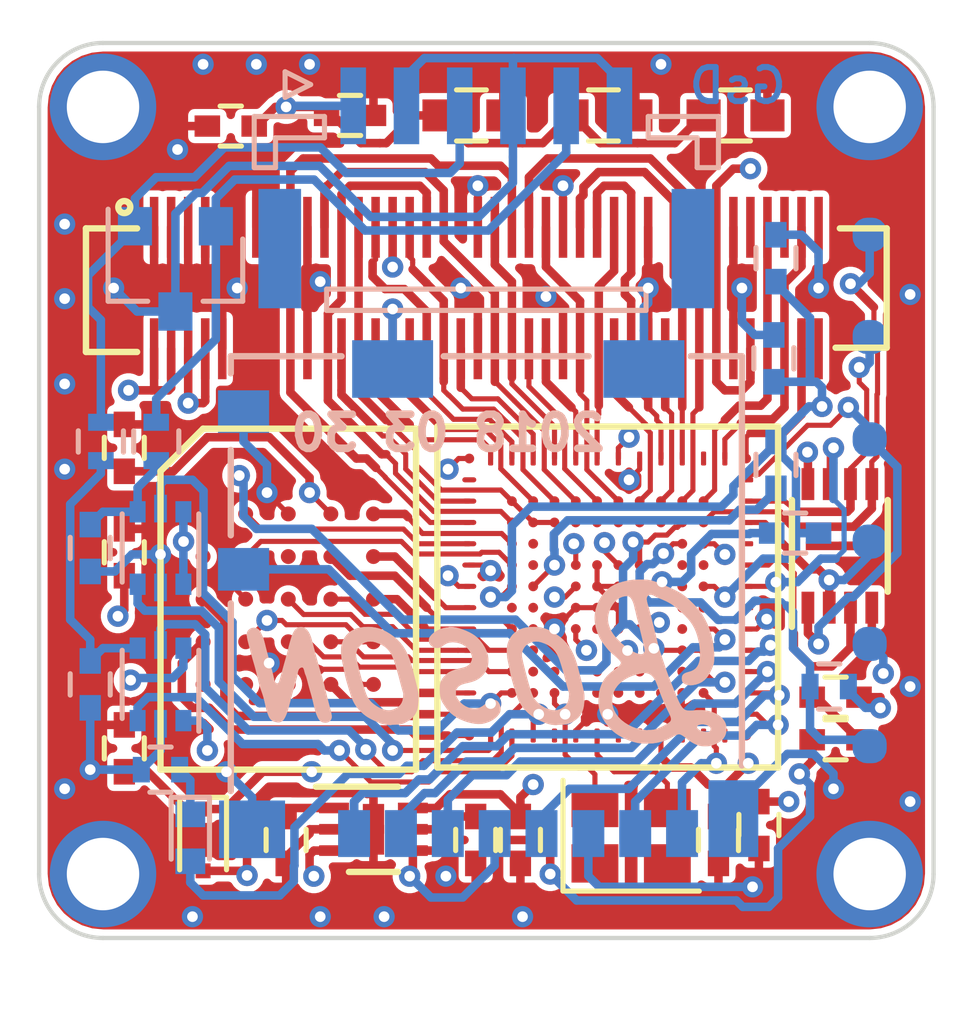
<source format=kicad_pcb>
(kicad_pcb (version 20171130) (host pcbnew "(5.0.0-rc2-dev-321-g78161b592)")
  (title_block (date "sam. 04 avril 2015"))
  (layers (0 F.Cu signal) (1 In1.Cu signal) (2 In2.Cu signal) (31 B.Cu signal) (34 B.Paste user) (35 F.Paste user) (36 B.SilkS user) (37 F.SilkS user) (38 B.Mask user) (39 F.Mask user) (44 Edge.Cuts user))
  (net 0 "")
  (net 1 GND)
  (net 2 +3V3)
  (net 3 "Net-(U3-PadP1)")
  (net 4 "Net-(U3-PadH3)")
  (net 5 "Net-(U3-PadD4)")
  (net 6 "Net-(U3-PadE4)")
  (net 7 "Net-(U3-PadF4)")
  (net 8 "Net-(U3-PadG4)")
  (net 9 "Net-(U3-PadK4)")
  (net 10 "Net-(U3-PadL4)")
  (net 11 "Net-(U3-PadL6)")
  (net 12 "Net-(U3-PadM7)")
  (net 13 "Net-(U3-PadP7)")
  (net 14 "Net-(U3-PadL8)")
  (net 15 "Net-(U3-PadP10)")
  (net 16 "Net-(U3-PadG11)")
  (net 17 "Net-(U3-PadA13)")
  (net 18 HYPERBUS_RESET#)
  (net 19 HYPERBUS_DQ1)
  (net 20 HYPERBUS_DQ2)
  (net 21 HYPERBUS_DQ6)
  (net 22 HYPERBUS_DQ7)
  (net 23 HYPERBUS_RWDS)
  (net 24 HYPERBUS_CS#)
  (net 25 HYPERBUS_DQ0)
  (net 26 HYPERBUS_DQ3)
  (net 27 HYPERBUS_DQ4)
  (net 28 HYPERBUS_CK)
  (net 29 HYPERBUS_CK#)
  (net 30 +1V2)
  (net 31 HYPERBUS_DQ5)
  (net 32 +1V8)
  (net 33 FPGA_CDONE)
  (net 34 "Net-(U4-PadB5)")
  (net 35 "Net-(U4-PadC5)")
  (net 36 "Net-(U5-Pad80)")
  (net 37 BOSON_DATA_EN)
  (net 38 BOSON_DATA0)
  (net 39 "Net-(U5-Pad75)")
  (net 40 BOSON_HSYNC)
  (net 41 "Net-(U5-Pad71)")
  (net 42 BOSON_DATA1)
  (net 43 BOSON_DATA3)
  (net 44 BOSON_CK)
  (net 45 BOSON_VSYNC)
  (net 46 BOSON_DATA2)
  (net 47 BOSON_DATA11)
  (net 48 BOSON_DATA12)
  (net 49 BOSON_DATA9)
  (net 50 BOSON_DATA10)
  (net 51 BOSON_TXD)
  (net 52 BOSON_DATA13)
  (net 53 BOSON_DATA15)
  (net 54 BOSON_RXD)
  (net 55 BOSON_DATA6)
  (net 56 BOSON_DATA7)
  (net 57 BOSON_DATA5)
  (net 58 BOSON_DATA4)
  (net 59 BOSON_DATA8)
  (net 60 BOSON_DATA14)
  (net 61 BOSON_EXTSYNC)
  (net 62 BOSON_RESET)
  (net 63 "Net-(U3-PadD9)")
  (net 64 "Net-(U3-PadN1)")
  (net 65 "Net-(U3-PadM1)")
  (net 66 "Net-(U3-PadL1)")
  (net 67 "Net-(U3-PadH1)")
  (net 68 "Net-(U3-PadE1)")
  (net 69 "Net-(U3-PadD5)")
  (net 70 "Net-(U3-PadK3)")
  (net 71 "Net-(U3-PadG3)")
  (net 72 SPI_CONFIG_SS)
  (net 73 SPI_CONFIG_SCK)
  (net 74 SPI_CONFIG_MISO)
  (net 75 SPI_CONFIG_MOSI)
  (net 76 "Net-(U3-PadK11)")
  (net 77 "Net-(U3-PadH11)")
  (net 78 "Net-(U3-PadF11)")
  (net 79 "Net-(U3-PadJ11)")
  (net 80 "Net-(U3-PadD10)")
  (net 81 "Net-(U3-PadD7)")
  (net 82 "Net-(U3-PadD6)")
  (net 83 "Net-(U3-PadC7)")
  (net 84 SD_CMD)
  (net 85 SD_CK)
  (net 86 SD_DAT2)
  (net 87 SD_DAT1)
  (net 88 SD_DAT0)
  (net 89 SD_CD)
  (net 90 SD_DAT3)
  (net 91 "Net-(C22-Pad1)")
  (net 92 "Net-(C23-Pad2)")
  (net 93 +2V5)
  (net 94 QSPI_D2)
  (net 95 QSPI_D3)
  (net 96 "Net-(U3-PadM9)")
  (net 97 "Net-(U3-PadL9)")
  (net 98 FPGA_RESET)
  (net 99 IO_B_INTERNAL)
  (net 100 LED_A)
  (net 101 IO_A_INTERNAL)
  (net 102 IO_B_DIR)
  (net 103 IO_A_DIR)
  (net 104 16MHZ_IN)
  (net 105 "Net-(C1-Pad1)")
  (net 106 "Net-(C2-Pad1)")
  (net 107 "Net-(D1-Pad1)")
  (net 108 IO_A)
  (net 109 IO_B)
  (net 110 "Net-(U3-PadJ1)")
  (net 111 "Net-(U3-PadH4)")
  (net 112 "Net-(U3-PadJ3)")
  (net 113 "Net-(U3-PadF3)")
  (module Measurement_Points:Measurement_Point_Round-SMD-Pad_Small (layer B.Cu) (at 154 96 180)
    (fp_text reference REF** hide)
    (fp_text value Measurement_Point_Round-SMD-Pad_Small)
    (pad 1 smd roundrect (at 0 0 180) (size 0.8 0.8) (layers B.Cu B.Mask) (roundrect_rratio 0.42) (net 75 SPI_CONFIG_MOSI))
    (pad 2 smd roundrect (at 0 -2.4 180) (size 0.8 0.8) (layers B.Cu B.Mask) (roundrect_rratio 0.42) (net 73 SPI_CONFIG_SCK))
    (pad 3 smd roundrect (at 0 -4.8 180) (size 0.8 0.8) (layers B.Cu B.Mask) (roundrect_rratio 0.42) (net 72 SPI_CONFIG_SS))
    (pad 4 smd roundrect (at 0 -7.2 180) (size 0.8 0.8) (layers B.Cu B.Mask) (roundrect_rratio 0.42) (net 74 SPI_CONFIG_MISO))
    (pad 5 smd roundrect (at 0 -9.6 180) (size 0.8 0.8) (layers B.Cu B.Mask) (roundrect_rratio 0.42) (net 33 FPGA_CDONE))
    (pad 6 smd roundrect (at 0 -12 180) (size 0.8 0.8) (layers B.Cu B.Mask) (roundrect_rratio 0.42) (net 98 FPGA_RESET))
  )
  (module LOGO (layer B.Cu) (at 136.15 106.5 180)
    (fp_text reference G*** hide)
    (fp_text value LOGO hide)
  )
  (module Housings_DFN_QFN:DFN-6-1EP_2x2mm_Pitch0.5mm (layer F.Cu) (at 142.35 109.95)
    (fp_text reference U1 (at 0 -2.05) (layer F.SilkS) (effects (font (size 0 0))))
    (fp_text value MIC5370)
    (pad 7 smd rect (at 0 -0.245) (size 0.5 0.7) (layers F.Cu F.Paste F.Mask) (net 1 GND))
    (pad 7 smd rect (at 0 0.245) (size 0.5 0.7) (layers F.Cu F.Paste F.Mask) (net 1 GND))
    (pad 6 smd rect (at 0.925 -0.5) (size 0.7 0.25) (layers F.Cu F.Paste F.Mask) (net 32 +1V8))
    (pad 5 smd rect (at 0.925 0) (size 0.7 0.25) (layers F.Cu F.Paste F.Mask) (net 30 +1V2))
    (pad 4 smd rect (at 0.925 0.5) (size 0.7 0.25) (layers F.Cu F.Paste F.Mask) (net 2 +3V3))
    (pad 3 smd rect (at -0.925 0.5) (size 0.7 0.25) (layers F.Cu F.Paste F.Mask) (net 2 +3V3))
    (pad 2 smd rect (at -0.925 0) (size 0.7 0.25) (layers F.Cu F.Paste F.Mask) (net 1 GND))
    (pad 1 smd rect (at -0.925 -0.5) (size 0.7 0.25) (layers F.Cu F.Paste F.Mask) (net 2 +3V3))
  )
  (module Oscillators:Oscillator_SMD_SeikoEpson_SG210-4pin_2.5x2.0mm (layer F.Cu) (at 148.4 110.1)
    (fp_text reference X1 (at 0 -2.2) (layer F.SilkS) (effects (font (size 0 0))))
    (fp_text value ASDMB)
    (pad 1 smd rect (at -0.85 0.65) (size 1.1 0.9) (layers F.Cu F.Paste F.Mask) (net 2 +3V3))
    (pad 2 smd rect (at 0.85 0.65) (size 1.1 0.9) (layers F.Cu F.Paste F.Mask) (net 1 GND))
    (pad 3 smd rect (at 0.85 -0.65) (size 1.1 0.9) (layers F.Cu F.Paste F.Mask) (net 104 16MHZ_IN))
    (pad 4 smd rect (at -0.85 -0.65) (size 1.1 0.9) (layers F.Cu F.Paste F.Mask) (net 2 +3V3))
  )
  (module bosonFrameGrabber:csBGA_132 (layer F.Cu) (at 147.85 104.5 90)
    (fp_text reference U3 (at 0 -13.3 90) (layer F.SilkS) (effects (font (size 0 0))))
    (fp_text value ICE40HX8K)
    (pad P13 smd roundrect (at 2.75 3.25 90) (size 0.12 0.33) (layers F.Cu F.Paste F.Mask) (net 72 SPI_CONFIG_SS))
    (pad P12 smd roundrect (at 2.25 3.25 90) (size 0.12 0.33) (layers F.Cu F.Paste F.Mask) (net 73 SPI_CONFIG_SCK))
    (pad P11 smd roundrect (at 1.75 3.25 90) (size 0.12 0.33) (layers F.Cu F.Paste F.Mask) (net 74 SPI_CONFIG_MISO))
    (pad P10 smd roundrect (at 1.25 3.25 90) (size 0.12 0.33) (layers F.Cu F.Paste F.Mask) (net 15 "Net-(U3-PadP10)"))
    (pad P9 smd roundrect (at 0.75 3.25 90) (size 0.12 0.33) (layers F.Cu F.Paste F.Mask) (net 94 QSPI_D2))
    (pad P8 smd roundrect (at 0.25 3.25 90) (size 0.12 0.33) (layers F.Cu F.Paste F.Mask) (net 95 QSPI_D3))
    (pad P7 smd roundrect (at -0.25 3.25 90) (size 0.12 0.33) (layers F.Cu F.Paste F.Mask) (net 13 "Net-(U3-PadP7)"))
    (pad P6 smd roundrect (at -0.75 3.25 90) (size 0.12 0.33) (layers F.Cu F.Paste F.Mask) (net 1 GND))
    (pad P5 smd roundrect (at -1.25 3.25 90) (size 0.12 0.33) (layers F.Cu F.Paste F.Mask) (net 86 SD_DAT2))
    (pad P4 smd roundrect (at -1.75 3.25 90) (size 0.12 0.33) (layers F.Cu F.Paste F.Mask) (net 84 SD_CMD))
    (pad P3 smd roundrect (at -2.25 3.25 90) (size 0.12 0.33) (layers F.Cu F.Paste F.Mask) (net 85 SD_CK))
    (pad N14 smd roundrect (at 3.25 2.75 180) (size 0.12 0.33) (layers F.Cu F.Paste F.Mask) (net 38 BOSON_DATA0))
    (pad M14 smd roundrect (at 3.25 2.25 180) (size 0.12 0.33) (layers F.Cu F.Paste F.Mask))
    (pad L14 smd roundrect (at 3.25 1.75 180) (size 0.12 0.33) (layers F.Cu F.Paste F.Mask) (net 46 BOSON_DATA2))
    (pad K14 smd roundrect (at 3.25 1.25 180) (size 0.12 0.33) (layers F.Cu F.Paste F.Mask) (net 45 BOSON_VSYNC))
    (pad J14 smd roundrect (at 3.25 0.75 180) (size 0.12 0.33) (layers F.Cu F.Paste F.Mask) (net 1 GND))
    (pad H14 smd roundrect (at 3.25 0.25 180) (size 0.12 0.33) (layers F.Cu F.Paste F.Mask) (net 32 +1V8))
    (pad G14 smd roundrect (at 3.25 -0.25 180) (size 0.12 0.33) (layers F.Cu F.Paste F.Mask) (net 44 BOSON_CK))
    (pad F14 smd roundrect (at 3.25 -0.75 180) (size 0.12 0.33) (layers F.Cu F.Paste F.Mask) (net 47 BOSON_DATA11))
    (pad E14 smd roundrect (at 3.25 -1.25 180) (size 0.12 0.33) (layers F.Cu F.Paste F.Mask) (net 52 BOSON_DATA13))
    (pad D14 smd roundrect (at 3.25 -1.75 180) (size 0.12 0.33) (layers F.Cu F.Paste F.Mask) (net 53 BOSON_DATA15))
    (pad C14 smd roundrect (at 3.25 -2.25 180) (size 0.12 0.33) (layers F.Cu F.Paste F.Mask) (net 58 BOSON_DATA4))
    (pad N1 smd roundrect (at -3.25 2.75 180) (size 0.12 0.33) (layers F.Cu F.Paste F.Mask) (net 64 "Net-(U3-PadN1)"))
    (pad M1 smd roundrect (at -3.25 2.25 180) (size 0.12 0.33) (layers F.Cu F.Paste F.Mask) (net 65 "Net-(U3-PadM1)"))
    (pad L1 smd roundrect (at -3.25 1.75 180) (size 0.12 0.33) (layers F.Cu F.Paste F.Mask) (net 66 "Net-(U3-PadL1)"))
    (pad K1 smd roundrect (at -3.25 1.25 180) (size 0.12 0.33) (layers F.Cu F.Paste F.Mask) (net 2 +3V3))
    (pad J1 smd roundrect (at -3.25 0.75 180) (size 0.12 0.33) (layers F.Cu F.Paste F.Mask) (net 110 "Net-(U3-PadJ1)"))
    (pad H1 smd roundrect (at -3.25 0.25 180) (size 0.12 0.33) (layers F.Cu F.Paste F.Mask) (net 67 "Net-(U3-PadH1)"))
    (pad G1 smd roundrect (at -3.25 -0.25 180) (size 0.12 0.33) (layers F.Cu F.Paste F.Mask) (net 104 16MHZ_IN))
    (pad F1 smd roundrect (at -3.25 -0.75 180) (size 0.12 0.33) (layers F.Cu F.Paste F.Mask) (net 1 GND))
    (pad E1 smd roundrect (at -3.25 -1.25 180) (size 0.12 0.33) (layers F.Cu F.Paste F.Mask) (net 68 "Net-(U3-PadE1)"))
    (pad D1 smd roundrect (at -3.25 -1.75 180) (size 0.12 0.33) (layers F.Cu F.Paste F.Mask) (net 100 LED_A))
    (pad C1 smd roundrect (at -3.25 -2.25 180) (size 0.12 0.33) (layers F.Cu F.Paste F.Mask) (net 99 IO_B_INTERNAL))
    (pad A13 smd roundrect (at 2.75 -3.25 270) (size 0.12 0.33) (layers F.Cu F.Paste F.Mask) (roundrect_rratio 0.5) (net 17 "Net-(U3-PadA13)"))
    (pad A12 smd roundrect (at 2.25 -3.25 270) (size 0.12 0.33) (layers F.Cu F.Paste F.Mask) (roundrect_rratio 0.5) (net 62 BOSON_RESET))
    (pad A11 smd roundrect (at 1.75 -3.25 270) (size 0.12 0.33) (layers F.Cu F.Paste F.Mask) (roundrect_rratio 0.5) (net 51 BOSON_TXD))
    (pad A10 smd roundrect (at 1.25 -3.25 270) (size 0.12 0.33) (layers F.Cu F.Paste F.Mask) (roundrect_rratio 0.5) (net 29 HYPERBUS_CK#))
    (pad A9 smd roundrect (at 0.75 -3.25 270) (size 0.12 0.33) (layers F.Cu F.Paste F.Mask) (roundrect_rratio 0.5) (net 1 GND))
    (pad A8 smd roundrect (at 0.25 -3.25 270) (size 0.12 0.33) (layers F.Cu F.Paste F.Mask) (roundrect_rratio 0.5) (net 32 +1V8))
    (pad A7 smd roundrect (at -0.25 -3.25 270) (size 0.12 0.33) (layers F.Cu F.Paste F.Mask) (roundrect_rratio 0.5) (net 21 HYPERBUS_DQ6))
    (pad A6 smd roundrect (at -0.75 -3.25 270) (size 0.12 0.33) (layers F.Cu F.Paste F.Mask) (roundrect_rratio 0.5) (net 31 HYPERBUS_DQ5))
    (pad A5 smd roundrect (at -1.25 -3.25 270) (size 0.12 0.33) (layers F.Cu F.Paste F.Mask) (roundrect_rratio 0.5) (net 23 HYPERBUS_RWDS))
    (pad A4 smd roundrect (at -1.75 -3.25 270) (size 0.12 0.33) (layers F.Cu F.Paste F.Mask) (roundrect_rratio 0.5) (net 20 HYPERBUS_DQ2))
    (pad A3 smd roundrect (at -2.25 -3.25 270) (size 0.12 0.33) (layers F.Cu F.Paste F.Mask) (roundrect_rratio 0.5) (net 27 HYPERBUS_DQ4))
    (pad P14 smd circle (at 3.25 3.25 180) (size 0.23 0.23) (layers F.Cu F.Paste F.Mask) (net 37 BOSON_DATA_EN))
    (pad B14 smd roundrect (at 3.25 -2.75 180) (size 0.12 0.33) (layers F.Cu F.Paste F.Mask) (net 57 BOSON_DATA5))
    (pad A14 smd circle (at 3.25 -3.25 180) (size 0.23 0.23) (layers F.Cu F.Paste F.Mask) (net 93 +2V5))
    (pad M12 smd circle (at 2.25 2.25 180) (size 0.23 0.23) (layers F.Cu F.Paste F.Mask) (net 40 BOSON_HSYNC))
    (pad L12 smd circle (at 2.25 1.75 180) (size 0.23 0.23) (layers F.Cu F.Paste F.Mask) (net 50 BOSON_DATA10))
    (pad K12 smd circle (at 2.25 1.25 180) (size 0.23 0.23) (layers F.Cu F.Paste F.Mask) (net 42 BOSON_DATA1))
    (pad J12 smd circle (at 2.25 0.75 180) (size 0.23 0.23) (layers F.Cu F.Paste F.Mask) (net 43 BOSON_DATA3))
    (pad H12 smd circle (at 2.25 0.25 180) (size 0.23 0.23) (layers F.Cu F.Paste F.Mask) (net 48 BOSON_DATA12))
    (pad G12 smd circle (at 2.25 -0.25 180) (size 0.23 0.23) (layers F.Cu F.Paste F.Mask) (net 49 BOSON_DATA9))
    (pad F12 smd circle (at 2.25 -0.75 180) (size 0.23 0.23) (layers F.Cu F.Paste F.Mask) (net 60 BOSON_DATA14))
    (pad E12 smd circle (at 2.25 -1.25 180) (size 0.23 0.23) (layers F.Cu F.Paste F.Mask) (net 56 BOSON_DATA7))
    (pad D12 smd circle (at 2.25 -1.75 180) (size 0.23 0.23) (layers F.Cu F.Paste F.Mask) (net 55 BOSON_DATA6))
    (pad C12 smd circle (at 2.25 -2.25 180) (size 0.23 0.23) (layers F.Cu F.Paste F.Mask) (net 59 BOSON_DATA8))
    (pad M11 smd circle (at 1.75 2.25 180) (size 0.23 0.23) (layers F.Cu F.Paste F.Mask) (net 75 SPI_CONFIG_MOSI))
    (pad L11 smd circle (at 1.75 1.75 180) (size 0.23 0.23) (layers F.Cu F.Paste F.Mask) (net 2 +3V3))
    (pad K11 smd circle (at 1.75 1.25 180) (size 0.23 0.23) (layers F.Cu F.Paste F.Mask) (net 76 "Net-(U3-PadK11)"))
    (pad J11 smd circle (at 1.75 0.75 180) (size 0.23 0.23) (layers F.Cu F.Paste F.Mask) (net 79 "Net-(U3-PadJ11)"))
    (pad H11 smd circle (at 1.75 0.25 180) (size 0.23 0.23) (layers F.Cu F.Paste F.Mask) (net 77 "Net-(U3-PadH11)"))
    (pad G11 smd circle (at 1.75 -0.25 180) (size 0.23 0.23) (layers F.Cu F.Paste F.Mask) (net 16 "Net-(U3-PadG11)"))
    (pad F11 smd circle (at 1.75 -0.75 180) (size 0.23 0.23) (layers F.Cu F.Paste F.Mask) (net 78 "Net-(U3-PadF11)"))
    (pad E11 smd circle (at 1.75 -1.25 180) (size 0.23 0.23) (layers F.Cu F.Paste F.Mask) (net 59 BOSON_DATA8))
    (pad D11 smd circle (at 1.75 -1.75 180) (size 0.23 0.23) (layers F.Cu F.Paste F.Mask) (net 59 BOSON_DATA8))
    (pad C11 smd circle (at 1.75 -2.25 180) (size 0.23 0.23) (layers F.Cu F.Paste F.Mask) (net 54 BOSON_RXD))
    (pad M10 smd circle (at 1.25 2.25 180) (size 0.23 0.23) (layers F.Cu F.Paste F.Mask) (net 33 FPGA_CDONE))
    (pad L10 smd circle (at 1.25 1.75 180) (size 0.23 0.23) (layers F.Cu F.Paste F.Mask) (net 98 FPGA_RESET))
    (pad D10 smd circle (at 1.25 -1.75 180) (size 0.23 0.23) (layers F.Cu F.Paste F.Mask) (net 80 "Net-(U3-PadD10)"))
    (pad C10 smd circle (at 1.25 -2.25 180) (size 0.23 0.23) (layers F.Cu F.Paste F.Mask) (net 22 HYPERBUS_DQ7))
    (pad M9 smd circle (at 0.75 2.25 180) (size 0.23 0.23) (layers F.Cu F.Paste F.Mask) (net 96 "Net-(U3-PadM9)"))
    (pad L9 smd circle (at 0.75 1.75 180) (size 0.23 0.23) (layers F.Cu F.Paste F.Mask) (net 97 "Net-(U3-PadL9)"))
    (pad J9 smd circle (at 0.75 0.75 180) (size 0.23 0.23) (layers F.Cu F.Paste F.Mask) (net 2 +3V3))
    (pad H9 smd circle (at 0.75 0.25 180) (size 0.23 0.23) (layers F.Cu F.Paste F.Mask) (net 30 +1V2))
    (pad G9 smd circle (at 0.75 -0.25 180) (size 0.23 0.23) (layers F.Cu F.Paste F.Mask) (net 1 GND))
    (pad F9 smd circle (at 0.75 -0.75 180) (size 0.23 0.23) (layers F.Cu F.Paste F.Mask) (net 32 +1V8))
    (pad D9 smd circle (at 0.75 -1.75 180) (size 0.23 0.23) (layers F.Cu F.Paste F.Mask) (net 63 "Net-(U3-PadD9)"))
    (pad C9 smd circle (at 0.75 -2.25 180) (size 0.23 0.23) (layers F.Cu F.Paste F.Mask) (net 28 HYPERBUS_CK))
    (pad M8 smd circle (at 0.25 2.25 180) (size 0.23 0.23) (layers F.Cu F.Paste F.Mask) (net 30 +1V2))
    (pad L8 smd circle (at 0.25 1.75 180) (size 0.23 0.23) (layers F.Cu F.Paste F.Mask) (net 14 "Net-(U3-PadL8)"))
    (pad J8 smd circle (at 0.25 0.75 180) (size 0.23 0.23) (layers F.Cu F.Paste F.Mask) (net 1 GND))
    (pad H8 smd circle (at 0.25 0.25 180) (size 0.23 0.23) (layers F.Cu F.Paste F.Mask) (net 1 GND))
    (pad G8 smd circle (at 0.25 -0.25 180) (size 0.23 0.23) (layers F.Cu F.Paste F.Mask) (net 1 GND))
    (pad F8 smd circle (at 0.25 -0.75 180) (size 0.23 0.23) (layers F.Cu F.Paste F.Mask) (net 30 +1V2))
    (pad D8 smd circle (at 0.25 -1.75 180) (size 0.23 0.23) (layers F.Cu F.Paste F.Mask) (net 92 "Net-(C23-Pad2)"))
    (pad C8 smd circle (at 0.25 -2.25 180) (size 0.23 0.23) (layers F.Cu F.Paste F.Mask) (net 30 +1V2))
    (pad M7 smd circle (at -0.25 2.25 180) (size 0.23 0.23) (layers F.Cu F.Paste F.Mask) (net 12 "Net-(U3-PadM7)"))
    (pad L7 smd circle (at -0.25 1.75 180) (size 0.23 0.23) (layers F.Cu F.Paste F.Mask) (net 91 "Net-(C22-Pad1)"))
    (pad J7 smd circle (at -0.25 0.75 180) (size 0.23 0.23) (layers F.Cu F.Paste F.Mask) (net 30 +1V2))
    (pad H7 smd circle (at -0.25 0.25 180) (size 0.23 0.23) (layers F.Cu F.Paste F.Mask) (net 1 GND))
    (pad G7 smd circle (at -0.25 -0.25 180) (size 0.23 0.23) (layers F.Cu F.Paste F.Mask) (net 1 GND))
    (pad F7 smd circle (at -0.25 -0.75 180) (size 0.23 0.23) (layers F.Cu F.Paste F.Mask) (net 1 GND))
    (pad D7 smd circle (at -0.25 -1.75 180) (size 0.23 0.23) (layers F.Cu F.Paste F.Mask) (net 81 "Net-(U3-PadD7)"))
    (pad C7 smd circle (at -0.25 -2.25 180) (size 0.23 0.23) (layers F.Cu F.Paste F.Mask) (net 83 "Net-(U3-PadC7)"))
    (pad M6 smd circle (at -0.75 2.25 180) (size 0.23 0.23) (layers F.Cu F.Paste F.Mask) (net 89 SD_CD))
    (pad L6 smd circle (at -0.75 1.75 180) (size 0.23 0.23) (layers F.Cu F.Paste F.Mask) (net 11 "Net-(U3-PadL6)"))
    (pad J6 smd circle (at -0.75 0.75 180) (size 0.23 0.23) (layers F.Cu F.Paste F.Mask) (net 2 +3V3))
    (pad H6 smd circle (at -0.75 0.25 180) (size 0.23 0.23) (layers F.Cu F.Paste F.Mask) (net 1 GND))
    (pad G6 smd circle (at -0.75 -0.25 180) (size 0.23 0.23) (layers F.Cu F.Paste F.Mask) (net 30 +1V2))
    (pad F6 smd circle (at -0.75 -0.75 180) (size 0.23 0.23) (layers F.Cu F.Paste F.Mask) (net 32 +1V8))
    (pad D6 smd circle (at -0.75 -1.75 180) (size 0.23 0.23) (layers F.Cu F.Paste F.Mask) (net 82 "Net-(U3-PadD6)"))
    (pad C6 smd circle (at -0.75 -2.25 180) (size 0.23 0.23) (layers F.Cu F.Paste F.Mask) (net 19 HYPERBUS_DQ1))
    (pad M5 smd circle (at -1.25 2.25 180) (size 0.23 0.23) (layers F.Cu F.Paste F.Mask) (net 2 +3V3))
    (pad L5 smd circle (at -1.25 1.75 180) (size 0.23 0.23) (layers F.Cu F.Paste F.Mask) (net 2 +3V3))
    (pad D5 smd circle (at -1.25 -1.75 180) (size 0.23 0.23) (layers F.Cu F.Paste F.Mask) (net 69 "Net-(U3-PadD5)"))
    (pad C5 smd circle (at -1.25 -2.25 180) (size 0.23 0.23) (layers F.Cu F.Paste F.Mask) (net 25 HYPERBUS_DQ0))
    (pad M4 smd circle (at -1.75 2.25 180) (size 0.23 0.23) (layers F.Cu F.Paste F.Mask) (net 90 SD_DAT3))
    (pad L4 smd circle (at -1.75 1.75 180) (size 0.23 0.23) (layers F.Cu F.Paste F.Mask) (net 10 "Net-(U3-PadL4)"))
    (pad K4 smd circle (at -1.75 1.25 180) (size 0.23 0.23) (layers F.Cu F.Paste F.Mask) (net 9 "Net-(U3-PadK4)"))
    (pad J4 smd circle (at -1.75 0.75 180) (size 0.23 0.23) (layers F.Cu F.Paste F.Mask) (net 30 +1V2))
    (pad H4 smd circle (at -1.75 0.25 180) (size 0.23 0.23) (layers F.Cu F.Paste F.Mask) (net 111 "Net-(U3-PadH4)"))
    (pad G4 smd circle (at -1.75 -0.25 180) (size 0.23 0.23) (layers F.Cu F.Paste F.Mask) (net 8 "Net-(U3-PadG4)"))
    (pad F4 smd circle (at -1.75 -0.75 180) (size 0.23 0.23) (layers F.Cu F.Paste F.Mask) (net 7 "Net-(U3-PadF4)"))
    (pad E4 smd circle (at -1.75 -1.25 180) (size 0.23 0.23) (layers F.Cu F.Paste F.Mask) (net 6 "Net-(U3-PadE4)"))
    (pad D4 smd circle (at -1.75 -1.75 180) (size 0.23 0.23) (layers F.Cu F.Paste F.Mask) (net 5 "Net-(U3-PadD4)"))
    (pad C4 smd circle (at -1.75 -2.25 180) (size 0.23 0.23) (layers F.Cu F.Paste F.Mask) (net 26 HYPERBUS_DQ3))
    (pad M3 smd circle (at -2.25 2.25 180) (size 0.23 0.23) (layers F.Cu F.Paste F.Mask) (net 87 SD_DAT1))
    (pad L3 smd circle (at -2.25 1.75 180) (size 0.23 0.23) (layers F.Cu F.Paste F.Mask) (net 1 GND))
    (pad K3 smd circle (at -2.25 1.25 180) (size 0.23 0.23) (layers F.Cu F.Paste F.Mask) (net 70 "Net-(U3-PadK3)"))
    (pad J3 smd circle (at -2.25 0.75 180) (size 0.23 0.23) (layers F.Cu F.Paste F.Mask) (net 112 "Net-(U3-PadJ3)"))
    (pad H3 smd circle (at -2.25 0.25 180) (size 0.23 0.23) (layers F.Cu F.Paste F.Mask) (net 4 "Net-(U3-PadH3)"))
    (pad G3 smd circle (at -2.25 -0.25 180) (size 0.23 0.23) (layers F.Cu F.Paste F.Mask) (net 71 "Net-(U3-PadG3)"))
    (pad F3 smd circle (at -2.25 -0.75 180) (size 0.23 0.23) (layers F.Cu F.Paste F.Mask) (net 113 "Net-(U3-PadF3)"))
    (pad E3 smd circle (at -2.25 -1.25 180) (size 0.23 0.23) (layers F.Cu F.Paste F.Mask) (net 2 +3V3))
    (pad D3 smd circle (at -2.25 -1.75 180) (size 0.23 0.23) (layers F.Cu F.Paste F.Mask) (net 102 IO_B_DIR))
    (pad C3 smd circle (at -2.25 -2.25 180) (size 0.23 0.23) (layers F.Cu F.Paste F.Mask) (net 103 IO_A_DIR))
    (pad P2 smd roundrect (at -2.75 3.25 90) (size 0.12 0.33) (layers F.Cu F.Paste F.Mask) (net 88 SD_DAT0))
    (pad A2 smd roundrect (at -2.75 -3.25 270) (size 0.12 0.33) (layers F.Cu F.Paste F.Mask) (roundrect_rratio 0.5) (net 24 HYPERBUS_CS#))
    (pad P1 smd circle (at -3.25 3.25 180) (size 0.23 0.23) (layers F.Cu F.Paste F.Mask) (net 3 "Net-(U3-PadP1)"))
    (pad B1 smd roundrect (at -3.25 -2.75 180) (size 0.12 0.33) (layers F.Cu F.Paste F.Mask) (net 101 IO_A_INTERNAL))
    (pad A1 smd circle (at -3.25 -3.25 180) (size 0.23 0.23) (layers F.Cu F.Paste F.Mask) (net 18 HYPERBUS_RESET#))
  )
  (module Housings_DFN_QFN:DFN-8-1EP_3x2mm_Pitch0.5mm (layer F.Cu) (at 153.3 103.3 90)
    (fp_text reference U6 (at 0 -2.05 90) (layer F.SilkS) (effects (font (size 0 0))))
    (fp_text value AT25SF081)
    (pad 9 smd rect (at 0 0 90) (size 0.2 1.6) (layers F.Cu F.Paste F.Mask) (net 1 GND))
    (pad 8 smd rect (at 1.45 -0.75 90) (size 0.75 0.3) (layers F.Cu F.Paste F.Mask) (net 2 +3V3))
    (pad 7 smd rect (at 1.45 -0.25 90) (size 0.75 0.3) (layers F.Cu F.Paste F.Mask) (net 95 QSPI_D3))
    (pad 6 smd rect (at 1.45 0.25 90) (size 0.75 0.3) (layers F.Cu F.Paste F.Mask) (net 73 SPI_CONFIG_SCK))
    (pad 5 smd rect (at 1.45 0.75 90) (size 0.75 0.3) (layers F.Cu F.Paste F.Mask) (net 75 SPI_CONFIG_MOSI))
    (pad 4 smd rect (at -1.45 0.75 90) (size 0.75 0.3) (layers F.Cu F.Paste F.Mask) (net 1 GND))
    (pad 3 smd rect (at -1.45 0.25 90) (size 0.75 0.3) (layers F.Cu F.Paste F.Mask) (net 94 QSPI_D2))
    (pad 2 smd rect (at -1.45 -0.25 90) (size 0.75 0.3) (layers F.Cu F.Paste F.Mask) (net 74 SPI_CONFIG_MISO))
    (pad 1 smd rect (at -1.45 -0.75 90) (size 0.75 0.3) (layers F.Cu F.Paste F.Mask) (net 72 SPI_CONFIG_SS))
  )
  (module Mounting_Holes:MountingHole_2.2mm_M2_Pad (layer F.Cu) (at 154 93)
    (fp_text reference REF** hide)
    (fp_text value MountingHole_2.2mm_M2_Pad)
    (pad 1 thru_hole circle (at 0 0) (size 2.5 2.5) (drill 1.7) (layers *.Cu *.Mask) (net 1 GND))
  )
  (module Mounting_Holes:MountingHole_2.2mm_M2_Pad (layer F.Cu) (at 136 93)
    (fp_text reference REF** hide)
    (fp_text value MountingHole_2.2mm_M2_Pad)
    (pad 1 thru_hole circle (at 0 0) (size 2.5 2.5) (drill 1.7) (layers *.Cu *.Mask) (net 1 GND))
  )
  (module Mounting_Holes:MountingHole_2.2mm_M2_Pad (layer F.Cu) (at 136 111)
    (fp_text reference REF** hide)
    (fp_text value MountingHole_2.2mm_M2_Pad)
    (pad 1 thru_hole circle (at 0 0) (size 2.5 2.5) (drill 1.7) (layers *.Cu *.Mask) (net 1 GND))
  )
  (module Mounting_Holes:MountingHole_2.2mm_M2_Pad (layer F.Cu) (at 154 111)
    (fp_text reference REF** hide)
    (fp_text value MountingHole_2.2mm_M2_Pad)
    (pad 1 thru_hole circle (at 0 0) (size 2.5 2.5) (drill 1.7) (layers *.Cu *.Mask) (net 1 GND))
  )
  (module Connectors_JST:JST_GH_BM06B-GHS-TBT_06x1.25mm_Straight (layer B.Cu) (at 145 94.65)
    (fp_text reference J1 (at 0 4.575) (layer B.SilkS) (effects (font (size 0 0)) (justify mirror)))
    (fp_text value "JST GH Series")
    (pad "" smd rect (at -4.85 1.675) (size 1 2.8) (layers B.Cu B.Paste B.Mask))
    (pad "" smd rect (at 4.85 1.675) (size 1 2.8) (layers B.Cu B.Paste B.Mask))
    (pad 6 smd rect (at 3.125 -1.675) (size 0.6 1.8) (layers B.Cu B.Paste B.Mask) (net 1 GND))
    (pad 5 smd rect (at 1.875 -1.675) (size 0.6 1.8) (layers B.Cu B.Paste B.Mask) (net 108 IO_A))
    (pad 4 smd rect (at 0.625 -1.675) (size 0.6 1.8) (layers B.Cu B.Paste B.Mask) (net 1 GND))
    (pad 3 smd rect (at -0.625 -1.675) (size 0.6 1.8) (layers B.Cu B.Paste B.Mask) (net 109 IO_B))
    (pad 2 smd rect (at -1.875 -1.675) (size 0.6 1.8) (layers B.Cu B.Paste B.Mask) (net 1 GND))
    (pad 1 smd rect (at -3.125 -1.675) (size 0.6 1.8) (layers B.Cu B.Paste B.Mask) (net 2 +3V3))
  )
  (module lib:DF40_80Pin (layer F.Cu) (at 145 97.25)
    (fp_text reference U5 (at -6.1 -3.2) (layer F.SilkS) (effects (font (size 0 0))))
    (fp_text value Boson)
    (pad 1 smd rect (at -7.8 -1.425) (size 0.2 1.43) (layers F.Cu F.Paste F.Mask) (net 1 GND))
    (pad 2 smd rect (at -7.8 1.425) (size 0.2 1.43) (layers F.Cu F.Paste F.Mask) (net 2 +3V3))
    (pad 3 smd rect (at -7.4 -1.425) (size 0.2 1.43) (layers F.Cu F.Paste F.Mask) (net 1 GND))
    (pad 4 smd rect (at -7.4 1.425) (size 0.2 1.43) (layers F.Cu F.Paste F.Mask) (net 2 +3V3))
    (pad 5 smd rect (at -7 -1.425) (size 0.2 1.43) (layers F.Cu F.Paste F.Mask) (net 1 GND))
    (pad 6 smd rect (at -7 1.425) (size 0.2 1.43) (layers F.Cu F.Paste F.Mask) (net 2 +3V3))
    (pad 7 smd rect (at -6.6 -1.425) (size 0.2 1.43) (layers F.Cu F.Paste F.Mask) (net 1 GND))
    (pad 8 smd rect (at -6.6 1.425) (size 0.2 1.43) (layers F.Cu F.Paste F.Mask) (net 2 +3V3))
    (pad 10 smd rect (at -6.2 1.425) (size 0.2 1.43) (layers F.Cu F.Paste F.Mask) (net 1 GND))
    (pad 13 smd rect (at -5.4 -1.425) (size 0.2 1.43) (layers F.Cu F.Paste F.Mask) (net 1 GND))
    (pad 19 smd rect (at -4.2 -1.425) (size 0.2 1.43) (layers F.Cu F.Paste F.Mask) (net 1 GND))
    (pad 20 smd rect (at -4.2 1.425) (size 0.2 1.43) (layers F.Cu F.Paste F.Mask) (net 1 GND))
    (pad 21 smd rect (at -3.8 -1.425) (size 0.2 1.43) (layers F.Cu F.Paste F.Mask) (net 60 BOSON_DATA14))
    (pad 24 smd rect (at -3.4 1.425) (size 0.2 1.43) (layers F.Cu F.Paste F.Mask) (net 62 BOSON_RESET))
    (pad 25 smd rect (at -3 -1.425) (size 0.2 1.43) (layers F.Cu F.Paste F.Mask) (net 59 BOSON_DATA8))
    (pad 27 smd rect (at -2.6 -1.425) (size 0.2 1.43) (layers F.Cu F.Paste F.Mask) (net 58 BOSON_DATA4))
    (pad 28 smd rect (at -2.6 1.425) (size 0.2 1.43) (layers F.Cu F.Paste F.Mask) (net 57 BOSON_DATA5))
    (pad 29 smd rect (at -2.2 -1.425) (size 0.2 1.43) (layers F.Cu F.Paste F.Mask) (net 1 GND))
    (pad 30 smd rect (at -2.2 1.425) (size 0.2 1.43) (layers F.Cu F.Paste F.Mask) (net 1 GND))
    (pad 31 smd rect (at -1.8 -1.425) (size 0.2 1.43) (layers F.Cu F.Paste F.Mask) (net 56 BOSON_DATA7))
    (pad 32 smd rect (at -1.8 1.425) (size 0.2 1.43) (layers F.Cu F.Paste F.Mask) (net 55 BOSON_DATA6))
    (pad 33 smd rect (at -1.4 -1.425) (size 0.2 1.43) (layers F.Cu F.Paste F.Mask) (net 54 BOSON_RXD))
    (pad 38 smd rect (at -0.6 1.425) (size 0.2 1.43) (layers F.Cu F.Paste F.Mask) (net 53 BOSON_DATA15))
    (pad 39 smd rect (at -0.2 -1.425) (size 0.2 1.43) (layers F.Cu F.Paste F.Mask) (net 1 GND))
    (pad 40 smd rect (at -0.2 1.425) (size 0.2 1.43) (layers F.Cu F.Paste F.Mask) (net 1 GND))
    (pad 41 smd rect (at 0.2 -1.425) (size 0.2 1.43) (layers F.Cu F.Paste F.Mask) (net 52 BOSON_DATA13))
    (pad 43 smd rect (at 0.6 -1.425) (size 0.2 1.43) (layers F.Cu F.Paste F.Mask) (net 51 BOSON_TXD))
    (pad 45 smd rect (at 1 -1.425) (size 0.2 1.43) (layers F.Cu F.Paste F.Mask) (net 50 BOSON_DATA10))
    (pad 46 smd rect (at 1 1.425) (size 0.2 1.43) (layers F.Cu F.Paste F.Mask) (net 49 BOSON_DATA9))
    (pad 47 smd rect (at 1.4 -1.425) (size 0.2 1.43) (layers F.Cu F.Paste F.Mask) (net 48 BOSON_DATA12))
    (pad 48 smd rect (at 1.4 1.425) (size 0.2 1.43) (layers F.Cu F.Paste F.Mask) (net 47 BOSON_DATA11))
    (pad 49 smd rect (at 1.8 -1.425) (size 0.2 1.43) (layers F.Cu F.Paste F.Mask) (net 1 GND))
    (pad 50 smd rect (at 1.8 1.425) (size 0.2 1.43) (layers F.Cu F.Paste F.Mask) (net 1 GND))
    (pad 51 smd rect (at 2.2 -1.425) (size 0.2 1.43) (layers F.Cu F.Paste F.Mask) (net 46 BOSON_DATA2))
    (pad 53 smd rect (at 2.6 -1.425) (size 0.2 1.43) (layers F.Cu F.Paste F.Mask) (net 45 BOSON_VSYNC))
    (pad 55 smd rect (at 3 -1.425) (size 0.2 1.43) (layers F.Cu F.Paste F.Mask) (net 44 BOSON_CK))
    (pad 56 smd rect (at 3 1.425) (size 0.2 1.43) (layers F.Cu F.Paste F.Mask) (net 43 BOSON_DATA3))
    (pad 59 smd rect (at 3.8 -1.425) (size 0.2 1.43) (layers F.Cu F.Paste F.Mask) (net 1 GND))
    (pad 60 smd rect (at 3.8 1.425) (size 0.2 1.43) (layers F.Cu F.Paste F.Mask) (net 1 GND))
    (pad 62 smd rect (at 4.2 1.425) (size 0.2 1.43) (layers F.Cu F.Paste F.Mask) (net 42 BOSON_DATA1))
    (pad 69 smd rect (at 5.8 -1.425) (size 0.2 1.43) (layers F.Cu F.Paste F.Mask) (net 1 GND))
    (pad 70 smd rect (at 5.8 1.425) (size 0.2 1.43) (layers F.Cu F.Paste F.Mask) (net 1 GND))
    (pad 71 smd rect (at 6.2 -1.425) (size 0.2 1.43) (layers F.Cu F.Paste F.Mask) (net 41 "Net-(U5-Pad71)"))
    (pad 72 smd rect (at 6.2 1.425) (size 0.2 1.43) (layers F.Cu F.Paste F.Mask) (net 61 BOSON_EXTSYNC))
    (pad 73 smd rect (at 6.6 -1.425) (size 0.2 1.43) (layers F.Cu F.Paste F.Mask) (net 40 BOSON_HSYNC))
    (pad 75 smd rect (at 7 -1.425) (size 0.2 1.43) (layers F.Cu F.Paste F.Mask) (net 39 "Net-(U5-Pad75)"))
    (pad 77 smd rect (at 7.4 -1.425) (size 0.2 1.43) (layers F.Cu F.Paste F.Mask) (net 38 BOSON_DATA0))
    (pad 78 smd rect (at 7.4 1.425) (size 0.2 1.43) (layers F.Cu F.Paste F.Mask) (net 37 BOSON_DATA_EN))
    (pad 79 smd rect (at 7.8 -1.425) (size 0.2 1.43) (layers F.Cu F.Paste F.Mask) (net 1 GND))
    (pad 80 smd rect (at 7.8 1.425) (size 0.2 1.43) (layers F.Cu F.Paste F.Mask) (net 36 "Net-(U5-Pad80)"))
  )
  (module bosonFrameGrabber:BGA_24 (layer F.Cu) (at 140.35 104.55)
    (fp_text reference U4 (at 0 -4.81) (layer F.SilkS) (effects (font (size 0 0))))
    (fp_text value S27KS0641 hide)
    (pad B1 smd circle (at -1 -2) (size 0.35 0.35) (layers F.Cu F.Paste F.Mask) (net 29 HYPERBUS_CK#))
    (pad C1 smd circle (at 0 -2) (size 0.35 0.35) (layers F.Cu F.Paste F.Mask) (net 1 GND))
    (pad D1 smd circle (at 1 -2) (size 0.35 0.35) (layers F.Cu F.Paste F.Mask) (net 32 +1V8))
    (pad E1 smd circle (at 2 -2) (size 0.35 0.35) (layers F.Cu F.Paste F.Mask) (net 22 HYPERBUS_DQ7))
    (pad A2 smd circle (at -2 -1) (size 0.35 0.35) (layers F.Cu F.Paste F.Mask))
    (pad B2 smd circle (at -1 -1) (size 0.35 0.35) (layers F.Cu F.Paste F.Mask) (net 28 HYPERBUS_CK))
    (pad C2 smd circle (at 0 -1) (size 0.35 0.35) (layers F.Cu F.Paste F.Mask))
    (pad D2 smd circle (at 1 -1) (size 0.35 0.35) (layers F.Cu F.Paste F.Mask) (net 19 HYPERBUS_DQ1))
    (pad E2 smd circle (at 2 -1) (size 0.35 0.35) (layers F.Cu F.Paste F.Mask) (net 21 HYPERBUS_DQ6))
    (pad A3 smd circle (at -2 0) (size 0.35 0.35) (layers F.Cu F.Paste F.Mask) (net 24 HYPERBUS_CS#))
    (pad B3 smd circle (at -1 0) (size 0.35 0.35) (layers F.Cu F.Paste F.Mask) (net 1 GND))
    (pad C3 smd circle (at 0 0) (size 0.35 0.35) (layers F.Cu F.Paste F.Mask) (net 23 HYPERBUS_RWDS))
    (pad D3 smd circle (at 1 0) (size 0.35 0.35) (layers F.Cu F.Paste F.Mask) (net 25 HYPERBUS_DQ0))
    (pad E3 smd circle (at 2 0) (size 0.35 0.35) (layers F.Cu F.Paste F.Mask) (net 31 HYPERBUS_DQ5))
    (pad A4 smd circle (at -2 1) (size 0.35 0.35) (layers F.Cu F.Paste F.Mask) (net 18 HYPERBUS_RESET#))
    (pad B4 smd circle (at -1 1) (size 0.35 0.35) (layers F.Cu F.Paste F.Mask) (net 32 +1V8))
    (pad C4 smd circle (at 0 1) (size 0.35 0.35) (layers F.Cu F.Paste F.Mask) (net 20 HYPERBUS_DQ2))
    (pad D4 smd circle (at 1 1) (size 0.35 0.35) (layers F.Cu F.Paste F.Mask) (net 26 HYPERBUS_DQ3))
    (pad E4 smd circle (at 2 1) (size 0.35 0.35) (layers F.Cu F.Paste F.Mask) (net 32 +1V8))
    (pad A5 smd circle (at -2 2) (size 0.35 0.35) (layers F.Cu F.Paste F.Mask))
    (pad B5 smd circle (at -1 2) (size 0.35 0.35) (layers F.Cu F.Paste F.Mask) (net 34 "Net-(U4-PadB5)"))
    (pad C5 smd circle (at 0 2) (size 0.35 0.35) (layers F.Cu F.Paste F.Mask) (net 35 "Net-(U4-PadC5)"))
    (pad D5 smd circle (at 1 2) (size 0.35 0.35) (layers F.Cu F.Paste F.Mask) (net 27 HYPERBUS_DQ4))
    (pad E5 smd circle (at 2 2) (size 0.35 0.35) (layers F.Cu F.Paste F.Mask) (net 1 GND))
  )
  (module Capacitors_SMD:C_0402 (layer F.Cu) (at 150.45 110.2 270)
    (fp_text reference C8 (at 0 -1.27 270) (layer F.SilkS) (effects (font (size 0 0))))
    (fp_text value 100n)
    (pad 2 smd rect (at 0.55 0 270) (size 0.6 0.5) (layers F.Cu F.Paste F.Mask) (net 1 GND))
    (pad 1 smd rect (at -0.55 0 270) (size 0.6 0.5) (layers F.Cu F.Paste F.Mask) (net 32 +1V8))
  )
  (module Capacitors_SMD:C_0402 (layer F.Cu) (at 136.5 101 90)
    (fp_text reference C9 (at 0 -1.27 90) (layer F.SilkS) (effects (font (size 0 0))))
    (fp_text value 100n)
    (pad 2 smd rect (at 0.55 0 90) (size 0.6 0.5) (layers F.Cu F.Paste F.Mask) (net 1 GND))
    (pad 1 smd rect (at -0.55 0 90) (size 0.6 0.5) (layers F.Cu F.Paste F.Mask) (net 32 +1V8))
  )
  (module Capacitors_SMD:C_0402 (layer F.Cu) (at 151.4 109.85 270)
    (fp_text reference C10 (at 0 -1.27 270) (layer F.SilkS) (effects (font (size 0 0))))
    (fp_text value 100n)
    (pad 2 smd rect (at 0.55 0 270) (size 0.6 0.5) (layers F.Cu F.Paste F.Mask) (net 1 GND))
    (pad 1 smd rect (at -0.55 0 270) (size 0.6 0.5) (layers F.Cu F.Paste F.Mask) (net 32 +1V8))
  )
  (module Capacitors_SMD:C_0402 (layer F.Cu) (at 139 93.45 180)
    (fp_text reference C12 (at 0 -1.27 180) (layer F.SilkS) (effects (font (size 0 0))))
    (fp_text value 100n)
    (pad 2 smd rect (at 0.55 0 180) (size 0.6 0.5) (layers F.Cu F.Paste F.Mask) (net 1 GND))
    (pad 1 smd rect (at -0.55 0 180) (size 0.6 0.5) (layers F.Cu F.Paste F.Mask) (net 2 +3V3))
  )
  (module Capacitors_SMD:C_0402 (layer F.Cu) (at 141.8 93.2)
    (fp_text reference C14 (at 0 -1.27) (layer F.SilkS) (effects (font (size 0 0))))
    (fp_text value 100n)
    (pad 1 smd rect (at -0.55 0) (size 0.6 0.5) (layers F.Cu F.Paste F.Mask) (net 2 +3V3))
    (pad 2 smd rect (at 0.55 0) (size 0.6 0.5) (layers F.Cu F.Paste F.Mask) (net 1 GND))
  )
  (module Capacitors_SMD:C_0402 (layer F.Cu) (at 153.2 106.85 180)
    (fp_text reference C16 (at 0 -1.27 180) (layer F.SilkS) (effects (font (size 0 0))))
    (fp_text value 100n)
    (pad 2 smd rect (at 0.55 0 180) (size 0.6 0.5) (layers F.Cu F.Paste F.Mask) (net 1 GND))
    (pad 1 smd rect (at -0.55 0 180) (size 0.6 0.5) (layers F.Cu F.Paste F.Mask) (net 2 +3V3))
  )
  (module Capacitors_SMD:C_0402 (layer F.Cu) (at 136.5 103.45 90)
    (fp_text reference C11 (at 0 -1.27 90) (layer F.SilkS) (effects (font (size 0 0))))
    (fp_text value 100n)
    (pad 2 smd rect (at 0.55 0 90) (size 0.6 0.5) (layers F.Cu F.Paste F.Mask) (net 1 GND))
    (pad 1 smd rect (at -0.55 0 90) (size 0.6 0.5) (layers F.Cu F.Paste F.Mask) (net 32 +1V8))
  )
  (module Capacitors_SMD:C_0402 (layer F.Cu) (at 153.2 107.85)
    (fp_text reference C19 (at 0 -1.27) (layer F.SilkS) (effects (font (size 0 0))))
    (fp_text value 100n)
    (pad 2 smd rect (at 0.55 0) (size 0.6 0.5) (layers F.Cu F.Paste F.Mask) (net 1 GND))
    (pad 1 smd rect (at -0.55 0) (size 0.6 0.5) (layers F.Cu F.Paste F.Mask) (net 30 +1V2))
  )
  (module Capacitors_SMD:C_0402 (layer F.Cu) (at 140.3 110.2 270)
    (fp_text reference C20 (at 0 -1.27 270) (layer F.SilkS) (effects (font (size 0 0))))
    (fp_text value 100n)
    (pad 2 smd rect (at 0.55 0 270) (size 0.6 0.5) (layers F.Cu F.Paste F.Mask) (net 1 GND))
    (pad 1 smd rect (at -0.55 0 270) (size 0.6 0.5) (layers F.Cu F.Paste F.Mask) (net 2 +3V3))
  )
  (module Capacitors_SMD:C_0402 (layer B.Cu) (at 152.25 103)
    (fp_text reference C22 (at 0 1.27) (layer B.SilkS) (effects (font (size 0 0)) (justify mirror)))
    (fp_text value 100n)
    (pad 2 smd rect (at 0.55 0) (size 0.6 0.5) (layers B.Cu B.Paste B.Mask) (net 30 +1V2))
    (pad 1 smd rect (at -0.55 0) (size 0.6 0.5) (layers B.Cu B.Paste B.Mask) (net 91 "Net-(C22-Pad1)"))
  )
  (module Capacitors_SMD:C_0402 (layer B.Cu) (at 151.8 101.4 270)
    (fp_text reference C23 (at 0 1.27 270) (layer B.SilkS) (effects (font (size 0 0)) (justify mirror)))
    (fp_text value 100n)
    (pad 1 smd rect (at -0.55 0 270) (size 0.6 0.5) (layers B.Cu B.Paste B.Mask) (net 30 +1V2))
    (pad 2 smd rect (at 0.55 0 270) (size 0.6 0.5) (layers B.Cu B.Paste B.Mask) (net 92 "Net-(C23-Pad2)"))
  )
  (module bosonFrameGrabber:1040310811 (layer B.Cu) (at 145 110.05 180)
    (fp_text reference J4 (at -0.1 14.2 180) (layer B.SilkS) (effects (font (size 0 0)) (justify mirror)))
    (fp_text value MicroSD)
    (pad 1 smd rect (at 3.105 0 180) (size 0.75 1.1) (layers B.Cu B.Paste B.Mask) (net 86 SD_DAT2))
    (pad 2 smd rect (at 2.005 0 180) (size 0.75 1.1) (layers B.Cu B.Paste B.Mask) (net 90 SD_DAT3))
    (pad 3 smd rect (at 0.905 0 180) (size 0.75 1.1) (layers B.Cu B.Paste B.Mask) (net 84 SD_CMD))
    (pad 4 smd rect (at -0.195 0 180) (size 0.75 1.1) (layers B.Cu B.Paste B.Mask) (net 2 +3V3))
    (pad 5 smd rect (at -1.295 0 180) (size 0.75 1.1) (layers B.Cu B.Paste B.Mask) (net 85 SD_CK))
    (pad 6 smd rect (at -2.395 0 180) (size 0.75 1.1) (layers B.Cu B.Paste B.Mask) (net 1 GND))
    (pad 7 smd rect (at -3.495 0 180) (size 0.75 1.1) (layers B.Cu B.Paste B.Mask) (net 88 SD_DAT0))
    (pad 8 smd rect (at -4.595 0 180) (size 0.75 1.1) (layers B.Cu B.Paste B.Mask) (net 87 SD_DAT1))
    (pad 9 smd rect (at -5.8 0.35 180) (size 1.17 1.8) (layers B.Cu B.Paste B.Mask) (net 1 GND))
    (pad 9 smd rect (at 5.5 0.1 180) (size 1.55 1.35) (layers B.Cu B.Paste B.Mask) (net 1 GND))
    (pad 10 smd rect (at 5.7 6.2 180) (size 1.2 1) (layers B.Cu B.Paste B.Mask) (net 89 SD_CD))
    (pad 11 smd rect (at 5.7 9.9 180) (size 1.2 1) (layers B.Cu B.Paste B.Mask) (net 1 GND))
    (pad 9 smd rect (at 2.2 10.9 180) (size 1.9 1.35) (layers B.Cu B.Paste B.Mask) (net 1 GND))
    (pad 9 smd rect (at -3.7 10.9 180) (size 1.9 1.35) (layers B.Cu B.Paste B.Mask) (net 1 GND))
  )
  (module Capacitors_SMD:C_0402 (layer B.Cu) (at 135.7 103.35 270)
    (fp_text reference C1 (at 0 1.27 270) (layer B.SilkS) (effects (font (size 0 0)) (justify mirror)))
    (fp_text value 100pF)
    (pad 1 smd rect (at -0.55 0 270) (size 0.6 0.5) (layers B.Cu B.Paste B.Mask) (net 105 "Net-(C1-Pad1)"))
    (pad 2 smd rect (at 0.55 0 270) (size 0.6 0.5) (layers B.Cu B.Paste B.Mask) (net 1 GND))
  )
  (module Capacitors_SMD:C_0402 (layer B.Cu) (at 135.7 106.55 270)
    (fp_text reference C2 (at 0 1.27 270) (layer B.SilkS) (effects (font (size 0 0)) (justify mirror)))
    (fp_text value 100pF)
    (pad 2 smd rect (at 0.55 0 270) (size 0.6 0.5) (layers B.Cu B.Paste B.Mask) (net 1 GND))
    (pad 1 smd rect (at -0.55 0 270) (size 0.6 0.5) (layers B.Cu B.Paste B.Mask) (net 106 "Net-(C2-Pad1)"))
  )
  (module Capacitors_SMD:C_0402 (layer F.Cu) (at 144.75 110.2 270)
    (fp_text reference C3 (at 0 -1.27 270) (layer F.SilkS) (effects (font (size 0 0))))
    (fp_text value 1uF)
    (pad 1 smd rect (at -0.55 0 270) (size 0.6 0.5) (layers F.Cu F.Paste F.Mask) (net 30 +1V2))
    (pad 2 smd rect (at 0.55 0 270) (size 0.6 0.5) (layers F.Cu F.Paste F.Mask) (net 1 GND))
  )
  (module Capacitors_SMD:C_0402 (layer F.Cu) (at 145.8 110.2 270)
    (fp_text reference C4 (at 0 -1.27 270) (layer F.SilkS) (effects (font (size 0 0))))
    (fp_text value 1uF)
    (pad 2 smd rect (at 0.55 0 270) (size 0.6 0.5) (layers F.Cu F.Paste F.Mask) (net 1 GND))
    (pad 1 smd rect (at -0.55 0 270) (size 0.6 0.5) (layers F.Cu F.Paste F.Mask) (net 32 +1V8))
  )
  (module Capacitors_SMD:C_0402 (layer F.Cu) (at 136.5 108.05 90)
    (fp_text reference C5 (at 0 -1.27 90) (layer F.SilkS) (effects (font (size 0 0))))
    (fp_text value 100nF)
    (pad 2 smd rect (at 0.55 0 90) (size 0.6 0.5) (layers F.Cu F.Paste F.Mask) (net 1 GND))
    (pad 1 smd rect (at -0.55 0 90) (size 0.6 0.5) (layers F.Cu F.Paste F.Mask) (net 93 +2V5))
  )
  (module LEDs:LED_0402 (layer B.Cu) (at 138.05 110.15 270)
    (fp_text reference D1 (at 0 1.2 270) (layer B.SilkS) (effects (font (size 0 0)) (justify mirror)))
    (fp_text value LED)
    (pad 1 smd rect (at -0.55 0 90) (size 0.6 0.7) (layers B.Cu B.Paste B.Mask) (net 107 "Net-(D1-Pad1)"))
    (pad 2 smd rect (at 0.55 0 90) (size 0.6 0.7) (layers B.Cu B.Paste B.Mask) (net 100 LED_A))
  )
  (module TO_SOT_Packages_SMD:SOT-23 (layer B.Cu) (at 137.7 96.8 270)
    (fp_text reference D2 (at 0 2.5 270) (layer B.SilkS) (effects (font (size 0 0)) (justify mirror)))
    (fp_text value D_TVS_x2_AAC)
    (pad 3 smd rect (at 1 0 270) (size 0.9 0.8) (layers B.Cu B.Paste B.Mask) (net 1 GND))
    (pad 2 smd rect (at -1 -0.95 270) (size 0.9 0.8) (layers B.Cu B.Paste B.Mask) (net 108 IO_A))
    (pad 1 smd rect (at -1 0.95 270) (size 0.9 0.8) (layers B.Cu B.Paste B.Mask) (net 109 IO_B))
  )
  (module Resistors_SMD:R_0402 (layer B.Cu) (at 137.25 100.85 270)
    (fp_text reference R1 (at 0 1.35 270) (layer B.SilkS) (effects (font (size 0 0)) (justify mirror)))
    (fp_text value 100R)
    (pad 2 smd rect (at 0.45 0 270) (size 0.4 0.6) (layers B.Cu B.Paste B.Mask) (net 105 "Net-(C1-Pad1)"))
    (pad 1 smd rect (at -0.45 0 270) (size 0.4 0.6) (layers B.Cu B.Paste B.Mask) (net 108 IO_A))
  )
  (module Resistors_SMD:R_0402 (layer B.Cu) (at 135.95 100.85 270)
    (fp_text reference R2 (at 0 1.35 270) (layer B.SilkS) (effects (font (size 0 0)) (justify mirror)))
    (fp_text value 100R)
    (pad 1 smd rect (at -0.45 0 270) (size 0.4 0.6) (layers B.Cu B.Paste B.Mask) (net 109 IO_B))
    (pad 2 smd rect (at 0.45 0 270) (size 0.4 0.6) (layers B.Cu B.Paste B.Mask) (net 106 "Net-(C2-Pad1)"))
  )
  (module Resistors_SMD:R_0402 (layer B.Cu) (at 137.35 108.55)
    (fp_text reference R3 (at 0 1.35) (layer B.SilkS) (effects (font (size 0 0)) (justify mirror)))
    (fp_text value R)
    (pad 1 smd rect (at -0.45 0) (size 0.4 0.6) (layers B.Cu B.Paste B.Mask) (net 1 GND))
    (pad 2 smd rect (at 0.45 0) (size 0.4 0.6) (layers B.Cu B.Paste B.Mask) (net 107 "Net-(D1-Pad1)"))
  )
  (module TO_SOT_Packages_SMD:SOT-666 (layer B.Cu) (at 137.35 103.35 90)
    (fp_text reference U2 (at 0 1.75 90) (layer B.SilkS) (effects (font (size 0 0)) (justify mirror)))
    (fp_text value SN74LVC1T45)
    (pad 6 smd rect (at 0.85 0.5375 90) (size 0.5 0.375) (layers B.Cu B.Paste B.Mask) (net 2 +3V3))
    (pad 4 smd rect (at 0.85 -0.5375 90) (size 0.5 0.375) (layers B.Cu B.Paste B.Mask) (net 105 "Net-(C1-Pad1)"))
    (pad 2 smd rect (at -0.925 0 90) (size 0.65 0.3) (layers B.Cu B.Paste B.Mask) (net 1 GND))
    (pad 5 smd rect (at 0.925 0 90) (size 0.65 0.3) (layers B.Cu B.Paste B.Mask) (net 103 IO_A_DIR))
    (pad 3 smd rect (at -0.85 -0.5375 90) (size 0.5 0.375) (layers B.Cu B.Paste B.Mask) (net 101 IO_A_INTERNAL))
    (pad 1 smd rect (at -0.85 0.5375 90) (size 0.5 0.375) (layers B.Cu B.Paste B.Mask) (net 2 +3V3))
  )
  (module TO_SOT_Packages_SMD:SOT-666 (layer B.Cu) (at 137.35 106.55 90)
    (fp_text reference U7 (at 0 1.75 90) (layer B.SilkS) (effects (font (size 0 0)) (justify mirror)))
    (fp_text value SN74LVC1T45)
    (pad 1 smd rect (at -0.85 0.5375 90) (size 0.5 0.375) (layers B.Cu B.Paste B.Mask) (net 2 +3V3))
    (pad 3 smd rect (at -0.85 -0.5375 90) (size 0.5 0.375) (layers B.Cu B.Paste B.Mask) (net 99 IO_B_INTERNAL))
    (pad 5 smd rect (at 0.925 0 90) (size 0.65 0.3) (layers B.Cu B.Paste B.Mask) (net 102 IO_B_DIR))
    (pad 2 smd rect (at -0.925 0 90) (size 0.65 0.3) (layers B.Cu B.Paste B.Mask) (net 1 GND))
    (pad 4 smd rect (at 0.85 -0.5375 90) (size 0.5 0.375) (layers B.Cu B.Paste B.Mask) (net 106 "Net-(C2-Pad1)"))
    (pad 6 smd rect (at 0.85 0.5375 90) (size 0.5 0.375) (layers B.Cu B.Paste B.Mask) (net 2 +3V3))
  )
  (module Diodes_SMD:D_SC-80 (layer F.Cu) (at 138.35 110.2 270)
    (fp_text reference D3 (at 0 -1.4 270) (layer F.SilkS) (effects (font (size 0 0))))
    (fp_text value D_ALT)
    (pad 1 smd rect (at -0.725 0 270) (size 0.35 0.35) (layers F.Cu F.Paste F.Mask) (net 93 +2V5))
    (pad 2 smd rect (at 0.725 0 270) (size 0.35 0.35) (layers F.Cu F.Paste F.Mask) (net 2 +3V3))
  )
  (module Capacitors_SMD:C_0402 (layer B.Cu) (at 151.75 98.9 90)
    (fp_text reference C17 (at 0 1.27 90) (layer B.SilkS) (effects (font (size 0 0)) (justify mirror)))
    (fp_text value 100n)
    (pad 2 smd rect (at 0.55 0 90) (size 0.6 0.5) (layers B.Cu B.Paste B.Mask) (net 1 GND))
    (pad 1 smd rect (at -0.55 0 90) (size 0.6 0.5) (layers B.Cu B.Paste B.Mask) (net 30 +1V2))
  )
  (module Capacitors_SMD:C_0402 (layer B.Cu) (at 151.8 96.55 90)
    (fp_text reference C21 (at 0 1.27 90) (layer B.SilkS) (effects (font (size 0 0)) (justify mirror)))
    (fp_text value 100n)
    (pad 1 smd rect (at -0.55 0 90) (size 0.6 0.5) (layers B.Cu B.Paste B.Mask) (net 30 +1V2))
    (pad 2 smd rect (at 0.55 0 90) (size 0.6 0.5) (layers B.Cu B.Paste B.Mask) (net 1 GND))
  )
  (module Capacitors_SMD:C_0603 (layer F.Cu) (at 144.65 93.2)
    (fp_text reference C6 (at 0 -1.5) (layer F.SilkS) (effects (font (size 0 0))))
    (fp_text value 10uF)
    (pad 2 smd rect (at 0.75 0) (size 0.8 0.75) (layers F.Cu F.Paste F.Mask) (net 1 GND))
    (pad 1 smd rect (at -0.75 0) (size 0.8 0.75) (layers F.Cu F.Paste F.Mask) (net 2 +3V3))
  )
  (module Capacitors_SMD:C_0603 (layer F.Cu) (at 147.75 93.2)
    (fp_text reference C7 (at 0 -1.5) (layer F.SilkS) (effects (font (size 0 0))))
    (fp_text value 10uF)
    (pad 1 smd rect (at -0.75 0) (size 0.8 0.75) (layers F.Cu F.Paste F.Mask) (net 2 +3V3))
    (pad 2 smd rect (at 0.75 0) (size 0.8 0.75) (layers F.Cu F.Paste F.Mask) (net 1 GND))
  )
  (module Capacitors_SMD:C_0603 (layer F.Cu) (at 150.85 93.2)
    (fp_text reference C13 (at 0 -1.5) (layer F.SilkS) (effects (font (size 0 0))))
    (fp_text value 10uF)
    (pad 1 smd rect (at -0.75 0) (size 0.8 0.75) (layers F.Cu F.Paste F.Mask) (net 2 +3V3))
    (pad 2 smd rect (at 0.75 0) (size 0.8 0.75) (layers F.Cu F.Paste F.Mask) (net 1 GND))
  )
  (module Resistors_SMD:R_0402 (layer B.Cu) (at 153.05 106.6 180)
    (fp_text reference R4 (at 0 1.35 180) (layer B.SilkS) (effects (font (size 0 0)) (justify mirror)))
    (fp_text value 10k)
    (pad 1 smd rect (at -0.45 0 180) (size 0.4 0.6) (layers B.Cu B.Paste B.Mask) (net 2 +3V3))
    (pad 2 smd rect (at 0.45 0 180) (size 0.4 0.6) (layers B.Cu B.Paste B.Mask) (net 98 FPGA_RESET))
  )
  (gr_text "2018 03 30" (at 144.1 100.65) (layer B.SilkS) (effects (font (size 0.8 0.8) (thickness 0.18)) (justify mirror)))
  (gr_text GsD (at 150.9 92.5) (layer B.Cu) (effects (font (size 0.8 0.8) (thickness 0.14)) (justify mirror)))
  (gr_arc (start 136 93) (end 136 91.5) (angle -90) (layer Edge.Cuts) (width 0.1))
  (gr_arc (start 136 111) (end 134.5 111) (angle -90) (layer Edge.Cuts) (width 0.1))
  (gr_line (start 155.5 93) (end 155.5 111) (layer Edge.Cuts) (width 0.1))
  (gr_arc (start 154 93) (end 155.5 93) (angle -90) (layer Edge.Cuts) (width 0.1))
  (gr_line (start 154 112.5) (end 136 112.5) (layer Edge.Cuts) (width 0.1))
  (gr_line (start 136 91.5) (end 154 91.5) (layer Edge.Cuts) (width 0.1))
  (gr_line (start 134.5 111) (end 134.5 93) (layer Edge.Cuts) (width 0.1))
  (gr_arc (start 154 111) (end 154 112.5) (angle -90) (layer Edge.Cuts) (width 0.1))
  (via (at 154.95 97.4) (size 0.5) (drill 0.25) (layers F.Cu B.Cu) (net 1))
  (via (at 154.95 109.3) (size 0.5) (drill 0.25) (layers F.Cu B.Cu) (net 1))
  (via (at 154.95 106.6) (size 0.5) (drill 0.25) (layers F.Cu B.Cu) (net 1))
  (via (at 139.6 92) (size 0.5) (drill 0.25) (layers F.Cu B.Cu) (net 1))
  (via (at 135.1 95.75) (size 0.5) (drill 0.25) (layers F.Cu B.Cu) (net 1))
  (via (at 135.1 97.5) (size 0.5) (drill 0.25) (layers F.Cu B.Cu) (net 1))
  (via (at 135.1 99.5) (size 0.5) (drill 0.25) (layers F.Cu B.Cu) (net 1))
  (via (at 135.1 101.5) (size 0.5) (drill 0.25) (layers F.Cu B.Cu) (net 1))
  (via (at 135.1 109) (size 0.5) (drill 0.25) (layers F.Cu B.Cu) (net 1))
  (via (at 145.85 112) (size 0.5) (drill 0.25) (layers F.Cu B.Cu) (net 1))
  (via (at 142.6 112) (size 0.5) (drill 0.25) (layers F.Cu B.Cu) (net 1))
  (via (at 141.1 112) (size 0.5) (drill 0.25) (layers F.Cu B.Cu) (net 1))
  (via (at 138.1 112) (size 0.5) (drill 0.25) (layers F.Cu B.Cu) (net 1))
  (via (at 138.35 92) (size 0.5) (drill 0.25) (layers F.Cu B.Cu) (net 1))
  (via (at 140.85 92) (size 0.5) (drill 0.25) (layers F.Cu B.Cu) (net 1))
  (via (at 149.1 92) (size 0.5) (drill 0.25) (layers F.Cu B.Cu) (net 1))
  (segment (start 136.95 100.45) (end 137.1 100.45) (width 0.2) (layer F.Cu) (net 1))
  (segment (start 136.5 100.45) (end 136.95 100.45) (width 0.2) (layer F.Cu) (net 1))
  (segment (start 139.3 100.15) (end 139.3 100.85) (width 0.2) (layer B.Cu) (net 1))
  (segment (start 139.3 100.85) (end 139.85 101.4) (width 0.2) (layer B.Cu) (net 1))
  (segment (start 139.85 101.4) (end 139.85 101.696447) (width 0.2) (layer B.Cu) (net 1))
  (segment (start 139.85 101.696447) (end 139.85 102.05) (width 0.2) (layer B.Cu) (net 1))
  (segment (start 139.5 109.2) (end 138.9 108.6) (width 0.2) (layer B.Cu) (net 1))
  (segment (start 139.5 109.95) (end 139.5 109.2) (width 0.2) (layer B.Cu) (net 1))
  (via (at 138.9 108.6) (size 0.5) (drill 0.25) (layers F.Cu B.Cu) (net 1))
  (segment (start 153.3 103.3) (end 154.3 103.3) (width 0.2) (layer F.Cu) (net 1))
  (segment (start 153.399999 108.750001) (end 153.15 109) (width 0.2) (layer F.Cu) (net 1))
  (segment (start 153.15 108.646447) (end 153.15 109) (width 0.2) (layer B.Cu) (net 1))
  (segment (start 150.8 109.7) (end 150.8 109.45) (width 0.2) (layer B.Cu) (net 1))
  (segment (start 150.8 109.45) (end 152.070001 108.179999) (width 0.2) (layer B.Cu) (net 1))
  (segment (start 152.683552 108.179999) (end 153.15 108.646447) (width 0.2) (layer B.Cu) (net 1))
  (segment (start 152.070001 108.179999) (end 152.683552 108.179999) (width 0.2) (layer B.Cu) (net 1))
  (segment (start 153.75 107.85) (end 153.75 108.4) (width 0.2) (layer F.Cu) (net 1))
  (segment (start 153.75 108.4) (end 153.399999 108.750001) (width 0.2) (layer F.Cu) (net 1))
  (via (at 153.15 109) (size 0.5) (drill 0.25) (layers F.Cu B.Cu) (net 1))
  (segment (start 151.6 92.625) (end 151.6 92.4) (width 0.2) (layer F.Cu) (net 1))
  (segment (start 151.6 93.2) (end 151.6 92.625) (width 0.2) (layer F.Cu) (net 1))
  (segment (start 148.5 92.625) (end 148.5 92.35) (width 0.2) (layer F.Cu) (net 1))
  (segment (start 148.5 93.2) (end 148.5 92.625) (width 0.2) (layer F.Cu) (net 1))
  (segment (start 145.4 93.2) (end 145.4 92.45) (width 0.2) (layer F.Cu) (net 1))
  (segment (start 142.35 93.2) (end 142.35 92.65) (width 0.2) (layer F.Cu) (net 1))
  (segment (start 152.8 97.249988) (end 152.8 96.4) (width 0.2) (layer B.Cu) (net 1))
  (segment (start 152.8 96.4) (end 152.4 96) (width 0.2) (layer B.Cu) (net 1))
  (segment (start 151.8 96) (end 152.4 96) (width 0.2) (layer B.Cu) (net 1))
  (segment (start 151 97.25) (end 151 98.05) (width 0.2) (layer B.Cu) (net 1))
  (segment (start 151 98.05) (end 151.3 98.35) (width 0.2) (layer B.Cu) (net 1))
  (segment (start 151.3 98.35) (end 151.75 98.35) (width 0.2) (layer B.Cu) (net 1))
  (segment (start 145.65 91.854999) (end 147.604999 91.854999) (width 0.2) (layer B.Cu) (net 1))
  (segment (start 143.545001 91.854999) (end 145.65 91.854999) (width 0.2) (layer B.Cu) (net 1))
  (segment (start 145.625 92.975) (end 145.625 91.875) (width 0.2) (layer B.Cu) (net 1))
  (segment (start 145.625 91.875) (end 145.645001 91.854999) (width 0.2) (layer B.Cu) (net 1))
  (segment (start 145.645001 91.854999) (end 145.65 91.854999) (width 0.2) (layer B.Cu) (net 1))
  (segment (start 143.125 92.975) (end 143.125 92.275) (width 0.2) (layer B.Cu) (net 1))
  (segment (start 143.125 92.275) (end 143.545001 91.854999) (width 0.2) (layer B.Cu) (net 1))
  (segment (start 147.604999 91.854999) (end 148.125 92.375) (width 0.2) (layer B.Cu) (net 1))
  (segment (start 148.125 92.375) (end 148.125 92.975) (width 0.2) (layer B.Cu) (net 1))
  (segment (start 141.087551 94.384989) (end 142.282552 95.57999) (width 0.2) (layer B.Cu) (net 1))
  (segment (start 138.962449 94.384989) (end 141.087551 94.384989) (width 0.2) (layer B.Cu) (net 1))
  (segment (start 137.7 95.503998) (end 138.18655 95.017448) (width 0.2) (layer B.Cu) (net 1))
  (segment (start 138.329991 95.017447) (end 138.962449 94.384989) (width 0.2) (layer B.Cu) (net 1))
  (segment (start 145.625 94.175) (end 145.625 92.975) (width 0.2) (layer B.Cu) (net 1))
  (segment (start 138.18655 95.017448) (end 138.329991 95.017447) (width 0.2) (layer B.Cu) (net 1))
  (segment (start 137.7 97.8) (end 137.7 95.503998) (width 0.2) (layer B.Cu) (net 1))
  (segment (start 142.282552 95.57999) (end 144.82001 95.57999) (width 0.2) (layer B.Cu) (net 1))
  (segment (start 144.82001 95.57999) (end 145.625 94.775) (width 0.2) (layer B.Cu) (net 1))
  (segment (start 145.625 94.775) (end 145.625 94.175) (width 0.2) (layer B.Cu) (net 1))
  (segment (start 140.45 109.1) (end 142.17998 109.1) (width 0.2) (layer F.Cu) (net 1))
  (segment (start 142.17998 109.1) (end 142.2 109.12002) (width 0.2) (layer F.Cu) (net 1))
  (segment (start 142.2 109.12002) (end 142.31502 109.12002) (width 0.2) (layer F.Cu) (net 1))
  (segment (start 142.31502 109.12002) (end 142.35 109.155) (width 0.2) (layer F.Cu) (net 1))
  (segment (start 142.35 109.155) (end 142.35 109.705) (width 0.2) (layer F.Cu) (net 1))
  (segment (start 147.395 110.05) (end 147.395 111.045) (width 0.2) (layer B.Cu) (net 1))
  (segment (start 147.395 111.045) (end 147.65 111.3) (width 0.2) (layer B.Cu) (net 1))
  (segment (start 147.65 111.3) (end 150.896451 111.3) (width 0.2) (layer B.Cu) (net 1))
  (segment (start 150.896451 111.3) (end 151.250004 111.3) (width 0.2) (layer B.Cu) (net 1))
  (segment (start 149.25 111.4) (end 149.25 111.65) (width 0.2) (layer F.Cu) (net 1))
  (segment (start 149.25 110.75) (end 149.25 111.4) (width 0.2) (layer F.Cu) (net 1))
  (via (at 151.250004 111.3) (size 0.5) (drill 0.25) (layers F.Cu B.Cu) (net 1))
  (segment (start 142.35 109.595) (end 142.35 110.305) (width 0.2) (layer F.Cu) (net 1))
  (segment (start 139.5 109.95) (end 139.329999 110.120001) (width 0.2) (layer B.Cu) (net 1))
  (segment (start 136.05 107.5) (end 135.75 107.5) (width 0.2) (layer F.Cu) (net 1))
  (segment (start 136.5 107.5) (end 136.05 107.5) (width 0.2) (layer F.Cu) (net 1))
  (segment (start 135.85 108.55) (end 135.7 108.55) (width 0.2) (layer B.Cu) (net 1))
  (segment (start 135.7 107.1) (end 135.7 108.55) (width 0.2) (layer B.Cu) (net 1))
  (via (at 135.7 108.55) (size 0.5) (drill 0.25) (layers F.Cu B.Cu) (net 1))
  (segment (start 136.9 108.55) (end 135.85 108.55) (width 0.2) (layer B.Cu) (net 1))
  (segment (start 137.7 97.8) (end 136.8 97.8) (width 0.2) (layer B.Cu) (net 1))
  (segment (start 136.8 97.8) (end 136.25 97.25) (width 0.2) (layer B.Cu) (net 1))
  (segment (start 136.5 102.9) (end 137.25 102.9) (width 0.2) (layer F.Cu) (net 1))
  (segment (start 136.05 100.45) (end 135.5 100.45) (width 0.2) (layer F.Cu) (net 1))
  (segment (start 136.5 100.45) (end 136.05 100.45) (width 0.2) (layer F.Cu) (net 1))
  (segment (start 136.5 102.9) (end 136.75 102.9) (width 0.2) (layer F.Cu) (net 1))
  (segment (start 151.4 110.4) (end 151.4 110.95) (width 0.2) (layer F.Cu) (net 1))
  (segment (start 150.45 110.75) (end 150.45 111.3) (width 0.2) (layer F.Cu) (net 1))
  (segment (start 140.3 110.6) (end 140.85 110.05) (width 0.2) (layer F.Cu) (net 1))
  (segment (start 140.3 110.75) (end 140.3 110.6) (width 0.2) (layer F.Cu) (net 1))
  (segment (start 140.85 110.05) (end 140.85 109.95) (width 0.2) (layer F.Cu) (net 1))
  (segment (start 140.85 109.95) (end 141.425 109.95) (width 0.2) (layer F.Cu) (net 1))
  (segment (start 140.3 110.75) (end 140.3 111.25) (width 0.2) (layer F.Cu) (net 1))
  (segment (start 145.8 110.75) (end 145.8 111.4) (width 0.2) (layer F.Cu) (net 1))
  (segment (start 144.75 111.25) (end 144.75 111.4) (width 0.2) (layer F.Cu) (net 1))
  (segment (start 144.75 110.75) (end 144.75 111.25) (width 0.2) (layer F.Cu) (net 1))
  (segment (start 142.35 110.305) (end 142.35 110.86) (width 0.2) (layer F.Cu) (net 1))
  (via (at 144.05 111.050004) (size 0.5) (drill 0.25) (layers F.Cu B.Cu) (net 1))
  (segment (start 137.8 93.45) (end 137.750001 93.499999) (width 0.2) (layer F.Cu) (net 1))
  (segment (start 137.750001 93.499999) (end 137.750001 94) (width 0.2) (layer F.Cu) (net 1))
  (segment (start 138.45 93.45) (end 137.8 93.45) (width 0.2) (layer F.Cu) (net 1))
  (segment (start 138.45 93.45) (end 138.300001 93.45) (width 0.2) (layer F.Cu) (net 1))
  (segment (start 139.199999 94.249999) (end 139.6 94.65) (width 0.2) (layer F.Cu) (net 1))
  (segment (start 139.6 94.65) (end 139.6 95.825) (width 0.2) (layer F.Cu) (net 1))
  (segment (start 137.750001 94) (end 138 94.249999) (width 0.2) (layer F.Cu) (net 1))
  (segment (start 138 94.249999) (end 139.199999 94.249999) (width 0.2) (layer F.Cu) (net 1))
  (via (at 137.750001 94) (size 0.5) (drill 0.25) (layers F.Cu B.Cu) (net 1))
  (segment (start 137.2 97.25) (end 136.25 97.25) (width 0.2) (layer F.Cu) (net 1))
  (via (at 136.25 97.25) (size 0.5) (drill 0.25) (layers F.Cu B.Cu) (net 1))
  (segment (start 138.4 97.25) (end 139.15 97.25) (width 0.2) (layer F.Cu) (net 1))
  (segment (start 138.8 98.675) (end 138.8 97.6) (width 0.2) (layer F.Cu) (net 1))
  (segment (start 138.8 97.6) (end 138.900001 97.499999) (width 0.2) (layer F.Cu) (net 1))
  (segment (start 138.900001 97.499999) (end 139.15 97.25) (width 0.2) (layer F.Cu) (net 1))
  (via (at 139.15 97.25) (size 0.5) (drill 0.25) (layers F.Cu B.Cu) (net 1))
  (segment (start 136.278998 103.9) (end 135.7 103.9) (width 0.2) (layer B.Cu) (net 1))
  (segment (start 137.35 103.5) (end 136.678998 103.5) (width 0.2) (layer B.Cu) (net 1))
  (segment (start 136.678998 103.5) (end 136.278998 103.9) (width 0.2) (layer B.Cu) (net 1))
  (segment (start 137.35 104.275) (end 137.35 103.5) (width 0.2) (layer B.Cu) (net 1))
  (segment (start 137.795001 103.945001) (end 137.599999 103.749999) (width 0.2) (layer F.Cu) (net 1))
  (segment (start 137.599999 103.749999) (end 137.35 103.5) (width 0.2) (layer F.Cu) (net 1))
  (segment (start 138.745001 103.945001) (end 137.795001 103.945001) (width 0.2) (layer F.Cu) (net 1))
  (segment (start 139 104.2) (end 138.745001 103.945001) (width 0.2) (layer F.Cu) (net 1))
  (via (at 137.35 103.5) (size 0.5) (drill 0.25) (layers F.Cu B.Cu) (net 1))
  (segment (start 137.35 107.475) (end 137.35 108.1) (width 0.2) (layer B.Cu) (net 1))
  (segment (start 137.35 108.1) (end 136.9 108.55) (width 0.2) (layer B.Cu) (net 1))
  (segment (start 142.8 99.15) (end 142.8 97.74343) (width 0.2) (layer B.Cu) (net 1))
  (segment (start 142.8 97.74343) (end 142.800009 97.743421) (width 0.2) (layer B.Cu) (net 1))
  (segment (start 148.7 99.15) (end 148.7 98.25) (width 0.2) (layer B.Cu) (net 1))
  (segment (start 148.8 97.25) (end 148.8 97.603553) (width 0.2) (layer B.Cu) (net 1))
  (segment (start 148.8 97.603553) (end 148.7 97.703553) (width 0.2) (layer B.Cu) (net 1))
  (segment (start 148.7 97.703553) (end 148.7 98.25) (width 0.2) (layer B.Cu) (net 1))
  (segment (start 154.05 104.75) (end 154.05 105.6) (width 0.2) (layer F.Cu) (net 1))
  (segment (start 152.65 106.85) (end 152.75 106.85) (width 0.2) (layer F.Cu) (net 1))
  (segment (start 152.75 106.85) (end 153.75 107.85) (width 0.2) (layer F.Cu) (net 1))
  (segment (start 147.280001 107.319999) (end 147.35 107.25) (width 0.12) (layer F.Cu) (net 1))
  (segment (start 147.35 107.25) (end 147.6 107.25) (width 0.12) (layer F.Cu) (net 1))
  (via (at 147.85 107.25) (size 0.5) (drill 0.25) (layers F.Cu B.Cu) (net 1))
  (segment (start 147.6 107.25) (end 147.85 107.25) (width 0.12) (layer F.Cu) (net 1))
  (segment (start 147.1 107.636402) (end 147.280001 107.456401) (width 0.12) (layer F.Cu) (net 1))
  (segment (start 147.280001 107.456401) (end 147.280001 107.319999) (width 0.12) (layer F.Cu) (net 1))
  (segment (start 147.1 107.75) (end 147.1 107.636402) (width 0.12) (layer F.Cu) (net 1))
  (segment (start 147.85 107.25) (end 149.35 107.25) (width 0.2) (layer F.Cu) (net 1))
  (segment (start 149.6 107) (end 149.35 107.25) (width 0.12) (layer F.Cu) (net 1))
  (segment (start 149.6 106.75) (end 149.6 107) (width 0.12) (layer F.Cu) (net 1))
  (segment (start 148.1 104.75) (end 147.6 104.25) (width 0.12) (layer F.Cu) (net 1))
  (segment (start 140.8 97.25) (end 140.95 97.1) (width 0.2) (layer F.Cu) (net 1))
  (segment (start 140.95 97.1) (end 141.1 97.1) (width 0.2) (layer F.Cu) (net 1))
  (via (at 141.1 97.1) (size 0.5) (drill 0.25) (layers F.Cu B.Cu) (net 1))
  (segment (start 150.8 95.825) (end 150.8 96.85) (width 0.18) (layer F.Cu) (net 1))
  (via (at 151 97.25) (size 0.5) (drill 0.25) (layers F.Cu B.Cu) (net 1))
  (segment (start 151 97.25) (end 150.8 97.05) (width 0.2) (layer F.Cu) (net 1))
  (segment (start 150.8 97.05) (end 150.8 95.825) (width 0.2) (layer F.Cu) (net 1))
  (segment (start 150.8 98.675) (end 150.8 97.45) (width 0.2) (layer F.Cu) (net 1))
  (segment (start 150.8 97.45) (end 151 97.25) (width 0.2) (layer F.Cu) (net 1))
  (segment (start 148.8 95.825) (end 148.8 97.25) (width 0.2) (layer F.Cu) (net 1))
  (segment (start 148.8 98.675) (end 148.8 97.25) (width 0.2) (layer F.Cu) (net 1))
  (via (at 148.8 97.25) (size 0.5) (drill 0.25) (layers F.Cu B.Cu) (net 1))
  (segment (start 137.4 97.25) (end 137.2 97.25) (width 0.2) (layer F.Cu) (net 1))
  (segment (start 137.2 95.825) (end 137.2 96.74) (width 0.2) (layer F.Cu) (net 1))
  (segment (start 137.2 96.74) (end 137.2 97.25) (width 0.2) (layer F.Cu) (net 1))
  (segment (start 137.6 97.05) (end 137.4 97.25) (width 0.2) (layer F.Cu) (net 1))
  (segment (start 137.6 95.825) (end 137.6 97.05) (width 0.2) (layer F.Cu) (net 1))
  (segment (start 138.2 97.25) (end 138.4 97.25) (width 0.2) (layer F.Cu) (net 1))
  (segment (start 138.4 96.85) (end 138.4 97.25) (width 0.2) (layer F.Cu) (net 1))
  (segment (start 138 97.05) (end 138.2 97.25) (width 0.2) (layer F.Cu) (net 1))
  (segment (start 138 95.825) (end 138 97.05) (width 0.2) (layer F.Cu) (net 1))
  (segment (start 138.4 95.825) (end 138.4 96.85) (width 0.2) (layer F.Cu) (net 1))
  (segment (start 140.8 95.825) (end 140.8 97.25) (width 0.2) (layer F.Cu) (net 1))
  (segment (start 140.8 97.25) (end 140.8 98.675) (width 0.2) (layer F.Cu) (net 1))
  (segment (start 139.35 104.55) (end 139 104.2) (width 0.12) (layer F.Cu) (net 1))
  (segment (start 146.8 97.76) (end 146.49 97.45) (width 0.2) (layer F.Cu) (net 1))
  (segment (start 146.49 97.45) (end 146.4 97.45) (width 0.2) (layer F.Cu) (net 1))
  (segment (start 146.8 98.675) (end 146.8 97.76) (width 0.2) (layer F.Cu) (net 1))
  (via (at 146.4 97.45) (size 0.5) (drill 0.25) (layers F.Cu B.Cu) (net 1))
  (segment (start 152.8 95.825) (end 152.8 97.249988) (width 0.18) (layer F.Cu) (net 1))
  (via (at 152.8 97.249988) (size 0.5) (drill 0.25) (layers F.Cu B.Cu) (net 1))
  (segment (start 144.8 97.65) (end 144.649999 97.499999) (width 0.2) (layer F.Cu) (net 1))
  (via (at 144.4 97.25) (size 0.5) (drill 0.25) (layers F.Cu B.Cu) (net 1))
  (segment (start 144.649999 97.499999) (end 144.4 97.25) (width 0.2) (layer F.Cu) (net 1))
  (segment (start 144.8 98.675) (end 144.8 97.65) (width 0.2) (layer F.Cu) (net 1))
  (segment (start 151.35 105.25) (end 151.58152 105.01848) (width 0.12) (layer F.Cu) (net 1))
  (segment (start 151.1 105.25) (end 151.35 105.25) (width 0.12) (layer F.Cu) (net 1))
  (via (at 151.58152 105.01848) (size 0.5) (drill 0.25) (layers F.Cu B.Cu) (net 1))
  (segment (start 144.6 103.75) (end 144.970013 103.75) (width 0.12) (layer F.Cu) (net 1))
  (via (at 145.1 103.879987) (size 0.5) (drill 0.25) (layers F.Cu B.Cu) (net 1))
  (segment (start 144.970013 103.75) (end 145.1 103.879987) (width 0.12) (layer F.Cu) (net 1))
  (segment (start 147.1 104.75) (end 146.6 105.25) (width 0.12) (layer F.Cu) (net 1))
  (via (at 146.6 105.25) (size 0.5) (drill 0.25) (layers F.Cu B.Cu) (net 1))
  (segment (start 142.8 97.74343) (end 142.800009 97.743421) (width 0.2) (layer F.Cu) (net 1))
  (segment (start 142.8 95.825) (end 142.8 96.756578) (width 0.18) (layer F.Cu) (net 1))
  (segment (start 142.8 96.756578) (end 142.799998 96.75658) (width 0.18) (layer F.Cu) (net 1))
  (via (at 142.799998 96.75658) (size 0.5) (drill 0.25) (layers F.Cu B.Cu) (net 1))
  (segment (start 142.8 98.675) (end 142.8 97.74343) (width 0.2) (layer F.Cu) (net 1))
  (via (at 142.800009 97.743421) (size 0.5) (drill 0.25) (layers F.Cu B.Cu) (net 1))
  (segment (start 140.9 106.05) (end 141.044999 106.194999) (width 0.12) (layer F.Cu) (net 1))
  (segment (start 139.9 106.05) (end 140.9 106.05) (width 0.12) (layer F.Cu) (net 1))
  (segment (start 141.044999 106.194999) (end 141.729238 106.194999) (width 0.12) (layer F.Cu) (net 1))
  (segment (start 141.729238 106.194999) (end 142.084239 106.55) (width 0.12) (layer F.Cu) (net 1))
  (segment (start 142.084239 106.55) (end 142.35 106.55) (width 0.12) (layer F.Cu) (net 1))
  (segment (start 147.6 104.75) (end 147.1 104.75) (width 0.12) (layer F.Cu) (net 1))
  (segment (start 148.1 104.75) (end 147.6 104.75) (width 0.12) (layer F.Cu) (net 1))
  (segment (start 148.1 104.25) (end 147.6 104.25) (width 0.12) (layer F.Cu) (net 1))
  (segment (start 148.1 105.25) (end 148.1 104.75) (width 0.12) (layer F.Cu) (net 1))
  (segment (start 148.6 104.25) (end 148.1 104.25) (width 0.12) (layer F.Cu) (net 1))
  (segment (start 147.6 103.75) (end 147.6 104.25) (width 0.12) (layer F.Cu) (net 1))
  (via (at 139.9 106.05) (size 0.5) (drill 0.25) (layers F.Cu B.Cu) (net 1))
  (segment (start 140.35 102.55) (end 139.85 102.05) (width 0.12) (layer F.Cu) (net 1))
  (via (at 139.85 102.05) (size 0.5) (drill 0.25) (layers F.Cu B.Cu) (net 1))
  (segment (start 148.6 101.5) (end 148.35 101.75) (width 0.12) (layer F.Cu) (net 1))
  (segment (start 148.6 101.25) (end 148.6 101.5) (width 0.12) (layer F.Cu) (net 1))
  (via (at 148.35 101.75) (size 0.5) (drill 0.25) (layers F.Cu B.Cu) (net 1))
  (segment (start 144.8 95.825) (end 144.8 94.85) (width 0.18) (layer F.Cu) (net 1))
  (via (at 144.8 94.85) (size 0.5) (drill 0.25) (layers F.Cu B.Cu) (net 1))
  (segment (start 146.8 95.825) (end 146.8 94.85) (width 0.18) (layer F.Cu) (net 1))
  (via (at 146.8 94.85) (size 0.5) (drill 0.25) (layers F.Cu B.Cu) (net 1))
  (segment (start 153.5 106.6) (end 153.5 106.7) (width 0.2) (layer B.Cu) (net 2))
  (segment (start 153.75 106.85) (end 154.25 106.85) (width 0.2) (layer F.Cu) (net 2))
  (segment (start 154.25 106.85) (end 154.250004 106.850004) (width 0.2) (layer F.Cu) (net 2))
  (segment (start 153.9 107.1) (end 154.250004 107.1) (width 0.2) (layer B.Cu) (net 2))
  (segment (start 154.250004 106.850004) (end 154.250004 107.1) (width 0.2) (layer F.Cu) (net 2))
  (segment (start 153.5 106.7) (end 153.9 107.1) (width 0.2) (layer B.Cu) (net 2))
  (via (at 154.250004 107.1) (size 0.5) (drill 0.25) (layers F.Cu B.Cu) (net 2))
  (via (at 152.538424 101.101929) (size 0.5) (drill 0.25) (layers F.Cu B.Cu) (net 2))
  (segment (start 152.55 101.113505) (end 152.538424 101.101929) (width 0.2) (layer F.Cu) (net 2))
  (segment (start 152.55 101.85) (end 152.55 101.113505) (width 0.2) (layer F.Cu) (net 2))
  (segment (start 149.1 108.25) (end 149.35 108.5) (width 0.2) (layer F.Cu) (net 2))
  (segment (start 149.35 108.5) (end 149.804398 108.5) (width 0.2) (layer F.Cu) (net 2))
  (segment (start 149.804398 108.5) (end 150.204371 108.899973) (width 0.2) (layer F.Cu) (net 2))
  (segment (start 150.204371 108.899973) (end 150.650027 108.899973) (width 0.2) (layer F.Cu) (net 2))
  (segment (start 150.650027 108.899973) (end 150.900001 108.649999) (width 0.2) (layer F.Cu) (net 2))
  (segment (start 150.900001 108.649999) (end 151.15 108.4) (width 0.2) (layer F.Cu) (net 2))
  (segment (start 148.446625 103.603375) (end 148.209468 103.840532) (width 0.2) (layer B.Cu) (net 2))
  (segment (start 148.209468 103.840532) (end 148.209468 105.140532) (width 0.2) (layer B.Cu) (net 2))
  (segment (start 148.446625 103.210123) (end 148.446625 103.603375) (width 0.2) (layer B.Cu) (net 2))
  (segment (start 145.5 93.85) (end 145.85 93.85) (width 0.2) (layer F.Cu) (net 2))
  (segment (start 143.9 93.2) (end 143.925 93.2) (width 0.2) (layer F.Cu) (net 2))
  (segment (start 143.925 93.2) (end 144.575 93.85) (width 0.2) (layer F.Cu) (net 2))
  (segment (start 144.575 93.85) (end 145.5 93.85) (width 0.2) (layer F.Cu) (net 2))
  (segment (start 142.053998 93.85) (end 142.5 93.85) (width 0.2) (layer F.Cu) (net 2))
  (segment (start 142.5 93.85) (end 142.65 93.85) (width 0.2) (layer F.Cu) (net 2))
  (segment (start 142.65 93.85) (end 143.3 93.2) (width 0.2) (layer F.Cu) (net 2))
  (segment (start 143.3 93.2) (end 143.9 93.2) (width 0.2) (layer F.Cu) (net 2))
  (segment (start 148.55 93.85) (end 149.425 93.85) (width 0.2) (layer F.Cu) (net 2))
  (segment (start 147 93.2) (end 147.025 93.2) (width 0.2) (layer F.Cu) (net 2))
  (segment (start 147.025 93.2) (end 147.675 93.85) (width 0.2) (layer F.Cu) (net 2))
  (segment (start 147.675 93.85) (end 148.55 93.85) (width 0.2) (layer F.Cu) (net 2))
  (segment (start 145.85 93.85) (end 146.325 93.85) (width 0.2) (layer F.Cu) (net 2))
  (segment (start 146.325 93.85) (end 146.975 93.2) (width 0.2) (layer F.Cu) (net 2))
  (segment (start 146.975 93.2) (end 147 93.2) (width 0.2) (layer F.Cu) (net 2))
  (segment (start 149.425 93.85) (end 150.075 93.2) (width 0.2) (layer F.Cu) (net 2))
  (segment (start 150.075 93.2) (end 150.1 93.2) (width 0.2) (layer F.Cu) (net 2))
  (segment (start 141.25 93.2) (end 141.403998 93.2) (width 0.2) (layer F.Cu) (net 2))
  (segment (start 141.403998 93.2) (end 142.053998 93.85) (width 0.2) (layer F.Cu) (net 2))
  (segment (start 140.3 93) (end 141.05 93) (width 0.2) (layer F.Cu) (net 2))
  (segment (start 141.05 93) (end 141.25 93.2) (width 0.2) (layer F.Cu) (net 2))
  (segment (start 141.875 92.975) (end 140.325 92.975) (width 0.2) (layer B.Cu) (net 2))
  (segment (start 140.325 92.975) (end 140.3 93) (width 0.2) (layer B.Cu) (net 2))
  (segment (start 138.35 110.925) (end 139.275 110.925) (width 0.2) (layer F.Cu) (net 2))
  (segment (start 139.275 110.925) (end 139.382341 111.032341) (width 0.2) (layer F.Cu) (net 2))
  (segment (start 146.85 107.25) (end 146.85 108.2) (width 0.12) (layer F.Cu) (net 2))
  (segment (start 146.85 108.2) (end 147.162 108.512) (width 0.12) (layer F.Cu) (net 2))
  (segment (start 147.162 108.512) (end 147.4 108.512) (width 0.12) (layer F.Cu) (net 2))
  (segment (start 147.4 108.512) (end 147.55 108.662) (width 0.12) (layer F.Cu) (net 2))
  (segment (start 147.55 108.662) (end 147.55 109.45) (width 0.12) (layer F.Cu) (net 2))
  (segment (start 147.55 110.75) (end 147.55 109.45) (width 0.2) (layer F.Cu) (net 2))
  (segment (start 144.445 111.55) (end 143.7 111.55) (width 0.2) (layer B.Cu) (net 2))
  (segment (start 143.7 111.55) (end 143.2 111.05) (width 0.2) (layer B.Cu) (net 2))
  (segment (start 145.195 110.05) (end 145.195 110.8) (width 0.2) (layer B.Cu) (net 2))
  (segment (start 145.195 110.8) (end 144.445 111.55) (width 0.2) (layer B.Cu) (net 2))
  (segment (start 136.7 106.4) (end 136.65 106.45) (width 0.2) (layer B.Cu) (net 2))
  (segment (start 137.6375 106.4) (end 136.7 106.4) (width 0.2) (layer B.Cu) (net 2))
  (via (at 136.65 106.45) (size 0.5) (drill 0.25) (layers F.Cu B.Cu) (net 2))
  (segment (start 137.8875 105.7) (end 137.8875 106.15) (width 0.2) (layer B.Cu) (net 2))
  (segment (start 137.8875 106.15) (end 137.6375 106.4) (width 0.2) (layer B.Cu) (net 2))
  (segment (start 139.85 109.65) (end 139.382341 110.117659) (width 0.2) (layer F.Cu) (net 2))
  (segment (start 140.3 109.65) (end 139.85 109.65) (width 0.2) (layer F.Cu) (net 2))
  (segment (start 139.382341 110.117659) (end 139.382341 111.032341) (width 0.2) (layer F.Cu) (net 2))
  (via (at 139.382341 111.032341) (size 0.5) (drill 0.25) (layers F.Cu B.Cu) (net 2))
  (segment (start 141.425 109.45) (end 140.5 109.45) (width 0.2) (layer F.Cu) (net 2))
  (segment (start 140.5 109.45) (end 140.3 109.65) (width 0.2) (layer F.Cu) (net 2))
  (segment (start 143.275 110.45) (end 143.75 110.45) (width 0.2) (layer F.Cu) (net 2))
  (segment (start 143.275 110.45) (end 143.275 110.975) (width 0.2) (layer F.Cu) (net 2))
  (segment (start 143.275 110.975) (end 143.2 111.05) (width 0.2) (layer F.Cu) (net 2))
  (segment (start 140.85 110.95) (end 140.95 111.05) (width 0.2) (layer F.Cu) (net 2))
  (segment (start 140.85 110.55) (end 140.85 110.95) (width 0.2) (layer F.Cu) (net 2))
  (via (at 140.95 111.05) (size 0.5) (drill 0.25) (layers F.Cu B.Cu) (net 2))
  (segment (start 140.95 110.45) (end 140.85 110.55) (width 0.2) (layer F.Cu) (net 2))
  (segment (start 141.425 110.45) (end 140.95 110.45) (width 0.2) (layer F.Cu) (net 2))
  (segment (start 139.3 101.75) (end 139.2 101.65) (width 0.2) (layer B.Cu) (net 2))
  (via (at 139.2 101.65) (size 0.5) (drill 0.25) (layers F.Cu B.Cu) (net 2))
  (via (at 146.85 107.25) (size 0.5) (drill 0.25) (layers F.Cu B.Cu) (net 2))
  (segment (start 146.6 107) (end 146.85 107.25) (width 0.12) (layer F.Cu) (net 2))
  (segment (start 146.6 106.75) (end 146.6 107) (width 0.12) (layer F.Cu) (net 2))
  (via (at 151.15 108.4) (size 0.5) (drill 0.25) (layers F.Cu B.Cu) (net 2))
  (via (at 143.2 111.05) (size 0.5) (drill 0.25) (layers F.Cu B.Cu) (net 2))
  (segment (start 138 99.95) (end 138.353553 99.95) (width 0.2) (layer F.Cu) (net 2))
  (segment (start 138.353553 99.95) (end 138.4 99.903553) (width 0.2) (layer F.Cu) (net 2))
  (segment (start 138.4 99.903553) (end 138.4 99.8) (width 0.2) (layer F.Cu) (net 2))
  (segment (start 138.4 98.675) (end 138.4 99.8) (width 0.2) (layer F.Cu) (net 2))
  (segment (start 138 98.675) (end 138 99.95) (width 0.2) (layer F.Cu) (net 2))
  (segment (start 139.55 93.45) (end 139.6 93.45) (width 0.2) (layer F.Cu) (net 2))
  (segment (start 139.6 93.45) (end 140.05 93) (width 0.2) (layer F.Cu) (net 2))
  (segment (start 140.05 93) (end 140.3 93) (width 0.2) (layer F.Cu) (net 2))
  (via (at 140.3 93) (size 0.5) (drill 0.25) (layers F.Cu B.Cu) (net 2))
  (segment (start 139.6 102.9) (end 140.9 102.9) (width 0.2) (layer B.Cu) (net 2))
  (segment (start 139.3 102.6) (end 139.6 102.9) (width 0.2) (layer B.Cu) (net 2))
  (segment (start 139.3 101.75) (end 139.3 102.6) (width 0.2) (layer B.Cu) (net 2))
  (segment (start 140.9 102.9) (end 143.02999 105.02999) (width 0.2) (layer B.Cu) (net 2))
  (segment (start 143.02999 105.02999) (end 145.682552 105.02999) (width 0.2) (layer B.Cu) (net 2))
  (segment (start 145.682552 105.02999) (end 146.872563 106.220001) (width 0.2) (layer B.Cu) (net 2))
  (segment (start 146.872563 106.220001) (end 147.629999 106.220001) (width 0.2) (layer B.Cu) (net 2))
  (segment (start 147.629999 106.220001) (end 147.820001 106.029999) (width 0.2) (layer B.Cu) (net 2))
  (segment (start 147.820001 106.029999) (end 147.820001 105.529999) (width 0.2) (layer B.Cu) (net 2))
  (segment (start 147.820001 105.529999) (end 148.209468 105.140532) (width 0.2) (layer B.Cu) (net 2))
  (segment (start 148.209468 105.140532) (end 148.36999 105.140532) (width 0.2) (layer B.Cu) (net 2))
  (via (at 138 99.95) (size 0.5) (drill 0.25) (layers F.Cu B.Cu) (net 2))
  (segment (start 137.8875 104.2) (end 137.8875 103.2) (width 0.2) (layer B.Cu) (net 2))
  (segment (start 137.8875 103.2) (end 137.8875 102.5) (width 0.2) (layer B.Cu) (net 2))
  (segment (start 137.8875 103.2) (end 137.889216 103.2) (width 0.2) (layer B.Cu) (net 2))
  (segment (start 137.889216 103.2) (end 137.891384 103.197832) (width 0.2) (layer B.Cu) (net 2))
  (via (at 137.891384 103.197832) (size 0.5) (drill 0.25) (layers F.Cu B.Cu) (net 2))
  (segment (start 138.45 107.575) (end 138.45 108.1) (width 0.2) (layer B.Cu) (net 2))
  (segment (start 137.8875 107.4) (end 138.275 107.4) (width 0.2) (layer B.Cu) (net 2))
  (segment (start 138.275 107.4) (end 138.45 107.575) (width 0.2) (layer B.Cu) (net 2))
  (via (at 138.45 108.1) (size 0.5) (drill 0.25) (layers F.Cu B.Cu) (net 2))
  (segment (start 148.36999 105.140532) (end 148.932903 105.703445) (width 0.2) (layer B.Cu) (net 2))
  (segment (start 149.6 105.75) (end 148.979458 105.75) (width 0.12) (layer F.Cu) (net 2))
  (via (at 148.932903 105.703445) (size 0.5) (drill 0.25) (layers F.Cu B.Cu) (net 2))
  (segment (start 148.932903 105.582903) (end 148.932903 105.703445) (width 0.12) (layer F.Cu) (net 2))
  (segment (start 148.6 105.25) (end 148.932903 105.582903) (width 0.12) (layer F.Cu) (net 2))
  (segment (start 148.979458 105.75) (end 148.932903 105.703445) (width 0.12) (layer F.Cu) (net 2))
  (segment (start 149.485001 102.864999) (end 149.421603 102.864999) (width 0.12) (layer F.Cu) (net 2))
  (segment (start 148.800178 103.210123) (end 148.446625 103.210123) (width 0.12) (layer F.Cu) (net 2))
  (segment (start 149.421603 102.864999) (end 149.239674 103.046928) (width 0.12) (layer F.Cu) (net 2))
  (segment (start 148.963373 103.046928) (end 148.800178 103.210123) (width 0.12) (layer F.Cu) (net 2))
  (segment (start 149.239674 103.046928) (end 148.963373 103.046928) (width 0.12) (layer F.Cu) (net 2))
  (segment (start 149.6 102.75) (end 149.485001 102.864999) (width 0.12) (layer F.Cu) (net 2))
  (segment (start 149.1 107.75) (end 149.1 108.25) (width 0.12) (layer F.Cu) (net 2))
  (segment (start 138.1 107.1) (end 137.85 106.85) (width 0.2) (layer F.Cu) (net 18))
  (segment (start 138.497438 107.1) (end 138.1 107.1) (width 0.2) (layer F.Cu) (net 18))
  (segment (start 139.007447 107.610009) (end 138.497438 107.1) (width 0.2) (layer F.Cu) (net 18))
  (segment (start 143.21001 107.61001) (end 139.007447 107.610009) (width 0.2) (layer F.Cu) (net 18))
  (segment (start 143.35 107.75) (end 143.21001 107.61001) (width 0.2) (layer F.Cu) (net 18))
  (segment (start 144.1 107.75) (end 143.35 107.75) (width 0.2) (layer F.Cu) (net 18))
  (segment (start 137.85 106.85) (end 137.85 106.05) (width 0.2) (layer F.Cu) (net 18))
  (segment (start 137.85 106.05) (end 138.35 105.55) (width 0.2) (layer F.Cu) (net 18))
  (segment (start 141.81499 104.909989) (end 142.1 105.194999) (width 0.12) (layer F.Cu) (net 23))
  (segment (start 140.35 104.55) (end 140.709989 104.909989) (width 0.12) (layer F.Cu) (net 23))
  (segment (start 143.352877 105.75) (end 144.335 105.75) (width 0.12) (layer F.Cu) (net 23))
  (segment (start 140.709989 104.909989) (end 141.81499 104.909989) (width 0.12) (layer F.Cu) (net 23))
  (segment (start 142.1 105.194999) (end 142.797876 105.194999) (width 0.12) (layer F.Cu) (net 23))
  (segment (start 144.335 105.75) (end 144.6 105.75) (width 0.12) (layer F.Cu) (net 23))
  (segment (start 142.797876 105.194999) (end 143.352877 105.75) (width 0.12) (layer F.Cu) (net 23))
  (segment (start 143.005575 103.194999) (end 139.705001 103.194999) (width 0.12) (layer F.Cu) (net 28))
  (segment (start 144.893598 103.449985) (end 144.853573 103.49001) (width 0.12) (layer F.Cu) (net 28))
  (segment (start 143.300586 103.49001) (end 143.005575 103.194999) (width 0.12) (layer F.Cu) (net 28))
  (segment (start 144.853573 103.49001) (end 143.300586 103.49001) (width 0.12) (layer F.Cu) (net 28))
  (segment (start 145.6 103.75) (end 145.299985 103.449985) (width 0.12) (layer F.Cu) (net 28))
  (segment (start 145.299985 103.449985) (end 144.893598 103.449985) (width 0.12) (layer F.Cu) (net 28))
  (segment (start 139.705001 103.194999) (end 139.35 103.55) (width 0.12) (layer F.Cu) (net 28))
  (segment (start 144.6 103.25) (end 143.4 103.25) (width 0.12) (layer F.Cu) (net 29))
  (segment (start 143.4 103.25) (end 143.055001 102.905001) (width 0.12) (layer F.Cu) (net 29))
  (segment (start 143.055001 102.905001) (end 139.705001 102.905001) (width 0.12) (layer F.Cu) (net 29))
  (segment (start 139.705001 102.905001) (end 139.35 102.55) (width 0.12) (layer F.Cu) (net 29))
  (segment (start 146.05 102.37999) (end 150.52001 102.37999) (width 0.2) (layer B.Cu) (net 30))
  (segment (start 145.6 104.353553) (end 145.6 102.82999) (width 0.2) (layer B.Cu) (net 30))
  (segment (start 145.6 102.82999) (end 146.05 102.37999) (width 0.2) (layer B.Cu) (net 30))
  (segment (start 145.1 104.5) (end 145.453553 104.5) (width 0.2) (layer B.Cu) (net 30))
  (segment (start 145.453553 104.5) (end 145.6 104.353553) (width 0.2) (layer B.Cu) (net 30))
  (segment (start 150.52001 102.37999) (end 150.8 102.1) (width 0.2) (layer B.Cu) (net 30))
  (segment (start 150.8 102.1) (end 150.8 101.9) (width 0.2) (layer B.Cu) (net 30))
  (segment (start 150.8 101.9) (end 151.8 100.9) (width 0.2) (layer B.Cu) (net 30))
  (segment (start 151.85 111.55) (end 151.85 110.399999) (width 0.2) (layer B.Cu) (net 30))
  (segment (start 151.629999 111.770001) (end 151.85 111.55) (width 0.2) (layer B.Cu) (net 30))
  (segment (start 151.020001 111.770001) (end 151.629999 111.770001) (width 0.2) (layer B.Cu) (net 30))
  (segment (start 152.599999 108.899999) (end 152.35 108.65) (width 0.2) (layer B.Cu) (net 30))
  (segment (start 150.87001 111.62001) (end 151.020001 111.770001) (width 0.2) (layer B.Cu) (net 30))
  (segment (start 147.12001 111.62001) (end 150.87001 111.62001) (width 0.2) (layer B.Cu) (net 30))
  (segment (start 146.5 111) (end 147.12001 111.62001) (width 0.2) (layer B.Cu) (net 30))
  (segment (start 151.85 110.399999) (end 152.599999 109.65) (width 0.2) (layer B.Cu) (net 30))
  (segment (start 152.599999 109.65) (end 152.599999 108.899999) (width 0.2) (layer B.Cu) (net 30))
  (segment (start 152.65 99.45) (end 152.75 99.45) (width 0.2) (layer B.Cu) (net 30))
  (segment (start 151.75 99.45) (end 152.65 99.45) (width 0.2) (layer B.Cu) (net 30))
  (segment (start 152.6 97.95) (end 152.6 99.4) (width 0.2) (layer B.Cu) (net 30))
  (segment (start 152.6 99.4) (end 152.65 99.45) (width 0.2) (layer B.Cu) (net 30))
  (segment (start 151.8 97.1) (end 151.8 97.15) (width 0.2) (layer B.Cu) (net 30))
  (segment (start 151.8 97.15) (end 152.6 97.95) (width 0.2) (layer B.Cu) (net 30))
  (segment (start 152.75 99.45) (end 152.88039 99.58039) (width 0.2) (layer B.Cu) (net 30))
  (segment (start 152.88039 99.58039) (end 152.88039 100.027823) (width 0.2) (layer B.Cu) (net 30))
  (segment (start 145.25 110.2) (end 146.153553 110.2) (width 0.2) (layer F.Cu) (net 30))
  (segment (start 146.153553 110.2) (end 146.5 110.546447) (width 0.2) (layer F.Cu) (net 30))
  (segment (start 146.5 110.546447) (end 146.5 110.646447) (width 0.2) (layer F.Cu) (net 30))
  (segment (start 146.5 110.646447) (end 146.5 111) (width 0.2) (layer F.Cu) (net 30))
  (segment (start 144.75 109.65) (end 144.75 109.7) (width 0.2) (layer F.Cu) (net 30))
  (segment (start 144.75 109.7) (end 145.25 110.2) (width 0.2) (layer F.Cu) (net 30))
  (via (at 146.5 111) (size 0.5) (drill 0.25) (layers F.Cu B.Cu) (net 30))
  (segment (start 152.65 107.85) (end 152.65 108.35) (width 0.2) (layer F.Cu) (net 30))
  (segment (start 152.65 108.35) (end 152.599999 108.400001) (width 0.2) (layer F.Cu) (net 30))
  (segment (start 152.599999 108.400001) (end 152.35 108.65) (width 0.2) (layer F.Cu) (net 30))
  (via (at 152.35 108.65) (size 0.5) (drill 0.25) (layers F.Cu B.Cu) (net 30))
  (segment (start 143.275 109.95) (end 144 109.95) (width 0.2) (layer F.Cu) (net 30))
  (segment (start 144.75 109.65) (end 144.3 109.65) (width 0.2) (layer F.Cu) (net 30))
  (segment (start 144.3 109.65) (end 144 109.95) (width 0.2) (layer F.Cu) (net 30))
  (segment (start 147.6 105.25) (end 148.104645 105.754645) (width 0.12) (layer F.Cu) (net 30))
  (segment (start 148.565008 106.004644) (end 148.315009 105.754645) (width 0.12) (layer F.Cu) (net 30))
  (segment (start 148.6 106.039636) (end 148.565008 106.004644) (width 0.12) (layer F.Cu) (net 30))
  (segment (start 148.946624 105.096624) (end 149.060123 105.096624) (width 0.12) (layer F.Cu) (net 30))
  (segment (start 148.6 104.75) (end 148.946624 105.096624) (width 0.12) (layer F.Cu) (net 30))
  (via (at 148.315009 105.754645) (size 0.5) (drill 0.25) (layers F.Cu B.Cu) (net 30))
  (via (at 149.060123 105.096624) (size 0.5) (drill 0.25) (layers F.Cu B.Cu) (net 30))
  (segment (start 148.6 106.25) (end 148.6 106.039636) (width 0.12) (layer F.Cu) (net 30))
  (segment (start 148.104645 105.754645) (end 148.315009 105.754645) (width 0.12) (layer F.Cu) (net 30))
  (segment (start 152.270001 102.95) (end 152.270001 101.515603) (width 0.2) (layer B.Cu) (net 30))
  (segment (start 152.270001 103.479999) (end 152.270001 102.95) (width 0.2) (layer B.Cu) (net 30))
  (segment (start 152.8 103) (end 152.3 103) (width 0.2) (layer B.Cu) (net 30))
  (segment (start 152.3 103) (end 152.270001 102.970001) (width 0.2) (layer B.Cu) (net 30))
  (segment (start 152.270001 102.970001) (end 152.270001 102.95) (width 0.2) (layer B.Cu) (net 30))
  (segment (start 152.254398 101.5) (end 151.8 101.045602) (width 0.2) (layer B.Cu) (net 30))
  (segment (start 152.15 103.6) (end 152.270001 103.479999) (width 0.2) (layer B.Cu) (net 30))
  (segment (start 152.270001 101.515603) (end 152.254398 101.5) (width 0.2) (layer B.Cu) (net 30))
  (segment (start 151.8 101.045602) (end 151.8 100.9) (width 0.2) (layer B.Cu) (net 30))
  (segment (start 151.8 100.9) (end 151.8 100.85) (width 0.2) (layer B.Cu) (net 30))
  (via (at 152.88039 100.027823) (size 0.5) (drill 0.25) (layers F.Cu B.Cu) (net 30))
  (segment (start 152.572177 100.027823) (end 152.88039 100.027823) (width 0.2) (layer B.Cu) (net 30))
  (segment (start 151.8 100.8) (end 152.572177 100.027823) (width 0.2) (layer B.Cu) (net 30))
  (segment (start 151.8 100.85) (end 151.8 100.8) (width 0.2) (layer B.Cu) (net 30))
  (segment (start 136.5 101.55) (end 137.65 101.55) (width 0.2) (layer F.Cu) (net 32))
  (segment (start 137.65 101.55) (end 138.45 100.75) (width 0.2) (layer F.Cu) (net 32))
  (segment (start 138.45 100.75) (end 139.903553 100.75) (width 0.2) (layer F.Cu) (net 32))
  (segment (start 139.903553 100.75) (end 140.85 101.696447) (width 0.2) (layer F.Cu) (net 32))
  (segment (start 140.85 101.696447) (end 140.85 102.05) (width 0.2) (layer F.Cu) (net 32))
  (segment (start 145.8 109.2) (end 146.1 108.9) (width 0.2) (layer F.Cu) (net 32))
  (segment (start 145.8 109.65) (end 145.8 109.2) (width 0.2) (layer F.Cu) (net 32))
  (via (at 146.1 108.9) (size 0.5) (drill 0.25) (layers F.Cu B.Cu) (net 32))
  (segment (start 136.5 104.8) (end 136.35 104.95) (width 0.2) (layer F.Cu) (net 32))
  (segment (start 136.5 104) (end 136.5 104.8) (width 0.2) (layer F.Cu) (net 32))
  (via (at 136.35 104.95) (size 0.5) (drill 0.25) (layers F.Cu B.Cu) (net 32))
  (segment (start 143.275 109.45) (end 143.825 109.45) (width 0.2) (layer F.Cu) (net 32))
  (segment (start 143.825 109.45) (end 144.145001 109.129999) (width 0.2) (layer F.Cu) (net 32))
  (segment (start 144.145001 109.129999) (end 145.329999 109.129999) (width 0.2) (layer F.Cu) (net 32))
  (segment (start 145.329999 109.129999) (end 145.8 109.6) (width 0.2) (layer F.Cu) (net 32))
  (segment (start 145.8 109.6) (end 145.8 109.65) (width 0.2) (layer F.Cu) (net 32))
  (segment (start 151.4 109.3) (end 150.8 109.3) (width 0.2) (layer F.Cu) (net 32))
  (segment (start 150.8 109.3) (end 150.45 109.65) (width 0.2) (layer F.Cu) (net 32))
  (segment (start 151.4 109.3) (end 152.1 109.3) (width 0.2) (layer F.Cu) (net 32))
  (via (at 152.1 109.3) (size 0.5) (drill 0.25) (layers F.Cu B.Cu) (net 32))
  (segment (start 142.35 105.55) (end 142.102513 105.55) (width 0.12) (layer F.Cu) (net 32))
  (segment (start 142.102513 105.55) (end 141.702513 105.15) (width 0.12) (layer F.Cu) (net 32))
  (segment (start 140.303553 105.15) (end 140.203553 105.05) (width 0.12) (layer F.Cu) (net 32))
  (segment (start 140.203553 105.05) (end 139.85 105.05) (width 0.12) (layer F.Cu) (net 32))
  (segment (start 141.702513 105.15) (end 140.303553 105.15) (width 0.12) (layer F.Cu) (net 32))
  (via (at 139.85 105.05) (size 0.5) (drill 0.25) (layers F.Cu B.Cu) (net 32))
  (segment (start 139.35 105.55) (end 139.85 105.05) (width 0.12) (layer F.Cu) (net 32))
  (segment (start 154.32 106.29214) (end 154.32 105.92) (width 0.2) (layer B.Cu) (net 33))
  (segment (start 154.32 105.92) (end 154 105.6) (width 0.2) (layer B.Cu) (net 33))
  (via (at 154.32 106.29214) (size 0.5) (drill 0.25) (layers F.Cu B.Cu) (net 33))
  (segment (start 151.4 100.65) (end 151.2 100.65) (width 0.2) (layer F.Cu) (net 37))
  (segment (start 152.4 100.217601) (end 151.967601 100.65) (width 0.2) (layer F.Cu) (net 37))
  (segment (start 152.4 98.675) (end 152.4 100.217601) (width 0.2) (layer F.Cu) (net 37))
  (segment (start 151.967601 100.65) (end 151.4 100.65) (width 0.2) (layer F.Cu) (net 37))
  (segment (start 140.7 94.209981) (end 140.4 94.509981) (width 0.2) (layer F.Cu) (net 51))
  (segment (start 143.701108 94.209982) (end 140.7 94.209981) (width 0.2) (layer F.Cu) (net 51))
  (segment (start 145.6 94.65) (end 145.329999 94.379999) (width 0.2) (layer F.Cu) (net 51))
  (segment (start 143.871125 94.379999) (end 143.701108 94.209982) (width 0.2) (layer F.Cu) (net 51))
  (segment (start 145.329999 94.379999) (end 143.871125 94.379999) (width 0.2) (layer F.Cu) (net 51))
  (segment (start 140.4 94.509981) (end 140.4 99.7) (width 0.2) (layer F.Cu) (net 51))
  (segment (start 145.6 95.825) (end 145.6 94.65) (width 0.2) (layer F.Cu) (net 51))
  (segment (start 140.4 99.7) (end 141.95 101.25) (width 0.2) (layer F.Cu) (net 51))
  (segment (start 141.95 101.25) (end 142.189752 101.25) (width 0.2) (layer F.Cu) (net 51))
  (segment (start 142.189752 101.25) (end 142.409761 101.470009) (width 0.2) (layer F.Cu) (net 51))
  (segment (start 143.568555 94.529991) (end 144 94.961436) (width 0.2) (layer F.Cu) (net 60))
  (segment (start 141.590012 94.529991) (end 143.568555 94.529991) (width 0.2) (layer F.Cu) (net 60))
  (segment (start 141.270001 94.85) (end 141.590012 94.529991) (width 0.2) (layer F.Cu) (net 60))
  (segment (start 141.2 94.91) (end 141.26 94.85) (width 0.2) (layer F.Cu) (net 60))
  (segment (start 141.26 94.85) (end 141.270001 94.85) (width 0.2) (layer F.Cu) (net 60))
  (segment (start 141.2 95.825) (end 141.2 94.91) (width 0.2) (layer F.Cu) (net 60))
  (segment (start 144 94.961436) (end 144 96.154398) (width 0.2) (layer F.Cu) (net 60))
  (segment (start 144 96.154398) (end 145.2 97.354398) (width 0.2) (layer F.Cu) (net 60))
  (segment (start 145.2 97.354398) (end 145.2 99.45) (width 0.2) (layer F.Cu) (net 60))
  (segment (start 153.61432 104.5) (end 154.65 103.46432) (width 0.2) (layer B.Cu) (net 72))
  (segment (start 154 100.8) (end 154.65 101.45) (width 0.2) (layer B.Cu) (net 72))
  (segment (start 154.65 101.45) (end 154.65 103.46432) (width 0.2) (layer B.Cu) (net 72))
  (segment (start 154 100.8) (end 154 100.55) (width 0.2) (layer B.Cu) (net 72))
  (segment (start 154 100.55) (end 153.5 100.05) (width 0.2) (layer B.Cu) (net 72))
  (segment (start 151.23071 101.61929) (end 151.394306 101.61929) (width 0.12) (layer F.Cu) (net 72))
  (segment (start 153.250001 100.299999) (end 153.5 100.05) (width 0.12) (layer F.Cu) (net 72))
  (segment (start 151.1 101.75) (end 151.23071 101.61929) (width 0.12) (layer F.Cu) (net 72))
  (segment (start 152.543598 100.469998) (end 153.080002 100.469998) (width 0.12) (layer F.Cu) (net 72))
  (segment (start 151.394306 101.61929) (end 152.543598 100.469998) (width 0.12) (layer F.Cu) (net 72))
  (segment (start 153.080002 100.469998) (end 153.250001 100.299999) (width 0.12) (layer F.Cu) (net 72))
  (segment (start 152.8 105.2) (end 153.5 104.5) (width 0.2) (layer B.Cu) (net 72))
  (segment (start 153.5 104.5) (end 153.61432 104.5) (width 0.2) (layer B.Cu) (net 72))
  (segment (start 152.8 105.6) (end 152.8 105.2) (width 0.2) (layer B.Cu) (net 72))
  (segment (start 154 99) (end 154 98.4) (width 0.2) (layer B.Cu) (net 73))
  (segment (start 153.05 104.099986) (end 153.403553 104.099986) (width 0.2) (layer B.Cu) (net 74))
  (segment (start 153.403553 104.099986) (end 154 103.503539) (width 0.2) (layer B.Cu) (net 74))
  (segment (start 154 103.503539) (end 154 103.2) (width 0.2) (layer B.Cu) (net 74))
  (segment (start 154 96.9) (end 153.75 97.15) (width 0.2) (layer B.Cu) (net 75))
  (segment (start 154 96) (end 154 96.9) (width 0.2) (layer B.Cu) (net 75))
  (segment (start 153.75 97.15) (end 153.55 97.15) (width 0.2) (layer B.Cu) (net 75))
  (segment (start 145.793267 108.360021) (end 148.529855 108.360021) (width 0.2) (layer B.Cu) (net 84))
  (segment (start 145.513271 108.640017) (end 145.793267 108.360021) (width 0.2) (layer B.Cu) (net 84))
  (segment (start 145.473296 108.67999) (end 145.513271 108.640017) (width 0.2) (layer B.Cu) (net 84))
  (segment (start 144.67001 108.67999) (end 145.473296 108.67999) (width 0.2) (layer B.Cu) (net 84))
  (segment (start 149.889876 107) (end 150.84997 107) (width 0.2) (layer B.Cu) (net 84))
  (segment (start 144.095 109.255) (end 144.67001 108.67999) (width 0.2) (layer B.Cu) (net 84))
  (segment (start 144.095 110.05) (end 144.095 109.255) (width 0.2) (layer B.Cu) (net 84))
  (segment (start 148.529855 108.360021) (end 149.889876 107) (width 0.2) (layer B.Cu) (net 84))
  (segment (start 150.84997 107) (end 151.6 106.24997) (width 0.2) (layer B.Cu) (net 84))
  (segment (start 150.92001 107.42999) (end 151.1 107.25) (width 0.2) (layer B.Cu) (net 85))
  (segment (start 149.912447 107.429991) (end 150.92001 107.42999) (width 0.2) (layer B.Cu) (net 85))
  (segment (start 148.342438 109) (end 149.912447 107.429991) (width 0.2) (layer B.Cu) (net 85))
  (segment (start 146.95 109) (end 148.342438 109) (width 0.2) (layer B.Cu) (net 85))
  (segment (start 151.1 107.228231) (end 151.523707 106.804524) (width 0.2) (layer B.Cu) (net 85))
  (segment (start 146.295 109.655) (end 146.95 109) (width 0.2) (layer B.Cu) (net 85))
  (segment (start 146.295 110.05) (end 146.295 109.655) (width 0.2) (layer B.Cu) (net 85))
  (segment (start 151.1 107.25) (end 151.1 107.228231) (width 0.2) (layer B.Cu) (net 85))
  (segment (start 151.523707 106.804524) (end 151.87726 106.804524) (width 0.2) (layer B.Cu) (net 85))
  (segment (start 144.444878 108) (end 145.248165 107.999999) (width 0.2) (layer B.Cu) (net 86))
  (segment (start 143.664888 108.77999) (end 144.444878 108) (width 0.2) (layer B.Cu) (net 86))
  (segment (start 143.417448 108.77999) (end 143.664888 108.77999) (width 0.2) (layer B.Cu) (net 86))
  (segment (start 141.895 109.3) (end 142.095 109.1) (width 0.2) (layer B.Cu) (net 86))
  (segment (start 143.097438 109.1) (end 143.417448 108.77999) (width 0.2) (layer B.Cu) (net 86))
  (segment (start 142.095 109.1) (end 143.097438 109.1) (width 0.2) (layer B.Cu) (net 86))
  (segment (start 145.248165 107.999999) (end 145.528163 107.720001) (width 0.2) (layer B.Cu) (net 86))
  (segment (start 145.528163 107.720001) (end 148.264751 107.720001) (width 0.2) (layer B.Cu) (net 86))
  (segment (start 148.264751 107.720001) (end 149.984752 106) (width 0.2) (layer B.Cu) (net 86))
  (segment (start 149.984752 106) (end 151.154368 106) (width 0.2) (layer B.Cu) (net 86))
  (segment (start 151.522166 105.779969) (end 151.67 105.632135) (width 0.2) (layer B.Cu) (net 86))
  (segment (start 151.154368 106) (end 151.374399 105.779969) (width 0.2) (layer B.Cu) (net 86))
  (segment (start 151.374399 105.779969) (end 151.522166 105.779969) (width 0.2) (layer B.Cu) (net 86))
  (segment (start 150.1 106.75) (end 150.35 107) (width 0.12) (layer F.Cu) (net 87))
  (segment (start 149.595 108.851447) (end 150.046447 108.4) (width 0.2) (layer B.Cu) (net 87))
  (segment (start 150.35 107) (end 150.35 107.996447) (width 0.12) (layer F.Cu) (net 87))
  (segment (start 150.35 107.996447) (end 150.4 108.046447) (width 0.12) (layer F.Cu) (net 87))
  (segment (start 150.046447 108.4) (end 150.4 108.4) (width 0.2) (layer B.Cu) (net 87))
  (segment (start 150.4 108.046447) (end 150.4 108.4) (width 0.12) (layer F.Cu) (net 87))
  (segment (start 149.595 110.05) (end 149.595 108.851447) (width 0.2) (layer B.Cu) (net 87))
  (via (at 150.4 108.4) (size 0.5) (drill 0.25) (layers F.Cu B.Cu) (net 87))
  (segment (start 145.340744 108.35998) (end 145.380718 108.320008) (width 0.2) (layer B.Cu) (net 90))
  (segment (start 144.53746 108.35998) (end 145.340744 108.35998) (width 0.2) (layer B.Cu) (net 90))
  (segment (start 143.79744 109.1) (end 144.53746 108.35998) (width 0.2) (layer B.Cu) (net 90))
  (segment (start 148.397303 108.040011) (end 149.937314 106.5) (width 0.2) (layer B.Cu) (net 90))
  (segment (start 143.55 109.1) (end 143.79744 109.1) (width 0.2) (layer B.Cu) (net 90))
  (segment (start 142.995 109.655) (end 143.55 109.1) (width 0.2) (layer B.Cu) (net 90))
  (segment (start 142.995 110.05) (end 142.995 109.655) (width 0.2) (layer B.Cu) (net 90))
  (segment (start 145.380718 108.320008) (end 145.660715 108.040011) (width 0.2) (layer B.Cu) (net 90))
  (segment (start 145.660715 108.040011) (end 148.397303 108.040011) (width 0.2) (layer B.Cu) (net 90))
  (segment (start 149.937314 106.5) (end 150.246447 106.5) (width 0.2) (layer B.Cu) (net 90))
  (segment (start 150.246447 106.5) (end 150.6 106.5) (width 0.2) (layer B.Cu) (net 90))
  (segment (start 150.288559 103.02001) (end 149.808569 103.5) (width 0.2) (layer B.Cu) (net 91))
  (segment (start 149.605214 104.144786) (end 149.808569 103.941431) (width 0.2) (layer B.Cu) (net 91))
  (segment (start 149.808569 103.941431) (end 149.808569 103.5) (width 0.2) (layer B.Cu) (net 91))
  (segment (start 149.126536 104.144786) (end 149.605214 104.144786) (width 0.2) (layer B.Cu) (net 91))
  (segment (start 138.875 109.475) (end 139.75 108.6) (width 0.2) (layer F.Cu) (net 93))
  (segment (start 139.75 108.6) (end 140.9 108.6) (width 0.2) (layer F.Cu) (net 93))
  (segment (start 138.35 109.475) (end 138.875 109.475) (width 0.2) (layer F.Cu) (net 93))
  (segment (start 137.05 108.6) (end 137.925 109.475) (width 0.2) (layer F.Cu) (net 93))
  (segment (start 136.5 108.6) (end 137.05 108.6) (width 0.2) (layer F.Cu) (net 93))
  (segment (start 137.925 109.475) (end 138.35 109.475) (width 0.2) (layer F.Cu) (net 93))
  (segment (start 153.4 102.8) (end 153.4 102.9) (width 0.12) (layer B.Cu) (net 95))
  (segment (start 153.15 102.2) (end 153.15 101.353549) (width 0.2) (layer B.Cu) (net 95))
  (segment (start 153.4 102.8) (end 153.4 102.45) (width 0.12) (layer B.Cu) (net 95))
  (segment (start 153.4 102.45) (end 153.15 102.2) (width 0.12) (layer B.Cu) (net 95))
  (segment (start 153.4 102.9) (end 153.4 103.05) (width 0.12) (layer B.Cu) (net 95))
  (segment (start 153.4 102.9) (end 153.4 103.4) (width 0.12) (layer B.Cu) (net 95))
  (segment (start 153.4 103.4) (end 153.2 103.6) (width 0.12) (layer B.Cu) (net 95))
  (segment (start 153.15 101.353549) (end 153.15 100.999996) (width 0.2) (layer B.Cu) (net 95))
  (segment (start 153.05 101.85) (end 153.05 101.099996) (width 0.12) (layer F.Cu) (net 95))
  (segment (start 153.05 101.099996) (end 153.15 100.999996) (width 0.12) (layer F.Cu) (net 95))
  (via (at 153.15 100.999996) (size 0.5) (drill 0.25) (layers F.Cu B.Cu) (net 95))
  (segment (start 151.375119 104.588479) (end 151.938479 104.588479) (width 0.12) (layer B.Cu) (net 98))
  (segment (start 151.375119 104.588479) (end 151.297923 104.588479) (width 0.2) (layer B.Cu) (net 98))
  (segment (start 152.6 106.095602) (end 152.2 105.695602) (width 0.2) (layer B.Cu) (net 98))
  (segment (start 152.6 106.6) (end 152.6 106.095602) (width 0.2) (layer B.Cu) (net 98))
  (segment (start 152.2 104.85) (end 152.05 104.7) (width 0.2) (layer B.Cu) (net 98))
  (segment (start 151.297923 104.588479) (end 150.85 105.036402) (width 0.2) (layer B.Cu) (net 98))
  (segment (start 151.938479 104.588479) (end 152.05 104.7) (width 0.12) (layer B.Cu) (net 98))
  (segment (start 152.2 105.695602) (end 152.2 104.85) (width 0.2) (layer B.Cu) (net 98))
  (segment (start 150.4408 105.036402) (end 150.85 105.036402) (width 0.18) (layer B.Cu) (net 98))
  (segment (start 150.5 105.036402) (end 150.85 105.036402) (width 0.12) (layer B.Cu) (net 98))
  (segment (start 148.90968 103.726929) (end 149.159679 103.47693) (width 0.2) (layer B.Cu) (net 98))
  (segment (start 148.834522 104.626623) (end 150.031021 104.626623) (width 0.2) (layer B.Cu) (net 98))
  (segment (start 150.031021 104.626623) (end 150.4408 105.036402) (width 0.2) (layer B.Cu) (net 98))
  (segment (start 150.4408 105.036402) (end 150.5 105.036402) (width 0.2) (layer B.Cu) (net 98))
  (segment (start 148.6 103.902562) (end 148.6 104.392101) (width 0.2) (layer B.Cu) (net 98))
  (segment (start 148.6 104.392101) (end 148.834522 104.626623) (width 0.2) (layer B.Cu) (net 98))
  (segment (start 148.90968 103.726929) (end 148.775633 103.726929) (width 0.2) (layer B.Cu) (net 98))
  (segment (start 148.775633 103.726929) (end 148.6 103.902562) (width 0.2) (layer B.Cu) (net 98))
  (segment (start 152.6 107.6) (end 152.85 107.85) (width 0.2) (layer B.Cu) (net 98))
  (segment (start 152.6 106.6) (end 152.6 107.6) (width 0.2) (layer B.Cu) (net 98))
  (segment (start 152.85 107.85) (end 153.85 107.85) (width 0.2) (layer B.Cu) (net 98))
  (segment (start 153.85 107.85) (end 154 108) (width 0.2) (layer B.Cu) (net 98))
  (segment (start 136.8125 107.4) (end 136.8125 107.0875) (width 0.2) (layer B.Cu) (net 99))
  (segment (start 136.8125 107.0875) (end 137.05 106.85) (width 0.2) (layer B.Cu) (net 99))
  (segment (start 138.177562 106.85) (end 137.05 106.85) (width 0.2) (layer B.Cu) (net 99))
  (segment (start 141.046456 107.950009) (end 139.277571 107.950009) (width 0.2) (layer B.Cu) (net 99))
  (segment (start 139.277571 107.950009) (end 138.177562 106.85) (width 0.2) (layer B.Cu) (net 99))
  (segment (start 141.55 108.1) (end 141.196447 108.1) (width 0.2) (layer B.Cu) (net 99))
  (segment (start 141.196447 108.1) (end 141.046456 107.950009) (width 0.2) (layer B.Cu) (net 99))
  (segment (start 142.29001 108.84001) (end 141.55 108.1) (width 0.12) (layer F.Cu) (net 99))
  (segment (start 143.649415 108.84001) (end 142.29001 108.84001) (width 0.12) (layer F.Cu) (net 99))
  (via (at 141.55 108.1) (size 0.5) (drill 0.25) (layers F.Cu B.Cu) (net 99))
  (segment (start 143.889424 108.6) (end 143.649415 108.84001) (width 0.12) (layer F.Cu) (net 99))
  (segment (start 145.6 108.228849) (end 145.228849 108.6) (width 0.12) (layer F.Cu) (net 99))
  (segment (start 145.6 107.75) (end 145.6 108.228849) (width 0.12) (layer F.Cu) (net 99))
  (segment (start 145.228849 108.6) (end 143.889424 108.6) (width 0.12) (layer F.Cu) (net 99))
  (segment (start 140.479999 110.816003) (end 140.495001 110.801001) (width 0.2) (layer B.Cu) (net 100))
  (segment (start 140.147658 111.502342) (end 140.479999 111.170001) (width 0.2) (layer B.Cu) (net 100))
  (segment (start 140.479999 111.170001) (end 140.479999 110.816003) (width 0.2) (layer B.Cu) (net 100))
  (segment (start 138.352342 111.502342) (end 140.147658 111.502342) (width 0.2) (layer B.Cu) (net 100))
  (segment (start 142.945602 108.65) (end 143.135622 108.45998) (width 0.2) (layer B.Cu) (net 100))
  (segment (start 138.05 111.2) (end 138.352342 111.502342) (width 0.2) (layer B.Cu) (net 100))
  (segment (start 140.495001 110.801001) (end 140.495001 109.904999) (width 0.2) (layer B.Cu) (net 100))
  (segment (start 138.05 110.7) (end 138.05 111.2) (width 0.2) (layer B.Cu) (net 100))
  (segment (start 140.495001 109.904999) (end 141.75 108.65) (width 0.2) (layer B.Cu) (net 100))
  (segment (start 141.75 108.65) (end 142.945602 108.65) (width 0.2) (layer B.Cu) (net 100))
  (segment (start 143.135622 108.45998) (end 143.532336 108.45998) (width 0.2) (layer B.Cu) (net 100))
  (segment (start 143.532336 108.45998) (end 144.312325 107.679991) (width 0.2) (layer B.Cu) (net 100))
  (segment (start 144.312325 107.679991) (end 145.115612 107.67999) (width 0.2) (layer B.Cu) (net 100))
  (segment (start 145.115612 107.67999) (end 145.545602 107.25) (width 0.2) (layer B.Cu) (net 100))
  (segment (start 145.545602 107.25) (end 146.229997 107.25) (width 0.2) (layer B.Cu) (net 100))
  (segment (start 138.72001 105.222572) (end 138.317439 104.820001) (width 0.2) (layer B.Cu) (net 101))
  (segment (start 138.72001 106.487324) (end 138.72001 105.222572) (width 0.2) (layer B.Cu) (net 101))
  (segment (start 139.542674 107.309988) (end 138.72001 106.487324) (width 0.2) (layer B.Cu) (net 101))
  (segment (start 142.159989 107.309989) (end 139.542674 107.309988) (width 0.2) (layer B.Cu) (net 101))
  (segment (start 142.8 107.95) (end 142.159989 107.309989) (width 0.2) (layer B.Cu) (net 101))
  (segment (start 136.8125 104.65) (end 136.8125 104.2) (width 0.2) (layer B.Cu) (net 101))
  (segment (start 142.8 108.1) (end 142.8 107.95) (width 0.2) (layer B.Cu) (net 101))
  (segment (start 138.317439 104.820001) (end 136.982501 104.820001) (width 0.2) (layer B.Cu) (net 101))
  (segment (start 136.982501 104.820001) (end 136.8125 104.65) (width 0.2) (layer B.Cu) (net 101))
  (segment (start 137.459989 105.140011) (end 138.161013 105.140011) (width 0.2) (layer B.Cu) (net 102))
  (segment (start 138.161013 105.140011) (end 138.4 105.378998) (width 0.2) (layer B.Cu) (net 102))
  (segment (start 137.35 105.625) (end 137.35 105.25) (width 0.2) (layer B.Cu) (net 102))
  (segment (start 137.35 105.25) (end 137.459989 105.140011) (width 0.2) (layer B.Cu) (net 102))
  (segment (start 138.4 106.619876) (end 138.4 105.378998) (width 0.2) (layer B.Cu) (net 102))
  (segment (start 139.410123 107.629999) (end 138.4 106.619876) (width 0.2) (layer B.Cu) (net 102))
  (segment (start 141.775601 107.629999) (end 139.410123 107.629999) (width 0.2) (layer B.Cu) (net 102))
  (segment (start 142.169679 108.024077) (end 141.775601 107.629999) (width 0.2) (layer B.Cu) (net 102))
  (segment (start 142.169679 108.08001) (end 142.169679 108.024077) (width 0.2) (layer B.Cu) (net 102))
  (segment (start 142.663598 108.6) (end 142.169679 108.106081) (width 0.12) (layer F.Cu) (net 102))
  (segment (start 143.25 108.6) (end 142.663598 108.6) (width 0.12) (layer F.Cu) (net 102))
  (segment (start 142.169679 108.106081) (end 142.169679 108.08001) (width 0.12) (layer F.Cu) (net 102))
  (via (at 142.169679 108.08001) (size 0.5) (drill 0.25) (layers F.Cu B.Cu) (net 102))
  (segment (start 145.149415 108.34001) (end 143.50999 108.34001) (width 0.12) (layer F.Cu) (net 102))
  (segment (start 143.50999 108.34001) (end 143.25 108.6) (width 0.12) (layer F.Cu) (net 102))
  (segment (start 145.35 107.5) (end 145.35 108.139425) (width 0.12) (layer F.Cu) (net 102))
  (segment (start 145.35 108.139425) (end 145.149415 108.34001) (width 0.12) (layer F.Cu) (net 102))
  (segment (start 146.1 106.75) (end 145.35 107.5) (width 0.12) (layer F.Cu) (net 102))
  (segment (start 139.675227 106.989979) (end 139.04002 106.354772) (width 0.2) (layer B.Cu) (net 103))
  (segment (start 138.35 104.4) (end 138.35 103.434818) (width 0.2) (layer B.Cu) (net 103))
  (segment (start 137.35 101.85) (end 137.35 102.425) (width 0.2) (layer B.Cu) (net 103))
  (segment (start 142.292541 106.989979) (end 139.675227 106.989979) (width 0.2) (layer B.Cu) (net 103))
  (segment (start 144.479999 107) (end 143.85 107.629999) (width 0.2) (layer B.Cu) (net 103))
  (segment (start 138.1 101.75) (end 137.45 101.75) (width 0.2) (layer B.Cu) (net 103))
  (segment (start 142.932561 107.629999) (end 142.292541 106.989979) (width 0.2) (layer B.Cu) (net 103))
  (segment (start 143.85 107.629999) (end 142.932561 107.629999) (width 0.2) (layer B.Cu) (net 103))
  (segment (start 145.1 107) (end 144.479999 107) (width 0.2) (layer B.Cu) (net 103))
  (segment (start 139.04002 106.354772) (end 139.04002 105.09002) (width 0.2) (layer B.Cu) (net 103))
  (segment (start 139.04002 105.09002) (end 138.35 104.4) (width 0.2) (layer B.Cu) (net 103))
  (segment (start 138.35 103.434818) (end 138.361385 103.423433) (width 0.2) (layer B.Cu) (net 103))
  (segment (start 138.361385 103.423433) (end 138.361385 102.011385) (width 0.2) (layer B.Cu) (net 103))
  (segment (start 138.361385 102.011385) (end 138.1 101.75) (width 0.2) (layer B.Cu) (net 103))
  (segment (start 137.45 101.75) (end 137.35 101.85) (width 0.2) (layer B.Cu) (net 103))
  (segment (start 145.35 106.75) (end 145.1 107) (width 0.12) (layer F.Cu) (net 103))
  (segment (start 145.6 106.75) (end 145.35 106.75) (width 0.12) (layer F.Cu) (net 103))
  (via (at 145.1 107) (size 0.5) (drill 0.25) (layers F.Cu B.Cu) (net 103))
  (via (at 142.8 108.1) (size 0.5) (drill 0.25) (layers F.Cu B.Cu) (net 101))
  (segment (start 145.05 108.1) (end 142.8 108.1) (width 0.12) (layer F.Cu) (net 101))
  (segment (start 145.1 108.05) (end 145.05 108.1) (width 0.12) (layer F.Cu) (net 101))
  (segment (start 145.1 107.75) (end 145.1 108.05) (width 0.12) (layer F.Cu) (net 101))
  (via (at 153.5 100.05) (size 0.5) (drill 0.25) (layers F.Cu B.Cu) (net 72))
  (segment (start 153.55 101.486402) (end 153.686402 101.35) (width 0.12) (layer F.Cu) (net 73))
  (segment (start 153.686402 101.35) (end 153.930001 101.106401) (width 0.12) (layer F.Cu) (net 73))
  (segment (start 153.930001 101.106401) (end 153.930001 99.639314) (width 0.12) (layer F.Cu) (net 73))
  (segment (start 153.930001 99.639314) (end 153.755159 99.464472) (width 0.12) (layer F.Cu) (net 73))
  (segment (start 153.755159 99.464472) (end 153.755159 99.110919) (width 0.12) (layer F.Cu) (net 73))
  (segment (start 153.755159 99.110919) (end 153.889081 99.110919) (width 0.2) (layer B.Cu) (net 73))
  (segment (start 153.889081 99.110919) (end 154 99) (width 0.2) (layer B.Cu) (net 73))
  (via (at 153.755159 99.110919) (size 0.5) (drill 0.25) (layers F.Cu B.Cu) (net 73))
  (segment (start 152 102.25) (end 152.278284 102.471715) (width 0.12) (layer F.Cu) (net 73))
  (segment (start 153.55 101.85) (end 153.55 102.425) (width 0.2) (layer F.Cu) (net 73))
  (segment (start 153.55 102.425) (end 153.475 102.5) (width 0.2) (layer F.Cu) (net 73))
  (segment (start 153.475 102.5) (end 152.306569 102.5) (width 0.2) (layer F.Cu) (net 73))
  (segment (start 152.306569 102.5) (end 152.278284 102.471715) (width 0.2) (layer F.Cu) (net 73))
  (segment (start 153.55 101.85) (end 153.55 101.486402) (width 0.12) (layer F.Cu) (net 73))
  (segment (start 151.549191 102.75) (end 151.8 103.000809) (width 0.12) (layer F.Cu) (net 74))
  (segment (start 153.05 104.099986) (end 152.800001 103.849987) (width 0.2) (layer F.Cu) (net 74))
  (segment (start 152.800001 103.849987) (end 152.553985 103.849987) (width 0.2) (layer F.Cu) (net 74))
  (segment (start 152.553985 103.849987) (end 151.8 103.096002) (width 0.2) (layer F.Cu) (net 74))
  (segment (start 151.8 103.096002) (end 151.8 103.000809) (width 0.2) (layer F.Cu) (net 74))
  (segment (start 153.05 104.75) (end 153.05 104.099986) (width 0.2) (layer F.Cu) (net 74))
  (via (at 153.05 104.099986) (size 0.5) (drill 0.25) (layers F.Cu B.Cu) (net 74))
  (segment (start 151.1 102.75) (end 151.549191 102.75) (width 0.12) (layer F.Cu) (net 74))
  (segment (start 154.170011 101.205816) (end 154.05 101.325827) (width 0.12) (layer F.Cu) (net 75))
  (segment (start 154.170011 99.75) (end 154.170011 101.205816) (width 0.12) (layer F.Cu) (net 75))
  (segment (start 154.18516 99.734851) (end 154.170011 99.75) (width 0.12) (layer F.Cu) (net 75))
  (segment (start 154.18516 98.63516) (end 154.18516 99.734851) (width 0.12) (layer F.Cu) (net 75))
  (segment (start 154.1 98.55) (end 154.18516 98.63516) (width 0.12) (layer F.Cu) (net 75))
  (segment (start 154.1 97.7) (end 154.1 98.55) (width 0.12) (layer F.Cu) (net 75))
  (segment (start 154.05 101.325827) (end 154.05 101.85) (width 0.12) (layer F.Cu) (net 75))
  (segment (start 154.1 97.7) (end 153.799999 97.399999) (width 0.2) (layer F.Cu) (net 75))
  (segment (start 153.799999 97.399999) (end 153.55 97.15) (width 0.2) (layer F.Cu) (net 75))
  (via (at 153.55 97.15) (size 0.5) (drill 0.25) (layers F.Cu B.Cu) (net 75))
  (segment (start 151.910576 102.5) (end 151.982292 102.628285) (width 0.12) (layer F.Cu) (net 75))
  (segment (start 153.625 102.85) (end 152.204007 102.85) (width 0.2) (layer F.Cu) (net 75))
  (segment (start 152.204007 102.85) (end 152.134017 102.78001) (width 0.2) (layer F.Cu) (net 75))
  (segment (start 152.134017 102.78001) (end 151.982292 102.628285) (width 0.2) (layer F.Cu) (net 75))
  (segment (start 154.05 101.85) (end 154.05 102.425) (width 0.2) (layer F.Cu) (net 75))
  (segment (start 154.05 102.425) (end 153.625 102.85) (width 0.2) (layer F.Cu) (net 75))
  (segment (start 141.895 109.5) (end 141.895 110.05) (width 0.2) (layer B.Cu) (net 86))
  (segment (start 141.895 110.05) (end 141.895 109.3) (width 0.2) (layer B.Cu) (net 86))
  (segment (start 141.895 109.3) (end 141.895 109.5) (width 0.2) (layer B.Cu) (net 86))
  (segment (start 149.126536 104.218807) (end 149.126536 104.144786) (width 0.12) (layer F.Cu) (net 91))
  (segment (start 149.6 104.692271) (end 149.126536 104.218807) (width 0.12) (layer F.Cu) (net 91))
  (segment (start 149.6 104.75) (end 149.6 104.692271) (width 0.12) (layer F.Cu) (net 91))
  (via (at 149.126536 104.144786) (size 0.5) (drill 0.25) (layers F.Cu B.Cu) (net 91))
  (segment (start 151.17999 103.02001) (end 150.288559 103.02001) (width 0.2) (layer B.Cu) (net 91))
  (segment (start 151.2 103) (end 151.17999 103.02001) (width 0.2) (layer B.Cu) (net 91))
  (segment (start 151.7 103) (end 151.2 103) (width 0.2) (layer B.Cu) (net 91))
  (via (at 140.9 108.6) (size 0.5) (drill 0.25) (layers F.Cu B.Cu) (net 93))
  (segment (start 151.619568 103.75) (end 151.750278 103.61929) (width 0.12) (layer F.Cu) (net 94))
  (segment (start 151.750278 103.61929) (end 151.905694 103.61929) (width 0.12) (layer F.Cu) (net 94))
  (segment (start 151.1 103.75) (end 151.619568 103.75) (width 0.12) (layer F.Cu) (net 94))
  (segment (start 152.219999 104.230999) (end 152.23001 104.220988) (width 0.12) (layer F.Cu) (net 94))
  (segment (start 152.23001 103.943606) (end 151.905694 103.61929) (width 0.12) (layer F.Cu) (net 94))
  (segment (start 152.23001 104.220988) (end 152.23001 103.943606) (width 0.12) (layer F.Cu) (net 94))
  (segment (start 152.219999 105.35) (end 152.219999 104.230999) (width 0.12) (layer F.Cu) (net 94))
  (segment (start 153.354547 105.877273) (end 153.104548 106.127272) (width 0.2) (layer F.Cu) (net 94))
  (segment (start 153.104548 106.127272) (end 152.63167 106.127272) (width 0.2) (layer F.Cu) (net 94))
  (segment (start 152.63167 106.127272) (end 152.219999 105.715601) (width 0.2) (layer F.Cu) (net 94))
  (segment (start 152.219999 105.715601) (end 152.219999 105.35) (width 0.2) (layer F.Cu) (net 94))
  (segment (start 153.55 104.75) (end 153.55 105.68182) (width 0.2) (layer F.Cu) (net 94))
  (segment (start 153.55 105.68182) (end 153.354547 105.877273) (width 0.2) (layer F.Cu) (net 94))
  (segment (start 151.797765 104.152235) (end 151.797765 104.149569) (width 0.12) (layer F.Cu) (net 95))
  (segment (start 153.2 103.6) (end 152.854384 103.6) (width 0.2) (layer B.Cu) (net 95))
  (segment (start 152.304815 104.149569) (end 152.151318 104.149569) (width 0.2) (layer B.Cu) (net 95))
  (segment (start 152.854384 103.6) (end 152.304815 104.149569) (width 0.2) (layer B.Cu) (net 95))
  (segment (start 151.7 104.25) (end 151.797765 104.152235) (width 0.12) (layer F.Cu) (net 95))
  (segment (start 152.151318 104.149569) (end 151.797765 104.149569) (width 0.2) (layer B.Cu) (net 95))
  (segment (start 151.1 104.25) (end 151.7 104.25) (width 0.12) (layer F.Cu) (net 95))
  (via (at 151.797765 104.149569) (size 0.5) (drill 0.25) (layers F.Cu B.Cu) (net 95))
  (via (at 148.446625 103.210123) (size 0.5) (drill 0.25) (layers F.Cu B.Cu) (net 2))
  (segment (start 148.6 103.363498) (end 148.446625 103.210123) (width 0.12) (layer F.Cu) (net 2))
  (segment (start 148.6 103.75) (end 148.6 103.363498) (width 0.12) (layer F.Cu) (net 2))
  (segment (start 137.6 98.675) (end 137.6 99.59) (width 0.2) (layer F.Cu) (net 2))
  (segment (start 137.6 99.59) (end 137.54 99.65) (width 0.2) (layer F.Cu) (net 2))
  (segment (start 137.54 99.65) (end 137.14 99.65) (width 0.2) (layer F.Cu) (net 2))
  (segment (start 137.14 99.65) (end 136.6 99.65) (width 0.2) (layer F.Cu) (net 2))
  (via (at 136.6 99.65) (size 0.5) (drill 0.25) (layers F.Cu B.Cu) (net 2))
  (segment (start 137.2 98.675) (end 137.2 99.59) (width 0.2) (layer F.Cu) (net 2))
  (segment (start 137.2 99.59) (end 137.14 99.65) (width 0.2) (layer F.Cu) (net 2))
  (segment (start 149.6 105.75) (end 150.1 105.75) (width 0.12) (layer F.Cu) (net 2))
  (segment (start 147.775 103.425) (end 147.775 103.224998) (width 0.12) (layer F.Cu) (net 30))
  (segment (start 148.1 103.75) (end 147.775 103.425) (width 0.12) (layer F.Cu) (net 30))
  (via (at 147.775 103.224998) (size 0.5) (drill 0.25) (layers F.Cu B.Cu) (net 30))
  (segment (start 151.5 103.6) (end 152.15 103.6) (width 0.2) (layer B.Cu) (net 30))
  (segment (start 150.6 104.5) (end 151.5 103.6) (width 0.2) (layer B.Cu) (net 30))
  (segment (start 150.35 104.25) (end 150.6 104.5) (width 0.12) (layer F.Cu) (net 30))
  (via (at 150.6 104.5) (size 0.5) (drill 0.25) (layers F.Cu B.Cu) (net 30))
  (segment (start 150.1 104.25) (end 150.35 104.25) (width 0.12) (layer F.Cu) (net 30))
  (segment (start 145.35 104.5) (end 145.1 104.5) (width 0.12) (layer F.Cu) (net 30))
  (via (at 145.1 104.5) (size 0.5) (drill 0.25) (layers F.Cu B.Cu) (net 30))
  (segment (start 145.6 104.25) (end 145.35 104.5) (width 0.12) (layer F.Cu) (net 30))
  (segment (start 147.1 103.75) (end 147.1 103.294134) (width 0.12) (layer F.Cu) (net 32))
  (via (at 147.054989 103.249123) (size 0.5) (drill 0.25) (layers F.Cu B.Cu) (net 32))
  (segment (start 147.1 103.294134) (end 147.054989 103.249123) (width 0.12) (layer F.Cu) (net 32))
  (segment (start 147.640013 100.009987) (end 147.640013 97.209987) (width 0.2) (layer F.Cu) (net 44))
  (segment (start 147.640013 97.209987) (end 148 96.85) (width 0.2) (layer F.Cu) (net 44))
  (segment (start 148 96.85) (end 148 95.825) (width 0.2) (layer F.Cu) (net 44))
  (segment (start 147.6 100.25) (end 147.640013 100.209987) (width 0.12) (layer F.Cu) (net 44))
  (segment (start 147.6 101.25) (end 147.6 100.25) (width 0.12) (layer F.Cu) (net 44))
  (segment (start 147.640013 100.209987) (end 147.640013 100.009987) (width 0.12) (layer F.Cu) (net 44))
  (segment (start 148.8 100.05) (end 148.8 99.85) (width 0.2) (layer F.Cu) (net 45))
  (segment (start 148.4 99.45) (end 148.4 97.545602) (width 0.2) (layer F.Cu) (net 45))
  (segment (start 148.8 99.85) (end 148.4 99.45) (width 0.2) (layer F.Cu) (net 45))
  (segment (start 148.4 97.545602) (end 148.252562 97.398164) (width 0.2) (layer F.Cu) (net 45))
  (segment (start 148.252562 97.398164) (end 148.252562 97.05) (width 0.2) (layer F.Cu) (net 45))
  (segment (start 148.252562 97.05) (end 148.4 96.902562) (width 0.2) (layer F.Cu) (net 45))
  (segment (start 148.4 96.902562) (end 148.4 95.013998) (width 0.2) (layer F.Cu) (net 45))
  (segment (start 148.4 95.013998) (end 148.236002 94.85) (width 0.2) (layer F.Cu) (net 45))
  (segment (start 148.236002 94.85) (end 147.763998 94.85) (width 0.2) (layer F.Cu) (net 45))
  (segment (start 147.763998 94.85) (end 147.6 95.013998) (width 0.2) (layer F.Cu) (net 45))
  (segment (start 147.6 95.013998) (end 147.6 95.825) (width 0.2) (layer F.Cu) (net 45))
  (segment (start 149.6 100.05) (end 149.6 97.154398) (width 0.2) (layer F.Cu) (net 46))
  (segment (start 149.6 97.154398) (end 149.4 96.954398) (width 0.2) (layer F.Cu) (net 46))
  (segment (start 149.4 96.954398) (end 149.4 95.213998) (width 0.2) (layer F.Cu) (net 46))
  (segment (start 149.4 95.213998) (end 148.715992 94.52999) (width 0.2) (layer F.Cu) (net 46))
  (segment (start 148.715992 94.52999) (end 147.631445 94.529991) (width 0.2) (layer F.Cu) (net 46))
  (segment (start 147.631445 94.529991) (end 147.27999 94.881446) (width 0.2) (layer F.Cu) (net 46))
  (segment (start 147.27999 94.881446) (end 147.27999 95.065612) (width 0.2) (layer F.Cu) (net 46))
  (segment (start 147.27999 95.065612) (end 147.2 95.145602) (width 0.2) (layer F.Cu) (net 46))
  (segment (start 147.2 95.145602) (end 147.2 95.825) (width 0.2) (layer F.Cu) (net 46))
  (segment (start 147.1 101.25) (end 147.1 100.15) (width 0.12) (layer F.Cu) (net 47))
  (segment (start 147.1 100.15) (end 147 100.05) (width 0.12) (layer F.Cu) (net 47))
  (segment (start 146.8 99.85) (end 147 100.05) (width 0.2) (layer F.Cu) (net 47))
  (segment (start 146.8 99.85) (end 146.4 99.45) (width 0.2) (layer F.Cu) (net 47))
  (segment (start 146.4 99.45) (end 146.4 98.675) (width 0.2) (layer F.Cu) (net 47))
  (segment (start 148.1 102.25) (end 147.35999 101.50999) (width 0.12) (layer F.Cu) (net 48))
  (segment (start 147.35999 101.50999) (end 147.35999 99.89001) (width 0.12) (layer F.Cu) (net 48))
  (segment (start 147.35999 99.89001) (end 147.2 99.73002) (width 0.12) (layer F.Cu) (net 48))
  (segment (start 147.2 99.73002) (end 147.2 99.65) (width 0.12) (layer F.Cu) (net 48))
  (segment (start 147.2 97.554398) (end 147.2 99.65) (width 0.2) (layer F.Cu) (net 48))
  (segment (start 146.4 96.754398) (end 147.2 97.554398) (width 0.2) (layer F.Cu) (net 48))
  (segment (start 146.4 95.825) (end 146.4 96.754398) (width 0.2) (layer F.Cu) (net 48))
  (segment (start 146.440018 94.209982) (end 146 94.65) (width 0.2) (layer F.Cu) (net 50))
  (segment (start 146 94.65) (end 146 94.954398) (width 0.2) (layer F.Cu) (net 50))
  (segment (start 148.848546 94.209982) (end 146.440018 94.209982) (width 0.2) (layer F.Cu) (net 50))
  (segment (start 150 100.05) (end 150 96.85) (width 0.2) (layer F.Cu) (net 50))
  (segment (start 149.8 95.161436) (end 148.848546 94.209982) (width 0.2) (layer F.Cu) (net 50))
  (segment (start 149.8 96.65) (end 149.8 95.161436) (width 0.2) (layer F.Cu) (net 50))
  (segment (start 150 96.85) (end 149.8 96.65) (width 0.2) (layer F.Cu) (net 50))
  (segment (start 146 94.954398) (end 146 95.825) (width 0.2) (layer F.Cu) (net 50))
  (segment (start 145.6 97.101834) (end 145.6 99.35) (width 0.2) (layer F.Cu) (net 52))
  (segment (start 145.2 95.825) (end 145.2 96.701834) (width 0.2) (layer F.Cu) (net 52))
  (segment (start 145.2 96.701834) (end 145.6 97.101834) (width 0.2) (layer F.Cu) (net 52))
  (segment (start 144.112552 99.762552) (end 144 99.65) (width 0.12) (layer F.Cu) (net 56))
  (segment (start 144 99.65) (end 144 99.45) (width 0.12) (layer F.Cu) (net 56))
  (segment (start 144.447448 100.09001) (end 144.11999 99.762552) (width 0.12) (layer F.Cu) (net 56))
  (segment (start 144.11999 99.762552) (end 144.112552 99.762552) (width 0.12) (layer F.Cu) (net 56))
  (segment (start 144 99.37001) (end 144 99.45) (width 0.2) (layer F.Cu) (net 56))
  (segment (start 144 97.545602) (end 144 99.37001) (width 0.2) (layer F.Cu) (net 56))
  (segment (start 143.6 97.145602) (end 144 97.545602) (width 0.2) (layer F.Cu) (net 56))
  (segment (start 143.27001 96.81001) (end 143.6 97.14) (width 0.2) (layer F.Cu) (net 56))
  (segment (start 143.6 97.14) (end 143.6 97.145602) (width 0.2) (layer F.Cu) (net 56))
  (segment (start 144.23002 100.33002) (end 143.6 99.7) (width 0.12) (layer F.Cu) (net 58))
  (segment (start 143.6 99.7) (end 143.6 99.45) (width 0.12) (layer F.Cu) (net 58))
  (segment (start 145.072323 100.33002) (end 144.23002 100.33002) (width 0.12) (layer F.Cu) (net 58))
  (segment (start 145.549997 100.807694) (end 145.072323 100.33002) (width 0.12) (layer F.Cu) (net 58))
  (segment (start 145.55 100.807694) (end 145.549997 100.807694) (width 0.12) (layer F.Cu) (net 58))
  (segment (start 145.6 101.25) (end 145.6 100.857694) (width 0.12) (layer F.Cu) (net 58))
  (segment (start 145.6 100.857694) (end 145.55 100.807694) (width 0.12) (layer F.Cu) (net 58))
  (segment (start 143.6 99.45) (end 143.6 97.800984) (width 0.2) (layer F.Cu) (net 58))
  (segment (start 143.6 97.800984) (end 143.072436 97.27342) (width 0.2) (layer F.Cu) (net 58))
  (segment (start 143.072436 97.27342) (end 142.62342 97.27342) (width 0.2) (layer F.Cu) (net 58))
  (segment (start 142.62342 97.27342) (end 142.329997 96.979997) (width 0.2) (layer F.Cu) (net 58))
  (segment (start 142.329997 96.979997) (end 142.329997 96.65) (width 0.2) (layer F.Cu) (net 58))
  (segment (start 146.35999 101.50999) (end 146.35999 100.59941) (width 0.12) (layer F.Cu) (net 60))
  (segment (start 147.1 102.25) (end 146.35999 101.50999) (width 0.12) (layer F.Cu) (net 60))
  (segment (start 146.35999 100.59941) (end 145.66058 99.899999) (width 0.12) (layer F.Cu) (net 60))
  (segment (start 145.66058 99.899999) (end 145.660575 99.899999) (width 0.12) (layer F.Cu) (net 60))
  (segment (start 145.660575 99.899999) (end 145.210576 99.45) (width 0.12) (layer F.Cu) (net 60))
  (segment (start 145.210576 99.45) (end 145.2 99.45) (width 0.12) (layer F.Cu) (net 60))
  (segment (start 150.8 94.45) (end 151.2 94.45) (width 0.2) (layer F.Cu) (net 61))
  (segment (start 150.4 94.85) (end 150.8 94.45) (width 0.2) (layer F.Cu) (net 61))
  (via (at 151.2 94.45) (size 0.5) (drill 0.25) (layers F.Cu B.Cu) (net 61))
  (segment (start 150.4 99.45) (end 150.4 94.85) (width 0.2) (layer F.Cu) (net 61))
  (segment (start 150.6 99.65) (end 150.4 99.45) (width 0.2) (layer F.Cu) (net 61))
  (segment (start 152.55 104.75) (end 152.55 105.35) (width 0.2) (layer F.Cu) (net 72))
  (segment (start 152.55 105.35) (end 152.8 105.6) (width 0.2) (layer F.Cu) (net 72))
  (via (at 152.8 105.6) (size 0.5) (drill 0.25) (layers F.Cu B.Cu) (net 72))
  (segment (start 151.1 102.25) (end 152 102.25) (width 0.12) (layer F.Cu) (net 73))
  (segment (start 150.1 102.75) (end 150.35 102.5) (width 0.12) (layer F.Cu) (net 75))
  (segment (start 150.35 102.5) (end 151.910576 102.5) (width 0.12) (layer F.Cu) (net 75))
  (segment (start 142.8 105.35) (end 141.3 103.85) (width 0.2) (layer B.Cu) (net 89))
  (segment (start 141.3 103.85) (end 139.3 103.85) (width 0.2) (layer B.Cu) (net 89))
  (segment (start 145.55 105.35) (end 142.8 105.35) (width 0.2) (layer B.Cu) (net 89))
  (segment (start 146.8 106.6) (end 145.55 105.35) (width 0.2) (layer B.Cu) (net 89))
  (segment (start 148.93219 106.6) (end 146.8 106.6) (width 0.2) (layer B.Cu) (net 89))
  (segment (start 149.852199 105.679991) (end 148.93219 106.6) (width 0.2) (layer B.Cu) (net 89))
  (segment (start 150.6 105.55) (end 150.47001 105.67999) (width 0.2) (layer B.Cu) (net 89))
  (segment (start 150.6 105.5) (end 150.6 105.55) (width 0.2) (layer B.Cu) (net 89))
  (segment (start 150.47001 105.67999) (end 149.852199 105.679991) (width 0.2) (layer B.Cu) (net 89))
  (segment (start 150.35 105.25) (end 150.6 105.5) (width 0.12) (layer F.Cu) (net 89))
  (segment (start 150.1 105.25) (end 150.35 105.25) (width 0.12) (layer F.Cu) (net 89))
  (via (at 150.6 105.5) (size 0.5) (drill 0.25) (layers F.Cu B.Cu) (net 89))
  (segment (start 150.1 106.25) (end 150.35 106.5) (width 0.12) (layer F.Cu) (net 90))
  (segment (start 150.35 106.5) (end 150.6 106.5) (width 0.12) (layer F.Cu) (net 90))
  (via (at 150.6 106.5) (size 0.5) (drill 0.25) (layers F.Cu B.Cu) (net 90))
  (segment (start 151.1 106.25) (end 151.59997 106.25) (width 0.12) (layer F.Cu) (net 84))
  (segment (start 151.59997 106.25) (end 151.6 106.24997) (width 0.12) (layer F.Cu) (net 84))
  (via (at 151.6 106.24997) (size 0.5) (drill 0.25) (layers F.Cu B.Cu) (net 84))
  (segment (start 151.35 107.5) (end 151.85 107.5) (width 0.2) (layer B.Cu) (net 88))
  (segment (start 151.1 107.75) (end 151.35 107.5) (width 0.2) (layer B.Cu) (net 88))
  (segment (start 150.045 107.75) (end 151.1 107.75) (width 0.2) (layer B.Cu) (net 88))
  (segment (start 148.495 110.05) (end 148.495 109.3) (width 0.2) (layer B.Cu) (net 88))
  (segment (start 148.495 109.3) (end 150.045 107.75) (width 0.2) (layer B.Cu) (net 88))
  (segment (start 151.822736 106.75) (end 151.87726 106.804524) (width 0.12) (layer F.Cu) (net 85))
  (segment (start 151.1 106.75) (end 151.822736 106.75) (width 0.12) (layer F.Cu) (net 85))
  (via (at 151.87726 106.804524) (size 0.5) (drill 0.25) (layers F.Cu B.Cu) (net 85))
  (segment (start 151.6 107.5) (end 151.85 107.5) (width 0.12) (layer F.Cu) (net 88))
  (via (at 151.85 107.5) (size 0.5) (drill 0.25) (layers F.Cu B.Cu) (net 88))
  (segment (start 151.35 107.25) (end 151.6 107.5) (width 0.12) (layer F.Cu) (net 88))
  (segment (start 151.1 107.25) (end 151.35 107.25) (width 0.12) (layer F.Cu) (net 88))
  (segment (start 151.552135 105.75) (end 151.67 105.632135) (width 0.12) (layer F.Cu) (net 86))
  (segment (start 151.1 105.75) (end 151.552135 105.75) (width 0.12) (layer F.Cu) (net 86))
  (via (at 151.67 105.632135) (size 0.5) (drill 0.25) (layers F.Cu B.Cu) (net 86))
  (segment (start 150.95 102.45) (end 151.35 102.45) (width 0.2) (layer B.Cu) (net 92))
  (segment (start 146.584988 103.381435) (end 146.584988 103.023522) (width 0.2) (layer B.Cu) (net 92))
  (segment (start 150.7 102.7) (end 150.95 102.45) (width 0.2) (layer B.Cu) (net 92))
  (segment (start 146.6 103.75) (end 146.6 103.396447) (width 0.2) (layer B.Cu) (net 92))
  (segment (start 146.6 103.396447) (end 146.584988 103.381435) (width 0.2) (layer B.Cu) (net 92))
  (segment (start 151.8 102) (end 151.8 101.95) (width 0.2) (layer B.Cu) (net 92))
  (segment (start 151.35 102.45) (end 151.8 102) (width 0.2) (layer B.Cu) (net 92))
  (segment (start 146.584988 103.023522) (end 146.90851 102.7) (width 0.2) (layer B.Cu) (net 92))
  (segment (start 146.90851 102.7) (end 150.7 102.7) (width 0.2) (layer B.Cu) (net 92))
  (segment (start 146.1 104.25) (end 146.6 103.75) (width 0.12) (layer F.Cu) (net 92))
  (via (at 146.6 103.75) (size 0.5) (drill 0.25) (layers F.Cu B.Cu) (net 92))
  (segment (start 144.6 101.25) (end 144.349999 101.250001) (width 0.12) (layer F.Cu) (net 93))
  (segment (start 144.349999 101.250001) (end 144.1 101.5) (width 0.12) (layer F.Cu) (net 93))
  (via (at 144.1 101.5) (size 0.5) (drill 0.25) (layers F.Cu B.Cu) (net 93))
  (segment (start 144.1 107.75) (end 144.6 107.75) (width 0.12) (layer F.Cu) (net 18))
  (segment (start 141.8 104) (end 142.85 104) (width 0.2) (layer F.Cu) (net 19))
  (segment (start 142.85 104) (end 143.004999 104.154999) (width 0.2) (layer F.Cu) (net 19))
  (segment (start 141.35 103.55) (end 141.8 104) (width 0.2) (layer F.Cu) (net 19))
  (segment (start 143.85999 105.00999) (end 143.6 104.75) (width 0.12) (layer F.Cu) (net 19))
  (segment (start 143.004999 104.154999) (end 143.6 104.75) (width 0.2) (layer F.Cu) (net 19))
  (segment (start 145.6 105.25) (end 145.35999 105.00999) (width 0.12) (layer F.Cu) (net 19))
  (segment (start 145.35999 105.00999) (end 143.85999 105.00999) (width 0.12) (layer F.Cu) (net 19))
  (segment (start 144.05 104.75) (end 143.801281 104.498719) (width 0.12) (layer F.Cu) (net 21))
  (segment (start 142.35 103.55) (end 142.852562 103.55) (width 0.2) (layer F.Cu) (net 21))
  (segment (start 142.852562 103.55) (end 143.137552 103.83499) (width 0.2) (layer F.Cu) (net 21))
  (segment (start 143.137552 103.83499) (end 143.801281 104.498719) (width 0.2) (layer F.Cu) (net 21))
  (segment (start 144.6 104.75) (end 144.05 104.75) (width 0.12) (layer F.Cu) (net 21))
  (segment (start 141.179599 105.905001) (end 140.824598 105.55) (width 0.12) (layer F.Cu) (net 20))
  (segment (start 141.778665 105.905001) (end 141.179599 105.905001) (width 0.12) (layer F.Cu) (net 20))
  (segment (start 142.018674 106.145011) (end 141.778665 105.905001) (width 0.12) (layer F.Cu) (net 20))
  (segment (start 143.069039 106.145011) (end 142.018674 106.145011) (width 0.12) (layer F.Cu) (net 20))
  (segment (start 143.174028 106.25) (end 143.069039 106.145011) (width 0.12) (layer F.Cu) (net 20))
  (segment (start 144.6 106.25) (end 143.174028 106.25) (width 0.12) (layer F.Cu) (net 20))
  (segment (start 140.824598 105.55) (end 140.35 105.55) (width 0.12) (layer F.Cu) (net 20))
  (segment (start 143.499413 103.009989) (end 143.160725 102.624991) (width 0.12) (layer F.Cu) (net 22))
  (segment (start 142.35 102.55) (end 143.085734 102.55) (width 0.2) (layer F.Cu) (net 22))
  (segment (start 143.085734 102.55) (end 143.160725 102.624991) (width 0.2) (layer F.Cu) (net 22))
  (segment (start 145.6 103.25) (end 145.359989 103.009989) (width 0.12) (layer F.Cu) (net 22))
  (segment (start 145.359989 103.009989) (end 143.499413 103.009989) (width 0.12) (layer F.Cu) (net 22))
  (segment (start 138.35 104.55) (end 138.85 105.05) (width 0.2) (layer F.Cu) (net 24))
  (segment (start 138.85 105.05) (end 138.85 107) (width 0.2) (layer F.Cu) (net 24))
  (segment (start 138.85 107) (end 139.14 107.29) (width 0.2) (layer F.Cu) (net 24))
  (segment (start 139.14 107.29) (end 143.262562 107.29) (width 0.2) (layer F.Cu) (net 24))
  (segment (start 143.262562 107.29) (end 143.302562 107.25) (width 0.2) (layer F.Cu) (net 24))
  (segment (start 143.302562 107.25) (end 143.85 107.25) (width 0.2) (layer F.Cu) (net 24))
  (segment (start 144.6 107.25) (end 143.85 107.25) (width 0.12) (layer F.Cu) (net 24))
  (segment (start 144.8 105.49001) (end 143.43231 105.49001) (width 0.12) (layer F.Cu) (net 25))
  (segment (start 145.6 105.75) (end 145.05999 105.75) (width 0.12) (layer F.Cu) (net 25))
  (segment (start 145.05999 105.75) (end 144.8 105.49001) (width 0.12) (layer F.Cu) (net 25))
  (segment (start 142.847301 104.905001) (end 142.149426 104.905001) (width 0.12) (layer F.Cu) (net 25))
  (segment (start 143.43231 105.49001) (end 142.847301 104.905001) (width 0.12) (layer F.Cu) (net 25))
  (segment (start 142.149426 104.905001) (end 141.794425 104.55) (width 0.12) (layer F.Cu) (net 25))
  (segment (start 141.794425 104.55) (end 141.597487 104.55) (width 0.12) (layer F.Cu) (net 25))
  (segment (start 141.597487 104.55) (end 141.35 104.55) (width 0.12) (layer F.Cu) (net 25))
  (segment (start 143.253463 105.99001) (end 144.8 105.99001) (width 0.12) (layer F.Cu) (net 26))
  (segment (start 145.6 106.25) (end 145.05999 106.25) (width 0.12) (layer F.Cu) (net 26))
  (segment (start 145.05999 106.25) (end 144.8 105.99001) (width 0.12) (layer F.Cu) (net 26))
  (segment (start 141.35 105.55) (end 141.763088 105.55) (width 0.12) (layer F.Cu) (net 26))
  (segment (start 141.763088 105.55) (end 142.118089 105.905001) (width 0.12) (layer F.Cu) (net 26))
  (segment (start 142.118089 105.905001) (end 143.168454 105.905001) (width 0.12) (layer F.Cu) (net 26))
  (segment (start 143.168454 105.905001) (end 143.253463 105.99001) (width 0.12) (layer F.Cu) (net 26))
  (segment (start 143.13001 106.96999) (end 141.76999 106.96999) (width 0.2) (layer F.Cu) (net 27))
  (segment (start 141.76999 106.96999) (end 141.35 106.55) (width 0.2) (layer F.Cu) (net 27))
  (segment (start 143.85 106.75) (end 144.6 106.75) (width 0.12) (layer F.Cu) (net 27))
  (segment (start 143.35 106.75) (end 143.85 106.75) (width 0.2) (layer F.Cu) (net 27))
  (segment (start 143.13001 106.96999) (end 143.35 106.75) (width 0.2) (layer F.Cu) (net 27))
  (via (at 146.6 104.500008) (size 0.5) (drill 0.25) (layers F.Cu B.Cu) (net 30))
  (segment (start 146.849992 104.500008) (end 146.6 104.500008) (width 0.12) (layer F.Cu) (net 30))
  (segment (start 147.1 104.25) (end 146.849992 104.500008) (width 0.12) (layer F.Cu) (net 30))
  (segment (start 143.548292 105.21) (end 143.531725 105.25) (width 0.12) (layer F.Cu) (net 31))
  (segment (start 142.9 104.55) (end 143.35 105) (width 0.2) (layer F.Cu) (net 31))
  (segment (start 143.35 105) (end 143.35 105.011708) (width 0.2) (layer F.Cu) (net 31))
  (segment (start 143.35 105.011708) (end 143.548292 105.21) (width 0.2) (layer F.Cu) (net 31))
  (segment (start 142.35 104.55) (end 142.9 104.55) (width 0.2) (layer F.Cu) (net 31))
  (segment (start 144.6 105.25) (end 143.7 105.25) (width 0.12) (layer F.Cu) (net 31))
  (segment (start 143.531725 105.25) (end 143.7 105.25) (width 0.12) (layer F.Cu) (net 31))
  (segment (start 147.1 105.5) (end 147.35 105.75) (width 0.12) (layer F.Cu) (net 32))
  (segment (start 147.1 105.25) (end 147.1 105.5) (width 0.12) (layer F.Cu) (net 32))
  (via (at 147.35 105.75) (size 0.5) (drill 0.25) (layers F.Cu B.Cu) (net 32))
  (segment (start 144.6 104.25) (end 144.35 104.25) (width 0.12) (layer F.Cu) (net 32))
  (segment (start 144.35 104.25) (end 144.1 104) (width 0.12) (layer F.Cu) (net 32))
  (via (at 144.1 104) (size 0.5) (drill 0.25) (layers F.Cu B.Cu) (net 32))
  (segment (start 141.35 102.55) (end 140.85 102.05) (width 0.12) (layer F.Cu) (net 32))
  (via (at 140.85 102.05) (size 0.5) (drill 0.25) (layers F.Cu B.Cu) (net 32))
  (segment (start 150.35 103.25) (end 150.6 103.5) (width 0.12) (layer F.Cu) (net 33))
  (segment (start 150.1 103.25) (end 150.35 103.25) (width 0.12) (layer F.Cu) (net 33))
  (via (at 150.6 103.5) (size 0.5) (drill 0.25) (layers F.Cu B.Cu) (net 33))
  (segment (start 151.1 100.75) (end 151.2 100.65) (width 0.12) (layer F.Cu) (net 37))
  (segment (start 151.1 101.25) (end 151.1 100.75) (width 0.12) (layer F.Cu) (net 37))
  (segment (start 150.6 101.25) (end 150.6 100.797438) (width 0.12) (layer F.Cu) (net 38))
  (segment (start 150.6 100.797438) (end 150.973719 100.423719) (width 0.12) (layer F.Cu) (net 38))
  (segment (start 151.067448 100.32999) (end 150.973719 100.423719) (width 0.2) (layer F.Cu) (net 38))
  (segment (start 152 100.05) (end 151.72001 100.32999) (width 0.2) (layer F.Cu) (net 38))
  (segment (start 151.72001 100.32999) (end 151.067448 100.32999) (width 0.2) (layer F.Cu) (net 38))
  (segment (start 152 99.45) (end 152 100.05) (width 0.2) (layer F.Cu) (net 38))
  (segment (start 152 97.14) (end 152 99.45) (width 0.2) (layer F.Cu) (net 38))
  (segment (start 152.4 95.825) (end 152.4 96.74) (width 0.2) (layer F.Cu) (net 38))
  (segment (start 152.4 96.74) (end 152 97.14) (width 0.2) (layer F.Cu) (net 38))
  (segment (start 150.1 102.25) (end 150.35999 101.99001) (width 0.12) (layer F.Cu) (net 40))
  (segment (start 150.35999 101.99001) (end 150.35999 100.584886) (width 0.12) (layer F.Cu) (net 40))
  (segment (start 150.35999 100.584886) (end 150.6 100.344876) (width 0.12) (layer F.Cu) (net 40))
  (segment (start 151.44002 100.00998) (end 150.934895 100.009981) (width 0.2) (layer F.Cu) (net 40))
  (segment (start 150.934895 100.009981) (end 150.6 100.344876) (width 0.2) (layer F.Cu) (net 40))
  (segment (start 151.6 99.45) (end 151.6 99.85) (width 0.2) (layer F.Cu) (net 40))
  (segment (start 151.6 99.85) (end 151.44002 100.00998) (width 0.2) (layer F.Cu) (net 40))
  (segment (start 151.6 95.825) (end 151.6 99.45) (width 0.2) (layer F.Cu) (net 40))
  (segment (start 149.35 102) (end 149.35 100.2) (width 0.12) (layer F.Cu) (net 42))
  (segment (start 149.1 102.25) (end 149.35 102) (width 0.12) (layer F.Cu) (net 42))
  (segment (start 149.35 100.2) (end 149.2 100.05) (width 0.12) (layer F.Cu) (net 42))
  (segment (start 149.2 99.85) (end 149.2 100.05) (width 0.2) (layer F.Cu) (net 42))
  (segment (start 149.2 99.65) (end 149.2 99.85) (width 0.2) (layer F.Cu) (net 42))
  (segment (start 149.2 98.675) (end 149.2 99.65) (width 0.2) (layer F.Cu) (net 42))
  (segment (start 148.747438 100.45) (end 148.347438 100.05) (width 0.12) (layer F.Cu) (net 43))
  (segment (start 148.85 102) (end 148.85 100.65) (width 0.12) (layer F.Cu) (net 43))
  (segment (start 148.747438 100.45) (end 148.747438 100.547438) (width 0.12) (layer F.Cu) (net 43))
  (segment (start 148.747438 100.547438) (end 148.85 100.65) (width 0.12) (layer F.Cu) (net 43))
  (segment (start 148 98.675) (end 148 99.702562) (width 0.2) (layer F.Cu) (net 43))
  (segment (start 148 99.702562) (end 148.347438 100.05) (width 0.2) (layer F.Cu) (net 43))
  (segment (start 149 100.25) (end 148.8 100.05) (width 0.12) (layer F.Cu) (net 45))
  (segment (start 149.1 101.25) (end 149.1 100.45) (width 0.12) (layer F.Cu) (net 45))
  (segment (start 149 100.25) (end 149 100.35) (width 0.12) (layer F.Cu) (net 45))
  (segment (start 149 100.35) (end 149.1 100.45) (width 0.12) (layer F.Cu) (net 45))
  (segment (start 149.6 100.5) (end 149.6 100.05) (width 0.12) (layer F.Cu) (net 46))
  (segment (start 146.84001 101.49001) (end 146.84001 100.400585) (width 0.12) (layer F.Cu) (net 49))
  (segment (start 147.6 102.25) (end 146.84001 101.49001) (width 0.12) (layer F.Cu) (net 49))
  (segment (start 146.84001 100.400585) (end 146 99.560575) (width 0.12) (layer F.Cu) (net 49))
  (segment (start 146 99.560575) (end 146 98.675) (width 0.12) (layer F.Cu) (net 49))
  (segment (start 144.6 102.75) (end 143.681726 102.75) (width 0.12) (layer F.Cu) (net 51))
  (segment (start 143.681726 102.75) (end 142.627409 101.695683) (width 0.12) (layer F.Cu) (net 51))
  (segment (start 142.627409 101.695683) (end 142.627409 101.687657) (width 0.12) (layer F.Cu) (net 51))
  (segment (start 142.627409 101.687657) (end 142.409761 101.470009) (width 0.12) (layer F.Cu) (net 51))
  (segment (start 146.6 100.5) (end 145.6 99.5) (width 0.12) (layer F.Cu) (net 52))
  (segment (start 146.6 101.25) (end 146.6 100.5) (width 0.12) (layer F.Cu) (net 52))
  (segment (start 145.6 99.5) (end 145.6 99.35) (width 0.12) (layer F.Cu) (net 52))
  (segment (start 146.1 100.678845) (end 145.561165 100.140009) (width 0.12) (layer F.Cu) (net 53))
  (segment (start 146.1 101.25) (end 146.1 100.678845) (width 0.12) (layer F.Cu) (net 53))
  (segment (start 145.561165 100.140009) (end 145.56116 100.140009) (width 0.12) (layer F.Cu) (net 53))
  (segment (start 145.56116 100.140009) (end 145.271151 99.85) (width 0.12) (layer F.Cu) (net 53))
  (segment (start 145.271151 99.85) (end 144.66 99.85) (width 0.12) (layer F.Cu) (net 53))
  (segment (start 144.66 99.85) (end 144.4 99.59) (width 0.12) (layer F.Cu) (net 53))
  (segment (start 141.6 97.52999) (end 141.27999 97.85) (width 0.2) (layer F.Cu) (net 54))
  (segment (start 141.6 95.05) (end 141.6 97.52999) (width 0.2) (layer F.Cu) (net 54))
  (segment (start 143.6 95.825) (end 143.6 95.013998) (width 0.2) (layer F.Cu) (net 54))
  (segment (start 141.27999 97.85) (end 141.27999 99.887676) (width 0.2) (layer F.Cu) (net 54))
  (segment (start 141.8 94.85) (end 141.6 95.05) (width 0.2) (layer F.Cu) (net 54))
  (segment (start 143.6 95.013998) (end 143.436002 94.85) (width 0.2) (layer F.Cu) (net 54))
  (segment (start 143.436002 94.85) (end 141.8 94.85) (width 0.2) (layer F.Cu) (net 54))
  (segment (start 141.27999 99.887676) (end 142.542314 101.15) (width 0.2) (layer F.Cu) (net 54))
  (segment (start 142.542314 101.15) (end 142.65 101.15) (width 0.2) (layer F.Cu) (net 54))
  (segment (start 142.867418 101.367418) (end 142.65 101.15) (width 0.12) (layer F.Cu) (net 54))
  (segment (start 142.867418 101.596268) (end 142.867418 101.367418) (width 0.12) (layer F.Cu) (net 54))
  (segment (start 145.34001 102.49001) (end 143.76116 102.49001) (width 0.12) (layer F.Cu) (net 54))
  (segment (start 145.6 102.75) (end 145.34001 102.49001) (width 0.12) (layer F.Cu) (net 54))
  (segment (start 143.76116 102.49001) (end 142.867418 101.596268) (width 0.12) (layer F.Cu) (net 54))
  (segment (start 143.947438 100.502562) (end 144.014906 100.57003) (width 0.12) (layer F.Cu) (net 55))
  (segment (start 144.014906 100.57003) (end 144.972908 100.57003) (width 0.12) (layer F.Cu) (net 55))
  (segment (start 144.972908 100.57003) (end 145.34001 100.937132) (width 0.12) (layer F.Cu) (net 55))
  (segment (start 145.34001 100.937132) (end 145.34001 101.49001) (width 0.12) (layer F.Cu) (net 55))
  (segment (start 145.34001 101.49001) (end 145.5 101.65) (width 0.12) (layer F.Cu) (net 55))
  (segment (start 145.5 101.65) (end 146.1 102.25) (width 0.12) (layer F.Cu) (net 55))
  (segment (start 143.27001 96.81001) (end 143.27001 96.65) (width 0.12) (layer F.Cu) (net 56))
  (segment (start 143.2 95.825) (end 143.2 96.52018) (width 0.12) (layer F.Cu) (net 56))
  (segment (start 143.2 96.52018) (end 143.27001 96.59019) (width 0.12) (layer F.Cu) (net 56))
  (segment (start 143.27001 96.59019) (end 143.27001 96.65) (width 0.12) (layer F.Cu) (net 56))
  (segment (start 145.171737 100.09001) (end 144.447448 100.09001) (width 0.12) (layer F.Cu) (net 56))
  (segment (start 146.6 102.25) (end 145.85999 101.50999) (width 0.12) (layer F.Cu) (net 56))
  (segment (start 145.461746 100.380019) (end 145.171737 100.09001) (width 0.12) (layer F.Cu) (net 56))
  (segment (start 145.46175 100.380019) (end 145.461746 100.380019) (width 0.12) (layer F.Cu) (net 56))
  (segment (start 145.85999 100.77826) (end 145.46175 100.380019) (width 0.12) (layer F.Cu) (net 56))
  (segment (start 145.85999 101.50999) (end 145.85999 100.77826) (width 0.12) (layer F.Cu) (net 56))
  (segment (start 143.56004 100.81004) (end 143.3 100.55) (width 0.12) (layer F.Cu) (net 57))
  (segment (start 144.76004 100.81004) (end 143.56004 100.81004) (width 0.12) (layer F.Cu) (net 57))
  (segment (start 144.76142 100.81142) (end 144.76004 100.81004) (width 0.12) (layer F.Cu) (net 57))
  (segment (start 143.3 100.55) (end 143.2 100.45) (width 0.12) (layer F.Cu) (net 57))
  (segment (start 144.874874 100.81142) (end 144.76142 100.81142) (width 0.12) (layer F.Cu) (net 57))
  (segment (start 145.1 101.25) (end 145.1 101.036546) (width 0.12) (layer F.Cu) (net 57))
  (segment (start 145.1 101.036546) (end 144.874874 100.81142) (width 0.12) (layer F.Cu) (net 57))
  (segment (start 142.4 95.825) (end 142.4 96.579997) (width 0.12) (layer F.Cu) (net 58))
  (segment (start 142.4 96.579997) (end 142.329997 96.65) (width 0.12) (layer F.Cu) (net 58))
  (segment (start 145.6 102.25) (end 145.340011 101.990011) (width 0.12) (layer F.Cu) (net 59))
  (segment (start 145.340011 101.990011) (end 143.940011 101.990011) (width 0.12) (layer F.Cu) (net 59))
  (segment (start 143.940011 101.990011) (end 143.347438 101.397438) (width 0.12) (layer F.Cu) (net 59))
  (segment (start 143.347438 101.397438) (end 143.347438 101.05) (width 0.12) (layer F.Cu) (net 59))
  (segment (start 143.347438 101.05) (end 142.648719 100.351281) (width 0.12) (layer F.Cu) (net 59))
  (segment (start 146.1 102.75) (end 145.6 102.25) (width 0.12) (layer F.Cu) (net 59))
  (segment (start 146.6 102.75) (end 146.1 102.75) (width 0.12) (layer F.Cu) (net 59))
  (segment (start 144.4 98.675) (end 144.4 99.59) (width 0.2) (layer F.Cu) (net 53))
  (segment (start 149.85 102) (end 149.85 100.2) (width 0.12) (layer F.Cu) (net 50))
  (segment (start 149.6 102.25) (end 149.85 102) (width 0.12) (layer F.Cu) (net 50))
  (segment (start 149.85 100.2) (end 150 100.05) (width 0.12) (layer F.Cu) (net 50))
  (segment (start 142.079991 99.782553) (end 142.648719 100.351281) (width 0.2) (layer F.Cu) (net 59))
  (segment (start 142 95.825) (end 142 99.702562) (width 0.2) (layer F.Cu) (net 59))
  (segment (start 142 99.702562) (end 142.079991 99.782553) (width 0.2) (layer F.Cu) (net 59))
  (segment (start 143.947438 100.502562) (end 143.2 99.755124) (width 0.2) (layer F.Cu) (net 55))
  (segment (start 143.2 99.755124) (end 143.2 98.675) (width 0.2) (layer F.Cu) (net 55))
  (segment (start 142.4 99.65) (end 143.2 100.45) (width 0.2) (layer F.Cu) (net 57))
  (segment (start 147.2 95.825) (end 147.2 95.45) (width 0.2) (layer F.Cu) (net 46))
  (segment (start 142.4 98.675) (end 142.4 99.65) (width 0.2) (layer F.Cu) (net 57))
  (segment (start 148.6 102.25) (end 148.85 102) (width 0.12) (layer F.Cu) (net 43))
  (segment (start 148.1 101.25) (end 148.1 101) (width 0.12) (layer F.Cu) (net 32))
  (segment (start 148.1 101) (end 148.35 100.75) (width 0.12) (layer F.Cu) (net 32))
  (via (at 148.35 100.75) (size 0.5) (drill 0.25) (layers F.Cu B.Cu) (net 32))
  (segment (start 152.4 98.06) (end 152.4 98.675) (width 0.2) (layer F.Cu) (net 37))
  (segment (start 149.6 101.25) (end 149.6 100.5) (width 0.12) (layer F.Cu) (net 46))
  (segment (start 151 99.65) (end 150.6 99.65) (width 0.2) (layer F.Cu) (net 61))
  (segment (start 151.2 99.45) (end 151 99.65) (width 0.2) (layer F.Cu) (net 61))
  (segment (start 151.2 98.675) (end 151.2 99.45) (width 0.2) (layer F.Cu) (net 61))
  (segment (start 142.679007 100.720993) (end 142.565869 100.720993) (width 0.12) (layer F.Cu) (net 62))
  (segment (start 142.565869 100.720993) (end 142.347438 100.502562) (width 0.12) (layer F.Cu) (net 62))
  (segment (start 143.107428 101.149414) (end 142.679007 100.720993) (width 0.12) (layer F.Cu) (net 62))
  (segment (start 143.107428 101.496853) (end 143.107428 101.149414) (width 0.12) (layer F.Cu) (net 62))
  (segment (start 144.6 102.25) (end 143.860575 102.25) (width 0.12) (layer F.Cu) (net 62))
  (segment (start 143.860575 102.25) (end 143.107428 101.496853) (width 0.12) (layer F.Cu) (net 62))
  (segment (start 141.759982 99.915106) (end 142.347438 100.502562) (width 0.2) (layer F.Cu) (net 62))
  (segment (start 141.6 99.65) (end 141.6 99.755124) (width 0.2) (layer F.Cu) (net 62))
  (segment (start 141.6 99.755124) (end 141.759982 99.915106) (width 0.2) (layer F.Cu) (net 62))
  (segment (start 141.6 98.675) (end 141.6 99.65) (width 0.2) (layer F.Cu) (net 62))
  (segment (start 149.386609 103.25) (end 149.159679 103.47693) (width 0.12) (layer F.Cu) (net 98))
  (segment (start 149.6 103.25) (end 149.386609 103.25) (width 0.12) (layer F.Cu) (net 98))
  (via (at 149.159679 103.47693) (size 0.5) (drill 0.25) (layers F.Cu B.Cu) (net 98))
  (segment (start 138.1 110.7) (end 138.05 110.7) (width 0.2) (layer B.Cu) (net 100))
  (segment (start 138.1 110.8) (end 138.1 110.5) (width 0.2) (layer B.Cu) (net 100))
  (segment (start 146.1 107.379997) (end 146.229997 107.25) (width 0.12) (layer F.Cu) (net 100))
  (segment (start 146.1 107.75) (end 146.1 107.379997) (width 0.12) (layer F.Cu) (net 100))
  (via (at 146.229997 107.25) (size 0.5) (drill 0.25) (layers F.Cu B.Cu) (net 100))
  (segment (start 147.6 107.75) (end 147.6 108.2) (width 0.12) (layer F.Cu) (net 104))
  (segment (start 147.6 108.2) (end 148 108.6) (width 0.12) (layer F.Cu) (net 104))
  (segment (start 148 108.6) (end 148.97 108.6) (width 0.12) (layer F.Cu) (net 104))
  (segment (start 148.97 108.6) (end 149.25 108.88) (width 0.12) (layer F.Cu) (net 104))
  (segment (start 149.25 108.88) (end 149.25 109.45) (width 0.12) (layer F.Cu) (net 104))
  (segment (start 137.25 101.497438) (end 136.8125 101.934938) (width 0.2) (layer B.Cu) (net 105))
  (segment (start 137.25 101.3) (end 137.25 101.497438) (width 0.2) (layer B.Cu) (net 105))
  (segment (start 136.8125 101.934938) (end 136.8125 102.5) (width 0.2) (layer B.Cu) (net 105))
  (segment (start 136.8125 102.5) (end 136 102.5) (width 0.2) (layer B.Cu) (net 105))
  (segment (start 136 102.5) (end 135.7 102.8) (width 0.2) (layer B.Cu) (net 105))
  (segment (start 135.653998 101.9) (end 135.229999 102.323999) (width 0.2) (layer B.Cu) (net 106))
  (segment (start 135.95 101.3) (end 135.95 101.6) (width 0.2) (layer B.Cu) (net 106))
  (segment (start 135.653998 101.9) (end 135.653998 101.896002) (width 0.2) (layer B.Cu) (net 106))
  (segment (start 135.653998 101.896002) (end 135.95 101.6) (width 0.2) (layer B.Cu) (net 106))
  (segment (start 135.229999 102.323999) (end 135.229999 105.029999) (width 0.2) (layer B.Cu) (net 106))
  (segment (start 135.229999 105.029999) (end 135.7 105.5) (width 0.2) (layer B.Cu) (net 106))
  (segment (start 135.7 105.5) (end 135.7 106) (width 0.2) (layer B.Cu) (net 106))
  (segment (start 136.8125 105.7) (end 136 105.7) (width 0.2) (layer B.Cu) (net 106))
  (segment (start 136 105.7) (end 135.7 106) (width 0.2) (layer B.Cu) (net 106))
  (segment (start 138.05 109.6) (end 138.05 108.8) (width 0.2) (layer B.Cu) (net 107))
  (segment (start 138.05 108.8) (end 137.8 108.55) (width 0.2) (layer B.Cu) (net 107))
  (segment (start 139.095001 94.704999) (end 138.65 95.15) (width 0.2) (layer B.Cu) (net 108))
  (segment (start 140.954999 94.704999) (end 139.095001 94.704999) (width 0.2) (layer B.Cu) (net 108))
  (segment (start 142.15 95.9) (end 140.954999 94.704999) (width 0.2) (layer B.Cu) (net 108))
  (segment (start 145.05 95.9) (end 142.15 95.9) (width 0.2) (layer B.Cu) (net 108))
  (segment (start 146.875 94.075) (end 145.05 95.9) (width 0.2) (layer B.Cu) (net 108))
  (segment (start 146.875 92.975) (end 146.875 94.075) (width 0.2) (layer B.Cu) (net 108))
  (segment (start 138.65 95.15) (end 138.65 95.8) (width 0.2) (layer B.Cu) (net 108))
  (segment (start 137.25 99.85) (end 138.65 98.45) (width 0.2) (layer B.Cu) (net 108))
  (segment (start 138.65 98.45) (end 138.65 95.8) (width 0.2) (layer B.Cu) (net 108))
  (segment (start 137.25 100.4) (end 137.25 99.85) (width 0.2) (layer B.Cu) (net 108))
  (segment (start 144.15 94.55) (end 141.705124 94.55) (width 0.2) (layer B.Cu) (net 109))
  (segment (start 141.705124 94.55) (end 141.250125 94.095001) (width 0.2) (layer B.Cu) (net 109))
  (segment (start 141.250125 94.095001) (end 141.25 94.095001) (width 0.2) (layer B.Cu) (net 109))
  (segment (start 144.375 94.325) (end 144.15 94.55) (width 0.2) (layer B.Cu) (net 109))
  (segment (start 144.375 92.975) (end 144.375 94.325) (width 0.2) (layer B.Cu) (net 109))
  (segment (start 135.95 100.4) (end 135.95 98) (width 0.2) (layer B.Cu) (net 109))
  (segment (start 135.95 98) (end 135.65 97.7) (width 0.2) (layer B.Cu) (net 109))
  (segment (start 135.65 97.7) (end 135.65 96.95) (width 0.2) (layer B.Cu) (net 109))
  (segment (start 135.65 96.95) (end 136.75 95.85) (width 0.2) (layer B.Cu) (net 109))
  (segment (start 136.75 95.85) (end 136.75 95.8) (width 0.2) (layer B.Cu) (net 109))
  (segment (start 138.85 93.95) (end 141.104999 93.95) (width 0.2) (layer B.Cu) (net 109))
  (segment (start 141.104999 93.95) (end 141.25 94.095001) (width 0.2) (layer B.Cu) (net 109))
  (segment (start 138.15 94.65) (end 138.85 93.95) (width 0.2) (layer B.Cu) (net 109))
  (segment (start 137.25 94.65) (end 138.15 94.65) (width 0.2) (layer B.Cu) (net 109))
  (segment (start 136.75 95.15) (end 137.25 94.65) (width 0.2) (layer B.Cu) (net 109))
  (segment (start 136.75 95.8) (end 136.75 95.15) (width 0.2) (layer B.Cu) (net 109))
  (segment (start 146.875 92.375) (end 146.875 92.975) (width 0.2) (layer B.Cu) (net 108))
  (zone (net 1) (net_name GND) (layer F.Cu) (connect_pads no (clearance 0.15)) (min_thickness 0.2) (fill yes (arc_segments 32) (thermal_gap 0.2) (thermal_bridge_width 0.21) (smoothing fillet))
    (polygon (pts (xy 134.5 91.5) (xy 155.5 91.5) (xy 155.5 112.5) (xy 134.5 112.5)))
  )
)
</source>
